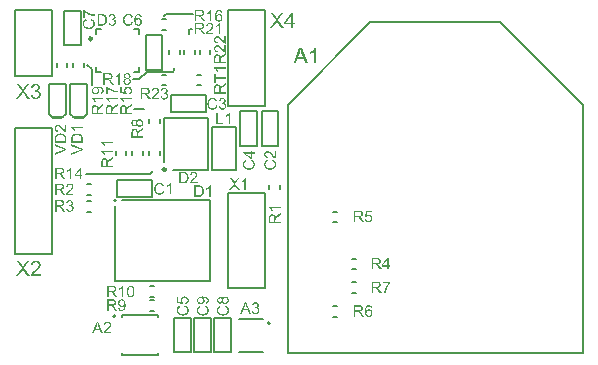
<source format=gto>
G04*
G04 #@! TF.GenerationSoftware,Altium Limited,Altium Designer,19.1.9 (167)*
G04*
G04 Layer_Color=16777215*
%FSLAX44Y44*%
%MOMM*%
G71*
G01*
G75*
%ADD10C,0.2500*%
%ADD11C,0.2000*%
%ADD12C,0.1500*%
G36*
X177068Y295283D02*
X177166D01*
X177279Y295269D01*
X177547Y295213D01*
X177843Y295142D01*
X178153Y295030D01*
X178463Y294860D01*
X178618Y294762D01*
X178759Y294649D01*
X178773Y294635D01*
X178787Y294621D01*
X178830Y294578D01*
X178872Y294536D01*
X178942Y294466D01*
X178999Y294381D01*
X179154Y294184D01*
X179309Y293930D01*
X179450Y293620D01*
X179577Y293267D01*
X179661Y292873D01*
X178463Y292774D01*
Y292788D01*
X178449Y292802D01*
X178435Y292887D01*
X178393Y293014D01*
X178336Y293169D01*
X178280Y293338D01*
X178195Y293507D01*
X178097Y293662D01*
X177998Y293789D01*
X177970Y293817D01*
X177913Y293874D01*
X177815Y293958D01*
X177674Y294057D01*
X177490Y294141D01*
X177293Y294226D01*
X177053Y294282D01*
X176800Y294311D01*
X176701D01*
X176588Y294296D01*
X176461Y294268D01*
X176292Y294226D01*
X176123Y294170D01*
X175954Y294099D01*
X175785Y293986D01*
X175756Y293972D01*
X175686Y293916D01*
X175587Y293817D01*
X175460Y293676D01*
X175319Y293507D01*
X175164Y293310D01*
X175023Y293056D01*
X174883Y292774D01*
Y292760D01*
X174868Y292732D01*
X174854Y292689D01*
X174826Y292633D01*
X174812Y292549D01*
X174784Y292450D01*
X174756Y292337D01*
X174727Y292196D01*
X174685Y292041D01*
X174657Y291872D01*
X174629Y291689D01*
X174615Y291491D01*
X174586Y291266D01*
X174572Y291040D01*
X174558Y290786D01*
Y290533D01*
X174572Y290547D01*
X174629Y290631D01*
X174727Y290744D01*
X174854Y290885D01*
X174995Y291054D01*
X175179Y291209D01*
X175376Y291364D01*
X175601Y291505D01*
X175616D01*
X175630Y291519D01*
X175714Y291562D01*
X175841Y291604D01*
X176010Y291674D01*
X176208Y291731D01*
X176433Y291773D01*
X176673Y291815D01*
X176926Y291829D01*
X177039D01*
X177124Y291815D01*
X177237Y291801D01*
X177349Y291787D01*
X177490Y291759D01*
X177631Y291717D01*
X177956Y291618D01*
X178125Y291548D01*
X178294Y291449D01*
X178463Y291350D01*
X178646Y291238D01*
X178815Y291096D01*
X178971Y290941D01*
X178985Y290927D01*
X179013Y290899D01*
X179055Y290857D01*
X179097Y290786D01*
X179168Y290688D01*
X179238Y290589D01*
X179309Y290462D01*
X179394Y290321D01*
X179478Y290166D01*
X179549Y289997D01*
X179619Y289800D01*
X179690Y289602D01*
X179732Y289391D01*
X179774Y289151D01*
X179802Y288911D01*
X179816Y288658D01*
Y288644D01*
Y288615D01*
Y288573D01*
Y288503D01*
X179802Y288418D01*
Y288333D01*
X179760Y288108D01*
X179718Y287840D01*
X179647Y287558D01*
X179549Y287248D01*
X179408Y286952D01*
Y286938D01*
X179394Y286924D01*
X179365Y286882D01*
X179337Y286825D01*
X179252Y286684D01*
X179126Y286501D01*
X178971Y286304D01*
X178787Y286106D01*
X178562Y285909D01*
X178322Y285740D01*
X178308D01*
X178294Y285725D01*
X178252Y285697D01*
X178195Y285683D01*
X178054Y285613D01*
X177871Y285542D01*
X177631Y285458D01*
X177364Y285401D01*
X177068Y285345D01*
X176743Y285331D01*
X176673D01*
X176602Y285345D01*
X176490D01*
X176363Y285359D01*
X176222Y285387D01*
X176052Y285429D01*
X175883Y285472D01*
X175686Y285528D01*
X175489Y285599D01*
X175291Y285683D01*
X175080Y285796D01*
X174883Y285923D01*
X174685Y286064D01*
X174488Y286233D01*
X174305Y286430D01*
X174290Y286444D01*
X174262Y286487D01*
X174220Y286543D01*
X174163Y286642D01*
X174079Y286769D01*
X174009Y286910D01*
X173924Y287093D01*
X173839Y287290D01*
X173741Y287530D01*
X173656Y287798D01*
X173586Y288094D01*
X173515Y288418D01*
X173445Y288785D01*
X173402Y289179D01*
X173374Y289602D01*
X173360Y290053D01*
Y290067D01*
Y290082D01*
Y290124D01*
Y290180D01*
X173374Y290321D01*
Y290518D01*
X173388Y290744D01*
X173416Y291012D01*
X173445Y291308D01*
X173487Y291632D01*
X173543Y291956D01*
X173614Y292309D01*
X173698Y292647D01*
X173797Y292985D01*
X173924Y293310D01*
X174065Y293620D01*
X174220Y293916D01*
X174403Y294170D01*
X174417Y294184D01*
X174445Y294212D01*
X174502Y294268D01*
X174572Y294353D01*
X174657Y294438D01*
X174770Y294522D01*
X174911Y294635D01*
X175052Y294734D01*
X175221Y294832D01*
X175404Y294945D01*
X175616Y295030D01*
X175827Y295128D01*
X176067Y295199D01*
X176320Y295255D01*
X176588Y295283D01*
X176870Y295297D01*
X176983D01*
X177068Y295283D01*
D02*
G37*
G36*
X170343Y285500D02*
X169145D01*
Y293127D01*
X169131Y293112D01*
X169060Y293056D01*
X168976Y292971D01*
X168835Y292873D01*
X168680Y292746D01*
X168482Y292605D01*
X168257Y292450D01*
X168003Y292295D01*
X167989D01*
X167975Y292281D01*
X167890Y292224D01*
X167749Y292154D01*
X167580Y292069D01*
X167383Y291971D01*
X167171Y291872D01*
X166960Y291773D01*
X166749Y291689D01*
Y292845D01*
X166763D01*
X166791Y292873D01*
X166847Y292887D01*
X166918Y292929D01*
X167002Y292971D01*
X167101Y293028D01*
X167341Y293169D01*
X167623Y293324D01*
X167904Y293521D01*
X168200Y293747D01*
X168496Y293986D01*
X168511Y294000D01*
X168525Y294015D01*
X168567Y294057D01*
X168623Y294099D01*
X168750Y294240D01*
X168919Y294409D01*
X169089Y294607D01*
X169272Y294832D01*
X169427Y295058D01*
X169568Y295297D01*
X170343D01*
Y285500D01*
D02*
G37*
G36*
X161138Y295241D02*
X161265D01*
X161561Y295227D01*
X161871Y295185D01*
X162209Y295142D01*
X162519Y295072D01*
X162675Y295030D01*
X162801Y294987D01*
X162815D01*
X162829Y294973D01*
X162914Y294931D01*
X163041Y294874D01*
X163196Y294776D01*
X163365Y294649D01*
X163549Y294480D01*
X163718Y294282D01*
X163887Y294057D01*
Y294043D01*
X163901Y294029D01*
X163957Y293944D01*
X164014Y293803D01*
X164098Y293620D01*
X164169Y293408D01*
X164239Y293155D01*
X164282Y292887D01*
X164296Y292591D01*
Y292577D01*
Y292549D01*
Y292492D01*
X164282Y292422D01*
Y292323D01*
X164267Y292224D01*
X164211Y291985D01*
X164126Y291703D01*
X164014Y291407D01*
X163845Y291111D01*
X163732Y290970D01*
X163619Y290829D01*
X163605Y290815D01*
X163591Y290800D01*
X163549Y290758D01*
X163492Y290716D01*
X163422Y290660D01*
X163337Y290603D01*
X163224Y290533D01*
X163111Y290448D01*
X162971Y290378D01*
X162815Y290307D01*
X162646Y290222D01*
X162463Y290152D01*
X162252Y290096D01*
X162040Y290025D01*
X161800Y289983D01*
X161547Y289940D01*
X161575Y289926D01*
X161631Y289898D01*
X161716Y289842D01*
X161829Y289785D01*
X162082Y289630D01*
X162209Y289532D01*
X162322Y289447D01*
X162350Y289419D01*
X162421Y289349D01*
X162533Y289236D01*
X162675Y289095D01*
X162829Y288897D01*
X163013Y288686D01*
X163196Y288432D01*
X163393Y288150D01*
X165071Y285500D01*
X163464D01*
X162181Y287530D01*
Y287544D01*
X162153Y287572D01*
X162125Y287614D01*
X162082Y287671D01*
X161984Y287826D01*
X161857Y288023D01*
X161702Y288235D01*
X161547Y288460D01*
X161392Y288672D01*
X161251Y288869D01*
X161237Y288883D01*
X161194Y288940D01*
X161124Y289024D01*
X161025Y289123D01*
X160814Y289334D01*
X160701Y289433D01*
X160588Y289518D01*
X160574Y289532D01*
X160546Y289546D01*
X160489Y289574D01*
X160405Y289616D01*
X160320Y289659D01*
X160222Y289701D01*
X159996Y289771D01*
X159982D01*
X159954Y289785D01*
X159897D01*
X159827Y289800D01*
X159728Y289814D01*
X159615D01*
X159460Y289828D01*
X157797D01*
Y285500D01*
X156500D01*
Y295255D01*
X161025D01*
X161138Y295241D01*
D02*
G37*
G36*
X92843Y232000D02*
X91645D01*
Y239627D01*
X91631Y239612D01*
X91560Y239556D01*
X91476Y239471D01*
X91335Y239373D01*
X91180Y239246D01*
X90982Y239105D01*
X90757Y238950D01*
X90503Y238795D01*
X90489D01*
X90475Y238781D01*
X90390Y238724D01*
X90249Y238654D01*
X90080Y238569D01*
X89883Y238470D01*
X89671Y238372D01*
X89460Y238273D01*
X89249Y238189D01*
Y239345D01*
X89263D01*
X89291Y239373D01*
X89347Y239387D01*
X89418Y239429D01*
X89502Y239471D01*
X89601Y239528D01*
X89841Y239669D01*
X90122Y239824D01*
X90405Y240021D01*
X90701Y240247D01*
X90997Y240486D01*
X91011Y240501D01*
X91025Y240515D01*
X91067Y240557D01*
X91123Y240599D01*
X91250Y240740D01*
X91419Y240909D01*
X91589Y241107D01*
X91772Y241332D01*
X91927Y241558D01*
X92068Y241797D01*
X92843D01*
Y232000D01*
D02*
G37*
G36*
X83638Y241741D02*
X83765D01*
X84061Y241727D01*
X84371Y241685D01*
X84709Y241642D01*
X85019Y241572D01*
X85175Y241530D01*
X85301Y241487D01*
X85316D01*
X85330Y241473D01*
X85414Y241431D01*
X85541Y241374D01*
X85696Y241276D01*
X85865Y241149D01*
X86048Y240980D01*
X86218Y240782D01*
X86387Y240557D01*
Y240543D01*
X86401Y240529D01*
X86457Y240444D01*
X86514Y240303D01*
X86598Y240120D01*
X86669Y239908D01*
X86739Y239655D01*
X86782Y239387D01*
X86796Y239091D01*
Y239077D01*
Y239049D01*
Y238992D01*
X86782Y238922D01*
Y238823D01*
X86767Y238724D01*
X86711Y238485D01*
X86627Y238203D01*
X86514Y237907D01*
X86344Y237611D01*
X86232Y237470D01*
X86119Y237329D01*
X86105Y237315D01*
X86091Y237300D01*
X86048Y237258D01*
X85992Y237216D01*
X85922Y237160D01*
X85837Y237103D01*
X85724Y237033D01*
X85611Y236948D01*
X85471Y236878D01*
X85316Y236807D01*
X85146Y236723D01*
X84963Y236652D01*
X84752Y236596D01*
X84540Y236525D01*
X84300Y236483D01*
X84047Y236441D01*
X84075Y236427D01*
X84131Y236398D01*
X84216Y236342D01*
X84329Y236285D01*
X84582Y236130D01*
X84709Y236032D01*
X84822Y235947D01*
X84850Y235919D01*
X84921Y235849D01*
X85034Y235736D01*
X85175Y235595D01*
X85330Y235397D01*
X85513Y235186D01*
X85696Y234932D01*
X85893Y234650D01*
X87571Y232000D01*
X85964D01*
X84681Y234030D01*
Y234044D01*
X84653Y234072D01*
X84625Y234114D01*
X84582Y234171D01*
X84484Y234326D01*
X84357Y234523D01*
X84202Y234735D01*
X84047Y234960D01*
X83892Y235172D01*
X83751Y235369D01*
X83737Y235383D01*
X83694Y235440D01*
X83624Y235524D01*
X83525Y235623D01*
X83314Y235834D01*
X83201Y235933D01*
X83088Y236018D01*
X83074Y236032D01*
X83046Y236046D01*
X82989Y236074D01*
X82905Y236116D01*
X82820Y236159D01*
X82722Y236201D01*
X82496Y236271D01*
X82482D01*
X82454Y236285D01*
X82397D01*
X82327Y236300D01*
X82228Y236314D01*
X82115D01*
X81960Y236328D01*
X80297D01*
Y232000D01*
X79000D01*
Y241755D01*
X83525D01*
X83638Y241741D01*
D02*
G37*
G36*
X99300Y241783D02*
X99412Y241769D01*
X99539Y241755D01*
X99680Y241741D01*
X99821Y241699D01*
X100160Y241614D01*
X100498Y241487D01*
X100667Y241403D01*
X100836Y241304D01*
X100991Y241177D01*
X101146Y241050D01*
X101160Y241036D01*
X101175Y241022D01*
X101217Y240980D01*
X101273Y240923D01*
X101330Y240839D01*
X101400Y240754D01*
X101541Y240543D01*
X101682Y240275D01*
X101809Y239965D01*
X101908Y239612D01*
X101922Y239429D01*
X101936Y239232D01*
Y239218D01*
Y239204D01*
Y239119D01*
X101922Y238992D01*
X101894Y238837D01*
X101851Y238640D01*
X101781Y238442D01*
X101696Y238245D01*
X101569Y238048D01*
X101555Y238019D01*
X101499Y237963D01*
X101414Y237878D01*
X101301Y237766D01*
X101146Y237639D01*
X100963Y237512D01*
X100752Y237385D01*
X100498Y237272D01*
X100512D01*
X100540Y237258D01*
X100583Y237244D01*
X100639Y237216D01*
X100808Y237145D01*
X101005Y237047D01*
X101217Y236906D01*
X101442Y236751D01*
X101654Y236553D01*
X101851Y236328D01*
Y236314D01*
X101865Y236300D01*
X101922Y236215D01*
X102006Y236074D01*
X102091Y235891D01*
X102176Y235665D01*
X102260Y235397D01*
X102316Y235101D01*
X102331Y234777D01*
Y234763D01*
Y234721D01*
Y234650D01*
X102316Y234566D01*
X102302Y234467D01*
X102288Y234340D01*
X102260Y234199D01*
X102218Y234044D01*
X102119Y233720D01*
X102049Y233537D01*
X101950Y233367D01*
X101851Y233184D01*
X101739Y233015D01*
X101597Y232846D01*
X101442Y232677D01*
X101428Y232663D01*
X101400Y232634D01*
X101358Y232592D01*
X101287Y232550D01*
X101189Y232479D01*
X101090Y232409D01*
X100963Y232338D01*
X100822Y232254D01*
X100667Y232169D01*
X100484Y232099D01*
X100287Y232028D01*
X100089Y231958D01*
X99864Y231915D01*
X99624Y231873D01*
X99384Y231845D01*
X99116Y231831D01*
X98975D01*
X98877Y231845D01*
X98750Y231859D01*
X98609Y231873D01*
X98454Y231901D01*
X98285Y231944D01*
X97904Y232042D01*
X97707Y232113D01*
X97523Y232183D01*
X97326Y232282D01*
X97129Y232395D01*
X96945Y232522D01*
X96776Y232677D01*
X96762Y232691D01*
X96734Y232719D01*
X96692Y232761D01*
X96635Y232832D01*
X96579Y232916D01*
X96494Y233015D01*
X96424Y233128D01*
X96339Y233269D01*
X96255Y233410D01*
X96184Y233579D01*
X96043Y233931D01*
X95987Y234143D01*
X95945Y234354D01*
X95916Y234580D01*
X95902Y234805D01*
Y234819D01*
Y234848D01*
Y234904D01*
X95916Y234960D01*
Y235045D01*
X95931Y235144D01*
X95959Y235369D01*
X96015Y235623D01*
X96100Y235877D01*
X96227Y236145D01*
X96382Y236398D01*
Y236412D01*
X96410Y236427D01*
X96466Y236497D01*
X96579Y236610D01*
X96734Y236751D01*
X96931Y236892D01*
X97171Y237047D01*
X97439Y237174D01*
X97763Y237272D01*
X97749D01*
X97735Y237286D01*
X97693Y237300D01*
X97636Y237329D01*
X97509Y237385D01*
X97340Y237470D01*
X97157Y237582D01*
X96974Y237723D01*
X96805Y237878D01*
X96649Y238048D01*
X96635Y238076D01*
X96593Y238132D01*
X96537Y238245D01*
X96480Y238386D01*
X96410Y238569D01*
X96353Y238781D01*
X96311Y239020D01*
X96297Y239274D01*
Y239288D01*
Y239316D01*
Y239373D01*
X96311Y239457D01*
X96325Y239542D01*
X96339Y239655D01*
X96396Y239894D01*
X96480Y240176D01*
X96621Y240472D01*
X96706Y240627D01*
X96805Y240782D01*
X96931Y240923D01*
X97058Y241064D01*
X97072Y241078D01*
X97100Y241093D01*
X97143Y241135D01*
X97199Y241177D01*
X97270Y241234D01*
X97368Y241290D01*
X97481Y241360D01*
X97594Y241431D01*
X97735Y241501D01*
X97890Y241572D01*
X98059Y241628D01*
X98242Y241685D01*
X98637Y241769D01*
X98863Y241783D01*
X99088Y241797D01*
X99215D01*
X99300Y241783D01*
D02*
G37*
G36*
X177927Y274500D02*
X176729D01*
Y282127D01*
X176715Y282112D01*
X176645Y282056D01*
X176560Y281971D01*
X176419Y281873D01*
X176264Y281746D01*
X176067Y281605D01*
X175841Y281450D01*
X175587Y281295D01*
X175573D01*
X175559Y281281D01*
X175475Y281224D01*
X175334Y281154D01*
X175164Y281069D01*
X174967Y280970D01*
X174756Y280872D01*
X174544Y280773D01*
X174333Y280689D01*
Y281845D01*
X174347D01*
X174375Y281873D01*
X174431Y281887D01*
X174502Y281929D01*
X174586Y281971D01*
X174685Y282028D01*
X174925Y282169D01*
X175207Y282324D01*
X175489Y282521D01*
X175785Y282747D01*
X176081Y282986D01*
X176095Y283001D01*
X176109Y283015D01*
X176151Y283057D01*
X176208Y283099D01*
X176334Y283240D01*
X176504Y283409D01*
X176673Y283607D01*
X176856Y283832D01*
X177011Y284058D01*
X177152Y284297D01*
X177927D01*
Y274500D01*
D02*
G37*
G36*
X169300Y284283D02*
X169413Y284269D01*
X169554Y284255D01*
X169709Y284227D01*
X169864Y284199D01*
X170231Y284100D01*
X170597Y283959D01*
X170780Y283874D01*
X170963Y283776D01*
X171133Y283649D01*
X171288Y283508D01*
X171302Y283494D01*
X171330Y283480D01*
X171358Y283423D01*
X171415Y283367D01*
X171485Y283297D01*
X171556Y283198D01*
X171626Y283099D01*
X171711Y282972D01*
X171852Y282705D01*
X171993Y282366D01*
X172049Y282197D01*
X172077Y282000D01*
X172105Y281802D01*
X172120Y281591D01*
Y281563D01*
Y281492D01*
X172105Y281379D01*
X172091Y281224D01*
X172063Y281055D01*
X172007Y280858D01*
X171950Y280646D01*
X171866Y280435D01*
X171852Y280407D01*
X171823Y280336D01*
X171767Y280223D01*
X171682Y280068D01*
X171570Y279899D01*
X171429Y279688D01*
X171260Y279476D01*
X171062Y279237D01*
X171034Y279208D01*
X170963Y279124D01*
X170893Y279053D01*
X170823Y278983D01*
X170738Y278898D01*
X170625Y278785D01*
X170512Y278673D01*
X170371Y278546D01*
X170231Y278405D01*
X170061Y278250D01*
X169878Y278095D01*
X169681Y277911D01*
X169455Y277728D01*
X169230Y277531D01*
X169216Y277517D01*
X169187Y277489D01*
X169131Y277446D01*
X169060Y277390D01*
X168976Y277305D01*
X168877Y277221D01*
X168652Y277038D01*
X168412Y276826D01*
X168186Y276615D01*
X167989Y276431D01*
X167904Y276361D01*
X167834Y276290D01*
X167820Y276276D01*
X167778Y276234D01*
X167721Y276178D01*
X167651Y276093D01*
X167580Y275994D01*
X167496Y275896D01*
X167327Y275656D01*
X172134D01*
Y274500D01*
X165663D01*
Y274514D01*
Y274571D01*
Y274655D01*
X165677Y274768D01*
X165691Y274895D01*
X165719Y275036D01*
X165748Y275177D01*
X165804Y275332D01*
Y275346D01*
X165818Y275360D01*
X165846Y275445D01*
X165903Y275571D01*
X165987Y275741D01*
X166100Y275938D01*
X166241Y276164D01*
X166396Y276389D01*
X166593Y276629D01*
Y276643D01*
X166622Y276657D01*
X166692Y276741D01*
X166819Y276868D01*
X167002Y277052D01*
X167214Y277263D01*
X167482Y277517D01*
X167806Y277799D01*
X168158Y278095D01*
X168172Y278109D01*
X168229Y278151D01*
X168313Y278222D01*
X168412Y278306D01*
X168539Y278419D01*
X168694Y278546D01*
X168849Y278687D01*
X169032Y278842D01*
X169385Y279180D01*
X169737Y279519D01*
X169906Y279688D01*
X170061Y279857D01*
X170202Y280012D01*
X170315Y280167D01*
Y280181D01*
X170343Y280195D01*
X170371Y280238D01*
X170400Y280294D01*
X170498Y280449D01*
X170611Y280632D01*
X170710Y280858D01*
X170808Y281097D01*
X170865Y281365D01*
X170893Y281619D01*
Y281633D01*
Y281647D01*
X170879Y281732D01*
X170865Y281873D01*
X170823Y282028D01*
X170766Y282225D01*
X170667Y282423D01*
X170541Y282620D01*
X170371Y282817D01*
X170343Y282845D01*
X170273Y282902D01*
X170174Y282972D01*
X170019Y283071D01*
X169822Y283156D01*
X169596Y283240D01*
X169328Y283297D01*
X169032Y283311D01*
X168948D01*
X168891Y283297D01*
X168722Y283282D01*
X168525Y283240D01*
X168313Y283184D01*
X168074Y283085D01*
X167848Y282958D01*
X167637Y282789D01*
X167608Y282761D01*
X167552Y282690D01*
X167467Y282578D01*
X167383Y282408D01*
X167284Y282211D01*
X167200Y281957D01*
X167143Y281675D01*
X167115Y281351D01*
X165889Y281478D01*
Y281492D01*
X165903Y281534D01*
Y281605D01*
X165917Y281704D01*
X165945Y281816D01*
X165973Y281943D01*
X166015Y282098D01*
X166058Y282253D01*
X166171Y282592D01*
X166340Y282930D01*
X166438Y283099D01*
X166565Y283268D01*
X166692Y283423D01*
X166833Y283564D01*
X166847Y283578D01*
X166875Y283593D01*
X166918Y283635D01*
X166988Y283677D01*
X167073Y283734D01*
X167171Y283790D01*
X167284Y283860D01*
X167425Y283931D01*
X167580Y284001D01*
X167749Y284072D01*
X167933Y284128D01*
X168130Y284185D01*
X168342Y284227D01*
X168567Y284269D01*
X168807Y284283D01*
X169060Y284297D01*
X169201D01*
X169300Y284283D01*
D02*
G37*
G36*
X161138Y284241D02*
X161265D01*
X161561Y284227D01*
X161871Y284185D01*
X162209Y284142D01*
X162519Y284072D01*
X162675Y284030D01*
X162801Y283987D01*
X162815D01*
X162829Y283973D01*
X162914Y283931D01*
X163041Y283874D01*
X163196Y283776D01*
X163365Y283649D01*
X163549Y283480D01*
X163718Y283282D01*
X163887Y283057D01*
Y283043D01*
X163901Y283029D01*
X163957Y282944D01*
X164014Y282803D01*
X164098Y282620D01*
X164169Y282408D01*
X164239Y282155D01*
X164282Y281887D01*
X164296Y281591D01*
Y281577D01*
Y281549D01*
Y281492D01*
X164282Y281422D01*
Y281323D01*
X164267Y281224D01*
X164211Y280985D01*
X164126Y280703D01*
X164014Y280407D01*
X163845Y280111D01*
X163732Y279970D01*
X163619Y279829D01*
X163605Y279815D01*
X163591Y279800D01*
X163549Y279758D01*
X163492Y279716D01*
X163422Y279660D01*
X163337Y279603D01*
X163224Y279533D01*
X163111Y279448D01*
X162971Y279378D01*
X162815Y279307D01*
X162646Y279223D01*
X162463Y279152D01*
X162252Y279096D01*
X162040Y279025D01*
X161800Y278983D01*
X161547Y278941D01*
X161575Y278927D01*
X161631Y278898D01*
X161716Y278842D01*
X161829Y278785D01*
X162082Y278630D01*
X162209Y278532D01*
X162322Y278447D01*
X162350Y278419D01*
X162421Y278349D01*
X162533Y278236D01*
X162675Y278095D01*
X162829Y277897D01*
X163013Y277686D01*
X163196Y277432D01*
X163393Y277150D01*
X165071Y274500D01*
X163464D01*
X162181Y276530D01*
Y276544D01*
X162153Y276572D01*
X162125Y276615D01*
X162082Y276671D01*
X161984Y276826D01*
X161857Y277023D01*
X161702Y277235D01*
X161547Y277460D01*
X161392Y277672D01*
X161251Y277869D01*
X161237Y277883D01*
X161194Y277940D01*
X161124Y278024D01*
X161025Y278123D01*
X160814Y278334D01*
X160701Y278433D01*
X160588Y278518D01*
X160574Y278532D01*
X160546Y278546D01*
X160489Y278574D01*
X160405Y278616D01*
X160320Y278659D01*
X160222Y278701D01*
X159996Y278771D01*
X159982D01*
X159954Y278785D01*
X159897D01*
X159827Y278800D01*
X159728Y278814D01*
X159615D01*
X159460Y278828D01*
X157797D01*
Y274500D01*
X156500D01*
Y284255D01*
X161025D01*
X161138Y284241D01*
D02*
G37*
G36*
X182500Y266747D02*
X182486D01*
X182430D01*
X182345D01*
X182232Y266761D01*
X182105Y266775D01*
X181964Y266804D01*
X181823Y266832D01*
X181668Y266888D01*
X181654D01*
X181640Y266902D01*
X181556Y266931D01*
X181429Y266987D01*
X181259Y267071D01*
X181062Y267184D01*
X180837Y267325D01*
X180611Y267480D01*
X180371Y267678D01*
X180357D01*
X180343Y267706D01*
X180259Y267776D01*
X180132Y267903D01*
X179948Y268086D01*
X179737Y268298D01*
X179483Y268566D01*
X179201Y268890D01*
X178905Y269242D01*
X178891Y269256D01*
X178849Y269313D01*
X178778Y269398D01*
X178694Y269496D01*
X178581Y269623D01*
X178454Y269778D01*
X178313Y269933D01*
X178158Y270116D01*
X177820Y270469D01*
X177481Y270821D01*
X177312Y270990D01*
X177143Y271145D01*
X176988Y271287D01*
X176833Y271399D01*
X176819D01*
X176805Y271427D01*
X176763Y271456D01*
X176706Y271484D01*
X176551Y271583D01*
X176368Y271695D01*
X176142Y271794D01*
X175903Y271893D01*
X175635Y271949D01*
X175381Y271977D01*
X175367D01*
X175353D01*
X175268Y271963D01*
X175127Y271949D01*
X174972Y271907D01*
X174775Y271850D01*
X174578Y271752D01*
X174380Y271625D01*
X174183Y271456D01*
X174155Y271427D01*
X174098Y271357D01*
X174028Y271258D01*
X173929Y271103D01*
X173844Y270906D01*
X173760Y270680D01*
X173703Y270413D01*
X173689Y270116D01*
Y270032D01*
X173703Y269975D01*
X173718Y269806D01*
X173760Y269609D01*
X173816Y269398D01*
X173915Y269158D01*
X174042Y268932D01*
X174211Y268721D01*
X174239Y268693D01*
X174310Y268636D01*
X174422Y268552D01*
X174592Y268467D01*
X174789Y268368D01*
X175043Y268284D01*
X175325Y268227D01*
X175649Y268199D01*
X175522Y266973D01*
X175508D01*
X175466Y266987D01*
X175395D01*
X175296Y267001D01*
X175184Y267029D01*
X175057Y267057D01*
X174902Y267100D01*
X174747Y267142D01*
X174408Y267255D01*
X174070Y267424D01*
X173901Y267523D01*
X173732Y267649D01*
X173577Y267776D01*
X173436Y267917D01*
X173421Y267931D01*
X173407Y267960D01*
X173365Y268002D01*
X173323Y268072D01*
X173267Y268157D01*
X173210Y268256D01*
X173140Y268368D01*
X173069Y268509D01*
X172999Y268664D01*
X172928Y268834D01*
X172872Y269017D01*
X172815Y269214D01*
X172773Y269426D01*
X172731Y269651D01*
X172717Y269891D01*
X172703Y270145D01*
Y270286D01*
X172717Y270384D01*
X172731Y270497D01*
X172745Y270638D01*
X172773Y270793D01*
X172801Y270948D01*
X172900Y271315D01*
X173041Y271681D01*
X173125Y271864D01*
X173224Y272048D01*
X173351Y272217D01*
X173492Y272372D01*
X173506Y272386D01*
X173520Y272414D01*
X173577Y272442D01*
X173633Y272499D01*
X173703Y272569D01*
X173802Y272640D01*
X173901Y272710D01*
X174028Y272795D01*
X174296Y272936D01*
X174634Y273077D01*
X174803Y273133D01*
X175000Y273161D01*
X175198Y273190D01*
X175409Y273204D01*
X175437D01*
X175508D01*
X175621Y273190D01*
X175776Y273176D01*
X175945Y273147D01*
X176142Y273091D01*
X176354Y273034D01*
X176565Y272950D01*
X176593Y272936D01*
X176664Y272908D01*
X176777Y272851D01*
X176932Y272767D01*
X177101Y272654D01*
X177312Y272513D01*
X177524Y272344D01*
X177763Y272146D01*
X177792Y272118D01*
X177876Y272048D01*
X177947Y271977D01*
X178017Y271907D01*
X178102Y271822D01*
X178214Y271709D01*
X178327Y271597D01*
X178454Y271456D01*
X178595Y271315D01*
X178750Y271145D01*
X178905Y270962D01*
X179088Y270765D01*
X179272Y270539D01*
X179469Y270314D01*
X179483Y270300D01*
X179511Y270271D01*
X179554Y270215D01*
X179610Y270145D01*
X179695Y270060D01*
X179779Y269961D01*
X179963Y269736D01*
X180174Y269496D01*
X180385Y269271D01*
X180569Y269073D01*
X180639Y268989D01*
X180710Y268918D01*
X180724Y268904D01*
X180766Y268862D01*
X180822Y268805D01*
X180907Y268735D01*
X181006Y268664D01*
X181104Y268580D01*
X181344Y268411D01*
Y273218D01*
X182500D01*
Y266747D01*
D02*
G37*
G36*
Y259163D02*
X182486D01*
X182430D01*
X182345D01*
X182232Y259177D01*
X182105Y259191D01*
X181964Y259219D01*
X181823Y259248D01*
X181668Y259304D01*
X181654D01*
X181640Y259318D01*
X181556Y259346D01*
X181429Y259403D01*
X181259Y259487D01*
X181062Y259600D01*
X180837Y259741D01*
X180611Y259896D01*
X180371Y260093D01*
X180357D01*
X180343Y260122D01*
X180259Y260192D01*
X180132Y260319D01*
X179948Y260502D01*
X179737Y260714D01*
X179483Y260982D01*
X179201Y261306D01*
X178905Y261658D01*
X178891Y261672D01*
X178849Y261729D01*
X178778Y261813D01*
X178694Y261912D01*
X178581Y262039D01*
X178454Y262194D01*
X178313Y262349D01*
X178158Y262532D01*
X177820Y262885D01*
X177481Y263237D01*
X177312Y263406D01*
X177143Y263561D01*
X176988Y263702D01*
X176833Y263815D01*
X176819D01*
X176805Y263843D01*
X176763Y263871D01*
X176706Y263900D01*
X176551Y263998D01*
X176368Y264111D01*
X176142Y264210D01*
X175903Y264308D01*
X175635Y264365D01*
X175381Y264393D01*
X175367D01*
X175353D01*
X175268Y264379D01*
X175127Y264365D01*
X174972Y264323D01*
X174775Y264266D01*
X174578Y264167D01*
X174380Y264041D01*
X174183Y263871D01*
X174155Y263843D01*
X174098Y263773D01*
X174028Y263674D01*
X173929Y263519D01*
X173844Y263322D01*
X173760Y263096D01*
X173703Y262828D01*
X173689Y262532D01*
Y262448D01*
X173703Y262391D01*
X173718Y262222D01*
X173760Y262025D01*
X173816Y261813D01*
X173915Y261574D01*
X174042Y261348D01*
X174211Y261137D01*
X174239Y261108D01*
X174310Y261052D01*
X174422Y260968D01*
X174592Y260883D01*
X174789Y260784D01*
X175043Y260700D01*
X175325Y260643D01*
X175649Y260615D01*
X175522Y259389D01*
X175508D01*
X175466Y259403D01*
X175395D01*
X175296Y259417D01*
X175184Y259445D01*
X175057Y259473D01*
X174902Y259515D01*
X174747Y259558D01*
X174408Y259671D01*
X174070Y259840D01*
X173901Y259938D01*
X173732Y260065D01*
X173577Y260192D01*
X173436Y260333D01*
X173421Y260347D01*
X173407Y260375D01*
X173365Y260418D01*
X173323Y260488D01*
X173267Y260573D01*
X173210Y260671D01*
X173140Y260784D01*
X173069Y260925D01*
X172999Y261080D01*
X172928Y261249D01*
X172872Y261433D01*
X172815Y261630D01*
X172773Y261842D01*
X172731Y262067D01*
X172717Y262307D01*
X172703Y262560D01*
Y262701D01*
X172717Y262800D01*
X172731Y262913D01*
X172745Y263054D01*
X172773Y263209D01*
X172801Y263364D01*
X172900Y263731D01*
X173041Y264097D01*
X173125Y264280D01*
X173224Y264464D01*
X173351Y264633D01*
X173492Y264788D01*
X173506Y264802D01*
X173520Y264830D01*
X173577Y264858D01*
X173633Y264915D01*
X173703Y264985D01*
X173802Y265056D01*
X173901Y265126D01*
X174028Y265211D01*
X174296Y265352D01*
X174634Y265493D01*
X174803Y265549D01*
X175000Y265577D01*
X175198Y265605D01*
X175409Y265620D01*
X175437D01*
X175508D01*
X175621Y265605D01*
X175776Y265591D01*
X175945Y265563D01*
X176142Y265507D01*
X176354Y265450D01*
X176565Y265366D01*
X176593Y265352D01*
X176664Y265323D01*
X176777Y265267D01*
X176932Y265182D01*
X177101Y265070D01*
X177312Y264929D01*
X177524Y264760D01*
X177763Y264562D01*
X177792Y264534D01*
X177876Y264464D01*
X177947Y264393D01*
X178017Y264323D01*
X178102Y264238D01*
X178214Y264125D01*
X178327Y264012D01*
X178454Y263871D01*
X178595Y263731D01*
X178750Y263561D01*
X178905Y263378D01*
X179088Y263181D01*
X179272Y262955D01*
X179469Y262730D01*
X179483Y262715D01*
X179511Y262687D01*
X179554Y262631D01*
X179610Y262560D01*
X179695Y262476D01*
X179779Y262377D01*
X179963Y262152D01*
X180174Y261912D01*
X180385Y261686D01*
X180569Y261489D01*
X180639Y261404D01*
X180710Y261334D01*
X180724Y261320D01*
X180766Y261278D01*
X180822Y261221D01*
X180907Y261151D01*
X181006Y261080D01*
X181104Y260996D01*
X181344Y260826D01*
Y265634D01*
X182500D01*
Y259163D01*
D02*
G37*
G36*
Y256964D02*
X180470Y255681D01*
X180456D01*
X180428Y255653D01*
X180385Y255625D01*
X180329Y255582D01*
X180174Y255484D01*
X179977Y255357D01*
X179765Y255202D01*
X179540Y255047D01*
X179328Y254892D01*
X179131Y254751D01*
X179117Y254737D01*
X179060Y254694D01*
X178976Y254624D01*
X178877Y254525D01*
X178666Y254314D01*
X178567Y254201D01*
X178482Y254088D01*
X178468Y254074D01*
X178454Y254046D01*
X178426Y253990D01*
X178384Y253905D01*
X178341Y253820D01*
X178299Y253722D01*
X178229Y253496D01*
Y253482D01*
X178214Y253454D01*
Y253397D01*
X178200Y253327D01*
X178186Y253228D01*
Y253115D01*
X178172Y252960D01*
Y251297D01*
X182500D01*
Y250000D01*
X172745D01*
Y254525D01*
X172759Y254638D01*
Y254765D01*
X172773Y255061D01*
X172815Y255371D01*
X172858Y255709D01*
X172928Y256019D01*
X172970Y256175D01*
X173013Y256301D01*
Y256315D01*
X173027Y256330D01*
X173069Y256414D01*
X173125Y256541D01*
X173224Y256696D01*
X173351Y256865D01*
X173520Y257048D01*
X173718Y257218D01*
X173943Y257387D01*
X173957D01*
X173971Y257401D01*
X174056Y257457D01*
X174197Y257514D01*
X174380Y257598D01*
X174592Y257669D01*
X174845Y257739D01*
X175113Y257782D01*
X175409Y257796D01*
X175423D01*
X175452D01*
X175508D01*
X175578Y257782D01*
X175677D01*
X175776Y257768D01*
X176015Y257711D01*
X176297Y257626D01*
X176593Y257514D01*
X176889Y257344D01*
X177030Y257232D01*
X177171Y257119D01*
X177185Y257105D01*
X177199Y257091D01*
X177242Y257048D01*
X177284Y256992D01*
X177341Y256922D01*
X177397Y256837D01*
X177467Y256724D01*
X177552Y256611D01*
X177622Y256471D01*
X177693Y256315D01*
X177778Y256146D01*
X177848Y255963D01*
X177904Y255752D01*
X177975Y255540D01*
X178017Y255301D01*
X178059Y255047D01*
X178074Y255075D01*
X178102Y255131D01*
X178158Y255216D01*
X178214Y255329D01*
X178370Y255582D01*
X178468Y255709D01*
X178553Y255822D01*
X178581Y255850D01*
X178652Y255921D01*
X178764Y256033D01*
X178905Y256175D01*
X179103Y256330D01*
X179314Y256513D01*
X179568Y256696D01*
X179850Y256893D01*
X182500Y258571D01*
Y256964D01*
D02*
G37*
G36*
X59949Y155440D02*
X61274D01*
Y154340D01*
X59949D01*
Y152000D01*
X58751D01*
Y154340D01*
X54508D01*
Y155440D01*
X58976Y161755D01*
X59949D01*
Y155440D01*
D02*
G37*
G36*
X51843Y152000D02*
X50645D01*
Y159627D01*
X50631Y159612D01*
X50560Y159556D01*
X50476Y159471D01*
X50335Y159373D01*
X50180Y159246D01*
X49983Y159105D01*
X49757Y158950D01*
X49503Y158795D01*
X49489D01*
X49475Y158781D01*
X49390Y158724D01*
X49249Y158654D01*
X49080Y158569D01*
X48883Y158470D01*
X48671Y158372D01*
X48460Y158273D01*
X48249Y158189D01*
Y159345D01*
X48263D01*
X48291Y159373D01*
X48347Y159387D01*
X48418Y159429D01*
X48502Y159471D01*
X48601Y159528D01*
X48841Y159669D01*
X49123Y159824D01*
X49405Y160021D01*
X49700Y160247D01*
X49997Y160486D01*
X50011Y160501D01*
X50025Y160515D01*
X50067Y160557D01*
X50123Y160599D01*
X50250Y160740D01*
X50420Y160909D01*
X50589Y161107D01*
X50772Y161332D01*
X50927Y161558D01*
X51068Y161797D01*
X51843D01*
Y152000D01*
D02*
G37*
G36*
X42638Y161741D02*
X42765D01*
X43061Y161727D01*
X43371Y161685D01*
X43709Y161642D01*
X44019Y161572D01*
X44174Y161530D01*
X44301Y161487D01*
X44316D01*
X44330Y161473D01*
X44414Y161431D01*
X44541Y161374D01*
X44696Y161276D01*
X44865Y161149D01*
X45048Y160980D01*
X45218Y160782D01*
X45387Y160557D01*
Y160543D01*
X45401Y160529D01*
X45457Y160444D01*
X45514Y160303D01*
X45598Y160120D01*
X45669Y159908D01*
X45739Y159655D01*
X45781Y159387D01*
X45796Y159091D01*
Y159077D01*
Y159049D01*
Y158992D01*
X45781Y158922D01*
Y158823D01*
X45767Y158724D01*
X45711Y158485D01*
X45627Y158203D01*
X45514Y157907D01*
X45345Y157611D01*
X45232Y157470D01*
X45119Y157329D01*
X45105Y157315D01*
X45091Y157301D01*
X45048Y157258D01*
X44992Y157216D01*
X44922Y157160D01*
X44837Y157103D01*
X44724Y157033D01*
X44612Y156948D01*
X44471Y156878D01*
X44316Y156807D01*
X44146Y156722D01*
X43963Y156652D01*
X43752Y156596D01*
X43540Y156525D01*
X43300Y156483D01*
X43047Y156441D01*
X43075Y156426D01*
X43131Y156398D01*
X43216Y156342D01*
X43329Y156285D01*
X43582Y156130D01*
X43709Y156032D01*
X43822Y155947D01*
X43850Y155919D01*
X43921Y155849D01*
X44033Y155736D01*
X44174Y155595D01*
X44330Y155397D01*
X44513Y155186D01*
X44696Y154932D01*
X44893Y154650D01*
X46571Y152000D01*
X44964D01*
X43681Y154030D01*
Y154044D01*
X43653Y154072D01*
X43625Y154115D01*
X43582Y154171D01*
X43484Y154326D01*
X43357Y154523D01*
X43202Y154735D01*
X43047Y154960D01*
X42892Y155172D01*
X42751Y155369D01*
X42737Y155383D01*
X42694Y155440D01*
X42624Y155524D01*
X42525Y155623D01*
X42314Y155834D01*
X42201Y155933D01*
X42088Y156018D01*
X42074Y156032D01*
X42046Y156046D01*
X41989Y156074D01*
X41905Y156116D01*
X41820Y156159D01*
X41722Y156201D01*
X41496Y156271D01*
X41482D01*
X41454Y156285D01*
X41397D01*
X41327Y156300D01*
X41228Y156314D01*
X41115D01*
X40960Y156328D01*
X39297D01*
Y152000D01*
X38000D01*
Y161755D01*
X42525D01*
X42638Y161741D01*
D02*
G37*
G36*
X109934Y202732D02*
X110033Y202718D01*
X110160Y202704D01*
X110301Y202676D01*
X110456Y202634D01*
X110780Y202535D01*
X110963Y202464D01*
X111133Y202366D01*
X111316Y202267D01*
X111485Y202154D01*
X111654Y202013D01*
X111823Y201858D01*
X111837Y201844D01*
X111866Y201816D01*
X111908Y201774D01*
X111950Y201703D01*
X112021Y201604D01*
X112091Y201506D01*
X112162Y201379D01*
X112246Y201238D01*
X112331Y201083D01*
X112401Y200900D01*
X112472Y200702D01*
X112542Y200505D01*
X112585Y200279D01*
X112627Y200040D01*
X112655Y199800D01*
X112669Y199532D01*
Y199391D01*
X112655Y199293D01*
X112641Y199166D01*
X112627Y199025D01*
X112599Y198870D01*
X112556Y198701D01*
X112458Y198320D01*
X112387Y198123D01*
X112317Y197939D01*
X112218Y197742D01*
X112105Y197545D01*
X111978Y197361D01*
X111823Y197192D01*
X111809Y197178D01*
X111781Y197150D01*
X111739Y197108D01*
X111668Y197051D01*
X111584Y196995D01*
X111485Y196910D01*
X111372Y196840D01*
X111231Y196755D01*
X111090Y196670D01*
X110921Y196600D01*
X110569Y196459D01*
X110357Y196403D01*
X110146Y196360D01*
X109920Y196332D01*
X109695Y196318D01*
X109681D01*
X109652D01*
X109596D01*
X109540Y196332D01*
X109455D01*
X109356Y196346D01*
X109131Y196374D01*
X108877Y196431D01*
X108623Y196516D01*
X108356Y196642D01*
X108102Y196797D01*
X108088D01*
X108074Y196826D01*
X108003Y196882D01*
X107890Y196995D01*
X107749Y197150D01*
X107608Y197347D01*
X107453Y197587D01*
X107326Y197855D01*
X107228Y198179D01*
Y198165D01*
X107214Y198151D01*
X107199Y198108D01*
X107171Y198052D01*
X107115Y197925D01*
X107030Y197756D01*
X106918Y197573D01*
X106777Y197390D01*
X106622Y197220D01*
X106452Y197065D01*
X106424Y197051D01*
X106368Y197009D01*
X106255Y196952D01*
X106114Y196896D01*
X105931Y196826D01*
X105719Y196769D01*
X105480Y196727D01*
X105226Y196713D01*
X105212D01*
X105184D01*
X105127D01*
X105043Y196727D01*
X104958Y196741D01*
X104845Y196755D01*
X104606Y196812D01*
X104324Y196896D01*
X104028Y197037D01*
X103873Y197122D01*
X103718Y197220D01*
X103577Y197347D01*
X103436Y197474D01*
X103421Y197488D01*
X103407Y197516D01*
X103365Y197559D01*
X103323Y197615D01*
X103266Y197686D01*
X103210Y197784D01*
X103140Y197897D01*
X103069Y198010D01*
X102999Y198151D01*
X102928Y198306D01*
X102872Y198475D01*
X102815Y198658D01*
X102731Y199053D01*
X102717Y199279D01*
X102703Y199504D01*
Y199631D01*
X102717Y199715D01*
X102731Y199828D01*
X102745Y199955D01*
X102759Y200096D01*
X102801Y200237D01*
X102886Y200575D01*
X103013Y200914D01*
X103097Y201083D01*
X103196Y201252D01*
X103323Y201407D01*
X103450Y201562D01*
X103464Y201576D01*
X103478Y201590D01*
X103520Y201633D01*
X103577Y201689D01*
X103661Y201745D01*
X103746Y201816D01*
X103957Y201957D01*
X104225Y202098D01*
X104535Y202225D01*
X104888Y202323D01*
X105071Y202337D01*
X105268Y202352D01*
X105282D01*
X105296D01*
X105381D01*
X105508Y202337D01*
X105663Y202309D01*
X105860Y202267D01*
X106058Y202197D01*
X106255Y202112D01*
X106452Y201985D01*
X106481Y201971D01*
X106537Y201915D01*
X106622Y201830D01*
X106734Y201717D01*
X106861Y201562D01*
X106988Y201379D01*
X107115Y201168D01*
X107228Y200914D01*
Y200928D01*
X107242Y200956D01*
X107256Y200998D01*
X107284Y201055D01*
X107355Y201224D01*
X107453Y201421D01*
X107594Y201633D01*
X107749Y201858D01*
X107947Y202070D01*
X108172Y202267D01*
X108186D01*
X108200Y202281D01*
X108285Y202337D01*
X108426Y202422D01*
X108609Y202507D01*
X108835Y202591D01*
X109103Y202676D01*
X109399Y202732D01*
X109723Y202746D01*
X109737D01*
X109779D01*
X109850D01*
X109934Y202732D01*
D02*
G37*
G36*
X112500Y193964D02*
X110470Y192681D01*
X110456D01*
X110428Y192653D01*
X110386Y192625D01*
X110329Y192582D01*
X110174Y192484D01*
X109977Y192357D01*
X109765Y192202D01*
X109540Y192047D01*
X109328Y191892D01*
X109131Y191751D01*
X109117Y191737D01*
X109060Y191694D01*
X108976Y191624D01*
X108877Y191525D01*
X108666Y191314D01*
X108567Y191201D01*
X108482Y191088D01*
X108468Y191074D01*
X108454Y191046D01*
X108426Y190989D01*
X108384Y190905D01*
X108341Y190820D01*
X108299Y190722D01*
X108229Y190496D01*
Y190482D01*
X108215Y190454D01*
Y190397D01*
X108200Y190327D01*
X108186Y190228D01*
Y190115D01*
X108172Y189960D01*
Y188297D01*
X112500D01*
Y187000D01*
X102745D01*
Y191525D01*
X102759Y191638D01*
Y191765D01*
X102773Y192061D01*
X102815Y192371D01*
X102858Y192709D01*
X102928Y193019D01*
X102970Y193174D01*
X103013Y193301D01*
Y193316D01*
X103027Y193330D01*
X103069Y193414D01*
X103125Y193541D01*
X103224Y193696D01*
X103351Y193865D01*
X103520Y194049D01*
X103718Y194218D01*
X103943Y194387D01*
X103957D01*
X103971Y194401D01*
X104056Y194457D01*
X104197Y194514D01*
X104380Y194598D01*
X104592Y194669D01*
X104845Y194739D01*
X105113Y194782D01*
X105409Y194796D01*
X105423D01*
X105451D01*
X105508D01*
X105578Y194782D01*
X105677D01*
X105776Y194767D01*
X106015Y194711D01*
X106297Y194627D01*
X106593Y194514D01*
X106889Y194345D01*
X107030Y194232D01*
X107171Y194119D01*
X107185Y194105D01*
X107199Y194091D01*
X107242Y194049D01*
X107284Y193992D01*
X107340Y193922D01*
X107397Y193837D01*
X107467Y193724D01*
X107552Y193612D01*
X107622Y193470D01*
X107693Y193316D01*
X107778Y193146D01*
X107848Y192963D01*
X107904Y192752D01*
X107975Y192540D01*
X108017Y192300D01*
X108059Y192047D01*
X108074Y192075D01*
X108102Y192131D01*
X108158Y192216D01*
X108215Y192329D01*
X108370Y192582D01*
X108468Y192709D01*
X108553Y192822D01*
X108581Y192850D01*
X108652Y192921D01*
X108764Y193034D01*
X108905Y193174D01*
X109103Y193330D01*
X109314Y193513D01*
X109568Y193696D01*
X109850Y193893D01*
X112500Y195571D01*
Y193964D01*
D02*
G37*
G36*
X87000Y182229D02*
X79373D01*
X79388Y182215D01*
X79444Y182145D01*
X79529Y182060D01*
X79627Y181919D01*
X79754Y181764D01*
X79895Y181567D01*
X80050Y181341D01*
X80205Y181087D01*
Y181073D01*
X80219Y181059D01*
X80276Y180975D01*
X80346Y180834D01*
X80431Y180664D01*
X80529Y180467D01*
X80628Y180256D01*
X80727Y180044D01*
X80811Y179833D01*
X79655D01*
Y179847D01*
X79627Y179875D01*
X79613Y179931D01*
X79571Y180002D01*
X79529Y180086D01*
X79472Y180185D01*
X79331Y180425D01*
X79176Y180707D01*
X78979Y180989D01*
X78753Y181285D01*
X78514Y181581D01*
X78499Y181595D01*
X78485Y181609D01*
X78443Y181651D01*
X78401Y181708D01*
X78260Y181835D01*
X78091Y182004D01*
X77893Y182173D01*
X77668Y182356D01*
X77442Y182511D01*
X77203Y182652D01*
Y183427D01*
X87000D01*
Y182229D01*
D02*
G37*
G36*
Y174645D02*
X79373D01*
X79388Y174631D01*
X79444Y174560D01*
X79529Y174476D01*
X79627Y174335D01*
X79754Y174180D01*
X79895Y173983D01*
X80050Y173757D01*
X80205Y173503D01*
Y173489D01*
X80219Y173475D01*
X80276Y173390D01*
X80346Y173249D01*
X80431Y173080D01*
X80529Y172883D01*
X80628Y172671D01*
X80727Y172460D01*
X80811Y172248D01*
X79655D01*
Y172263D01*
X79627Y172291D01*
X79613Y172347D01*
X79571Y172418D01*
X79529Y172502D01*
X79472Y172601D01*
X79331Y172841D01*
X79176Y173123D01*
X78979Y173405D01*
X78753Y173701D01*
X78514Y173997D01*
X78499Y174011D01*
X78485Y174025D01*
X78443Y174067D01*
X78401Y174123D01*
X78260Y174250D01*
X78091Y174419D01*
X77893Y174589D01*
X77668Y174772D01*
X77442Y174927D01*
X77203Y175068D01*
Y175843D01*
X87000D01*
Y174645D01*
D02*
G37*
G36*
Y168964D02*
X84970Y167681D01*
X84956D01*
X84928Y167653D01*
X84886Y167625D01*
X84829Y167582D01*
X84674Y167484D01*
X84477Y167357D01*
X84265Y167202D01*
X84040Y167047D01*
X83828Y166892D01*
X83631Y166751D01*
X83617Y166737D01*
X83560Y166694D01*
X83476Y166624D01*
X83377Y166525D01*
X83166Y166314D01*
X83067Y166201D01*
X82982Y166088D01*
X82968Y166074D01*
X82954Y166046D01*
X82926Y165989D01*
X82884Y165905D01*
X82841Y165820D01*
X82799Y165722D01*
X82729Y165496D01*
Y165482D01*
X82715Y165454D01*
Y165397D01*
X82700Y165327D01*
X82686Y165228D01*
Y165115D01*
X82672Y164960D01*
Y163297D01*
X87000D01*
Y162000D01*
X77245D01*
Y166525D01*
X77259Y166638D01*
Y166765D01*
X77273Y167061D01*
X77315Y167371D01*
X77358Y167709D01*
X77428Y168019D01*
X77470Y168174D01*
X77513Y168301D01*
Y168316D01*
X77527Y168330D01*
X77569Y168414D01*
X77625Y168541D01*
X77724Y168696D01*
X77851Y168865D01*
X78020Y169049D01*
X78218Y169218D01*
X78443Y169387D01*
X78457D01*
X78471Y169401D01*
X78556Y169457D01*
X78697Y169514D01*
X78880Y169598D01*
X79092Y169669D01*
X79345Y169739D01*
X79613Y169782D01*
X79909Y169796D01*
X79923D01*
X79952D01*
X80008D01*
X80078Y169782D01*
X80177D01*
X80276Y169767D01*
X80515Y169711D01*
X80797Y169627D01*
X81093Y169514D01*
X81389Y169345D01*
X81530Y169232D01*
X81671Y169119D01*
X81685Y169105D01*
X81699Y169091D01*
X81742Y169049D01*
X81784Y168992D01*
X81840Y168922D01*
X81897Y168837D01*
X81967Y168724D01*
X82052Y168612D01*
X82122Y168470D01*
X82193Y168316D01*
X82277Y168146D01*
X82348Y167963D01*
X82404Y167752D01*
X82475Y167540D01*
X82517Y167300D01*
X82559Y167047D01*
X82573Y167075D01*
X82602Y167131D01*
X82658Y167216D01*
X82715Y167329D01*
X82870Y167582D01*
X82968Y167709D01*
X83053Y167822D01*
X83081Y167850D01*
X83152Y167921D01*
X83264Y168034D01*
X83405Y168174D01*
X83603Y168330D01*
X83814Y168513D01*
X84068Y168696D01*
X84350Y168893D01*
X87000Y170571D01*
Y168964D01*
D02*
G37*
G36*
X171835Y220910D02*
X171962Y220896D01*
X172117Y220882D01*
X172272Y220868D01*
X172456Y220826D01*
X172836Y220741D01*
X173259Y220614D01*
X173470Y220530D01*
X173668Y220431D01*
X173865Y220304D01*
X174063Y220177D01*
X174077Y220163D01*
X174105Y220149D01*
X174161Y220107D01*
X174232Y220036D01*
X174302Y219966D01*
X174401Y219867D01*
X174500Y219754D01*
X174612Y219641D01*
X174725Y219501D01*
X174838Y219331D01*
X174965Y219162D01*
X175078Y218979D01*
X175176Y218768D01*
X175289Y218556D01*
X175374Y218330D01*
X175458Y218077D01*
X174189Y217781D01*
Y217795D01*
X174175Y217823D01*
X174147Y217879D01*
X174119Y217950D01*
X174091Y218034D01*
X174049Y218147D01*
X173936Y218373D01*
X173795Y218626D01*
X173626Y218880D01*
X173414Y219120D01*
X173189Y219331D01*
X173160Y219359D01*
X173076Y219416D01*
X172935Y219486D01*
X172752Y219585D01*
X172512Y219670D01*
X172244Y219754D01*
X171920Y219811D01*
X171567Y219825D01*
X171455D01*
X171384Y219811D01*
X171285D01*
X171173Y219797D01*
X170905Y219754D01*
X170609Y219698D01*
X170299Y219599D01*
X169974Y219458D01*
X169678Y219275D01*
X169664D01*
X169650Y219247D01*
X169552Y219176D01*
X169425Y219063D01*
X169270Y218894D01*
X169086Y218683D01*
X168917Y218443D01*
X168762Y218147D01*
X168621Y217823D01*
Y217809D01*
X168607Y217781D01*
X168593Y217738D01*
X168579Y217668D01*
X168551Y217583D01*
X168522Y217485D01*
X168480Y217245D01*
X168424Y216963D01*
X168367Y216653D01*
X168339Y216315D01*
X168325Y215948D01*
Y215934D01*
Y215892D01*
Y215821D01*
Y215737D01*
X168339Y215638D01*
Y215511D01*
X168353Y215370D01*
X168367Y215215D01*
X168410Y214877D01*
X168480Y214510D01*
X168565Y214144D01*
X168678Y213777D01*
Y213763D01*
X168692Y213735D01*
X168720Y213692D01*
X168748Y213622D01*
X168833Y213453D01*
X168960Y213256D01*
X169114Y213030D01*
X169312Y212790D01*
X169538Y212579D01*
X169805Y212381D01*
X169819D01*
X169848Y212367D01*
X169890Y212339D01*
X169946Y212311D01*
X170017Y212283D01*
X170101Y212241D01*
X170299Y212156D01*
X170552Y212071D01*
X170834Y212001D01*
X171145Y211945D01*
X171469Y211930D01*
X171567D01*
X171652Y211945D01*
X171751D01*
X171849Y211959D01*
X172103Y212015D01*
X172399Y212085D01*
X172695Y212198D01*
X173005Y212353D01*
X173160Y212438D01*
X173301Y212551D01*
X173316Y212565D01*
X173330Y212579D01*
X173372Y212621D01*
X173428Y212663D01*
X173485Y212734D01*
X173555Y212819D01*
X173640Y212903D01*
X173710Y213016D01*
X173795Y213143D01*
X173893Y213284D01*
X173978Y213425D01*
X174063Y213594D01*
X174133Y213777D01*
X174204Y213974D01*
X174274Y214186D01*
X174330Y214412D01*
X175627Y214087D01*
Y214073D01*
X175613Y214017D01*
X175585Y213932D01*
X175543Y213819D01*
X175501Y213692D01*
X175444Y213538D01*
X175374Y213368D01*
X175289Y213185D01*
X175092Y212790D01*
X174838Y212396D01*
X174683Y212198D01*
X174528Y212001D01*
X174359Y211832D01*
X174161Y211663D01*
X174147Y211649D01*
X174119Y211620D01*
X174049Y211592D01*
X173978Y211536D01*
X173865Y211465D01*
X173752Y211395D01*
X173597Y211324D01*
X173442Y211254D01*
X173259Y211169D01*
X173062Y211099D01*
X172850Y211028D01*
X172625Y210958D01*
X172385Y210901D01*
X172131Y210873D01*
X171863Y210845D01*
X171581Y210831D01*
X171427D01*
X171314Y210845D01*
X171187D01*
X171032Y210859D01*
X170863Y210887D01*
X170665Y210915D01*
X170256Y210986D01*
X169834Y211099D01*
X169411Y211254D01*
X169213Y211352D01*
X169016Y211465D01*
X169002Y211479D01*
X168974Y211493D01*
X168917Y211536D01*
X168861Y211592D01*
X168776Y211649D01*
X168678Y211733D01*
X168565Y211832D01*
X168452Y211945D01*
X168339Y212071D01*
X168212Y212198D01*
X167959Y212523D01*
X167719Y212903D01*
X167507Y213326D01*
Y213340D01*
X167479Y213382D01*
X167465Y213453D01*
X167423Y213538D01*
X167395Y213650D01*
X167352Y213791D01*
X167296Y213946D01*
X167254Y214115D01*
X167211Y214299D01*
X167155Y214510D01*
X167085Y214947D01*
X167028Y215441D01*
X167000Y215948D01*
Y215962D01*
Y216019D01*
Y216103D01*
X167014Y216202D01*
Y216343D01*
X167028Y216484D01*
X167042Y216667D01*
X167071Y216850D01*
X167141Y217259D01*
X167240Y217710D01*
X167381Y218161D01*
X167578Y218598D01*
X167592Y218612D01*
X167606Y218655D01*
X167634Y218711D01*
X167691Y218782D01*
X167747Y218880D01*
X167818Y218993D01*
X168001Y219247D01*
X168241Y219529D01*
X168522Y219811D01*
X168847Y220093D01*
X169227Y220332D01*
X169241Y220346D01*
X169284Y220360D01*
X169340Y220389D01*
X169411Y220431D01*
X169523Y220473D01*
X169636Y220515D01*
X169777Y220572D01*
X169932Y220628D01*
X170101Y220685D01*
X170285Y220741D01*
X170679Y220826D01*
X171130Y220896D01*
X171596Y220924D01*
X171737D01*
X171835Y220910D01*
D02*
G37*
G36*
X180082Y220783D02*
X180265Y220755D01*
X180491Y220713D01*
X180745Y220642D01*
X180998Y220558D01*
X181252Y220445D01*
X181266D01*
X181280Y220431D01*
X181365Y220389D01*
X181492Y220304D01*
X181633Y220205D01*
X181802Y220064D01*
X181971Y219909D01*
X182140Y219726D01*
X182281Y219515D01*
X182295Y219486D01*
X182337Y219416D01*
X182394Y219289D01*
X182464Y219134D01*
X182535Y218951D01*
X182591Y218739D01*
X182634Y218500D01*
X182648Y218260D01*
Y218232D01*
Y218147D01*
X182634Y218034D01*
X182605Y217879D01*
X182563Y217696D01*
X182493Y217499D01*
X182408Y217301D01*
X182295Y217104D01*
X182281Y217076D01*
X182239Y217019D01*
X182154Y216921D01*
X182041Y216808D01*
X181901Y216681D01*
X181731Y216540D01*
X181534Y216413D01*
X181294Y216286D01*
X181308D01*
X181337Y216272D01*
X181379Y216258D01*
X181435Y216244D01*
X181590Y216188D01*
X181788Y216103D01*
X182013Y215990D01*
X182239Y215849D01*
X182450Y215666D01*
X182648Y215455D01*
X182662Y215427D01*
X182718Y215342D01*
X182803Y215201D01*
X182887Y215018D01*
X182972Y214792D01*
X183057Y214524D01*
X183113Y214214D01*
X183127Y213876D01*
Y213862D01*
Y213819D01*
Y213749D01*
X183113Y213664D01*
X183099Y213552D01*
X183071Y213425D01*
X183042Y213284D01*
X183014Y213129D01*
X182901Y212790D01*
X182817Y212607D01*
X182732Y212438D01*
X182619Y212255D01*
X182493Y212071D01*
X182352Y211888D01*
X182183Y211719D01*
X182168Y211705D01*
X182140Y211677D01*
X182084Y211634D01*
X182013Y211578D01*
X181929Y211507D01*
X181816Y211437D01*
X181689Y211352D01*
X181534Y211282D01*
X181379Y211197D01*
X181196Y211113D01*
X181012Y211042D01*
X180801Y210972D01*
X180575Y210915D01*
X180336Y210873D01*
X180096Y210845D01*
X179828Y210831D01*
X179701D01*
X179617Y210845D01*
X179504Y210859D01*
X179377Y210873D01*
X179236Y210901D01*
X179081Y210930D01*
X178743Y211014D01*
X178390Y211155D01*
X178207Y211240D01*
X178038Y211338D01*
X177869Y211465D01*
X177700Y211592D01*
X177686Y211606D01*
X177657Y211634D01*
X177615Y211677D01*
X177573Y211733D01*
X177502Y211803D01*
X177432Y211902D01*
X177347Y212001D01*
X177263Y212128D01*
X177178Y212269D01*
X177093Y212410D01*
X176938Y212748D01*
X176812Y213143D01*
X176769Y213354D01*
X176741Y213580D01*
X177939Y213735D01*
Y213721D01*
X177953Y213692D01*
X177967Y213636D01*
X177982Y213566D01*
X177996Y213481D01*
X178024Y213382D01*
X178094Y213171D01*
X178193Y212917D01*
X178320Y212678D01*
X178461Y212452D01*
X178630Y212255D01*
X178658Y212241D01*
X178715Y212184D01*
X178827Y212114D01*
X178968Y212043D01*
X179137Y211959D01*
X179349Y211888D01*
X179589Y211832D01*
X179842Y211818D01*
X179927D01*
X179983Y211832D01*
X180138Y211846D01*
X180336Y211888D01*
X180561Y211959D01*
X180801Y212057D01*
X181041Y212198D01*
X181266Y212396D01*
X181294Y212424D01*
X181365Y212508D01*
X181449Y212635D01*
X181562Y212804D01*
X181675Y213016D01*
X181760Y213256D01*
X181830Y213538D01*
X181858Y213848D01*
Y213862D01*
Y213890D01*
Y213932D01*
X181844Y213989D01*
X181830Y214144D01*
X181788Y214327D01*
X181731Y214552D01*
X181633Y214778D01*
X181492Y215004D01*
X181308Y215215D01*
X181280Y215243D01*
X181210Y215300D01*
X181097Y215384D01*
X180942Y215483D01*
X180745Y215581D01*
X180505Y215666D01*
X180237Y215723D01*
X179941Y215751D01*
X179814D01*
X179715Y215737D01*
X179589Y215723D01*
X179448Y215694D01*
X179279Y215666D01*
X179095Y215624D01*
X179236Y216681D01*
X179307D01*
X179363Y216667D01*
X179546D01*
X179701Y216695D01*
X179885Y216723D01*
X180096Y216766D01*
X180336Y216836D01*
X180561Y216935D01*
X180801Y217062D01*
X180815D01*
X180829Y217076D01*
X180900Y217132D01*
X180998Y217231D01*
X181111Y217358D01*
X181224Y217541D01*
X181322Y217752D01*
X181393Y217992D01*
X181421Y218133D01*
Y218288D01*
Y218302D01*
Y218316D01*
Y218401D01*
X181393Y218514D01*
X181365Y218669D01*
X181308Y218838D01*
X181238Y219021D01*
X181125Y219205D01*
X180970Y219374D01*
X180956Y219388D01*
X180886Y219444D01*
X180787Y219515D01*
X180660Y219599D01*
X180491Y219670D01*
X180294Y219740D01*
X180068Y219797D01*
X179814Y219811D01*
X179701D01*
X179575Y219782D01*
X179405Y219754D01*
X179222Y219698D01*
X179039Y219627D01*
X178841Y219515D01*
X178658Y219374D01*
X178644Y219359D01*
X178588Y219289D01*
X178503Y219190D01*
X178405Y219049D01*
X178306Y218866D01*
X178207Y218641D01*
X178123Y218373D01*
X178066Y218063D01*
X176868Y218274D01*
Y218288D01*
X176882Y218330D01*
X176896Y218387D01*
X176910Y218471D01*
X176938Y218570D01*
X176981Y218683D01*
X177065Y218951D01*
X177206Y219261D01*
X177375Y219571D01*
X177587Y219867D01*
X177855Y220135D01*
X177869Y220149D01*
X177897Y220163D01*
X177939Y220191D01*
X177996Y220233D01*
X178066Y220290D01*
X178165Y220346D01*
X178263Y220403D01*
X178390Y220473D01*
X178672Y220586D01*
X178997Y220699D01*
X179377Y220769D01*
X179575Y220797D01*
X179927D01*
X180082Y220783D01*
D02*
G37*
G36*
X99927Y230373D02*
X100040Y230359D01*
X100167Y230345D01*
X100322Y230316D01*
X100477Y230288D01*
X100843Y230204D01*
X101224Y230063D01*
X101421Y229978D01*
X101604Y229865D01*
X101802Y229753D01*
X101985Y229612D01*
X101999Y229597D01*
X102041Y229569D01*
X102098Y229513D01*
X102168Y229442D01*
X102253Y229344D01*
X102366Y229231D01*
X102464Y229090D01*
X102577Y228935D01*
X102690Y228766D01*
X102788Y228568D01*
X102887Y228357D01*
X102986Y228131D01*
X103056Y227892D01*
X103113Y227624D01*
X103155Y227342D01*
X103169Y227046D01*
Y226919D01*
X103155Y226820D01*
X103141Y226708D01*
X103127Y226581D01*
X103113Y226426D01*
X103070Y226271D01*
X102986Y225918D01*
X102859Y225566D01*
X102774Y225382D01*
X102676Y225199D01*
X102563Y225030D01*
X102436Y224861D01*
X102422Y224847D01*
X102408Y224819D01*
X102352Y224790D01*
X102295Y224734D01*
X102225Y224664D01*
X102140Y224593D01*
X102027Y224508D01*
X101900Y224438D01*
X101774Y224353D01*
X101618Y224269D01*
X101280Y224114D01*
X100885Y223987D01*
X100674Y223945D01*
X100448Y223916D01*
X100350Y225171D01*
X100364D01*
X100392D01*
X100434Y225185D01*
X100505Y225199D01*
X100660Y225242D01*
X100871Y225298D01*
X101083Y225382D01*
X101322Y225495D01*
X101534Y225636D01*
X101731Y225805D01*
X101745Y225834D01*
X101802Y225890D01*
X101872Y226003D01*
X101957Y226158D01*
X102041Y226327D01*
X102112Y226538D01*
X102168Y226778D01*
X102182Y227046D01*
Y227131D01*
X102168Y227187D01*
X102154Y227356D01*
X102098Y227553D01*
X102027Y227793D01*
X101915Y228033D01*
X101745Y228286D01*
X101647Y228399D01*
X101534Y228512D01*
X101520Y228526D01*
X101506Y228540D01*
X101463Y228568D01*
X101421Y228611D01*
X101266Y228709D01*
X101069Y228822D01*
X100829Y228921D01*
X100533Y229020D01*
X100181Y229090D01*
X99997Y229118D01*
X99800D01*
X99786D01*
X99758D01*
X99701D01*
X99631Y229104D01*
X99546D01*
X99448Y229090D01*
X99222Y229048D01*
X98954Y228977D01*
X98686Y228878D01*
X98433Y228738D01*
X98193Y228540D01*
X98179D01*
X98165Y228512D01*
X98094Y228442D01*
X97996Y228315D01*
X97883Y228146D01*
X97784Y227920D01*
X97685Y227666D01*
X97615Y227370D01*
X97587Y227201D01*
Y226933D01*
X97601Y226820D01*
X97615Y226679D01*
X97657Y226510D01*
X97699Y226341D01*
X97770Y226158D01*
X97855Y225975D01*
X97869Y225961D01*
X97897Y225904D01*
X97967Y225819D01*
X98038Y225707D01*
X98137Y225594D01*
X98263Y225481D01*
X98390Y225354D01*
X98545Y225256D01*
X98390Y224128D01*
X93372Y225072D01*
Y229922D01*
X94514D01*
Y226017D01*
X97150Y225495D01*
X97136Y225509D01*
X97121Y225537D01*
X97093Y225580D01*
X97051Y225650D01*
X97009Y225735D01*
X96952Y225834D01*
X96840Y226059D01*
X96727Y226341D01*
X96628Y226651D01*
X96558Y226989D01*
X96530Y227159D01*
Y227469D01*
X96544Y227553D01*
X96558Y227666D01*
X96572Y227793D01*
X96600Y227934D01*
X96642Y228089D01*
X96741Y228427D01*
X96811Y228611D01*
X96910Y228794D01*
X97009Y228977D01*
X97121Y229160D01*
X97262Y229330D01*
X97418Y229499D01*
X97432Y229513D01*
X97460Y229541D01*
X97502Y229583D01*
X97573Y229640D01*
X97671Y229710D01*
X97770Y229781D01*
X97897Y229865D01*
X98038Y229950D01*
X98193Y230020D01*
X98362Y230105D01*
X98559Y230175D01*
X98757Y230246D01*
X98968Y230302D01*
X99208Y230345D01*
X99448Y230373D01*
X99701Y230387D01*
X99715D01*
X99758D01*
X99828D01*
X99927Y230373D01*
D02*
G37*
G36*
X103000Y219645D02*
X95373D01*
X95388Y219631D01*
X95444Y219560D01*
X95529Y219476D01*
X95627Y219335D01*
X95754Y219180D01*
X95895Y218982D01*
X96050Y218757D01*
X96205Y218503D01*
Y218489D01*
X96219Y218475D01*
X96276Y218390D01*
X96346Y218249D01*
X96431Y218080D01*
X96530Y217883D01*
X96628Y217671D01*
X96727Y217460D01*
X96811Y217248D01*
X95655D01*
Y217263D01*
X95627Y217291D01*
X95613Y217347D01*
X95571Y217418D01*
X95529Y217502D01*
X95472Y217601D01*
X95331Y217841D01*
X95176Y218123D01*
X94979Y218405D01*
X94753Y218701D01*
X94514Y218997D01*
X94500Y219011D01*
X94485Y219025D01*
X94443Y219067D01*
X94401Y219123D01*
X94260Y219250D01*
X94091Y219419D01*
X93893Y219589D01*
X93668Y219772D01*
X93442Y219927D01*
X93203Y220068D01*
Y220843D01*
X103000D01*
Y219645D01*
D02*
G37*
G36*
Y213964D02*
X100970Y212681D01*
X100956D01*
X100928Y212653D01*
X100885Y212625D01*
X100829Y212582D01*
X100674Y212484D01*
X100477Y212357D01*
X100265Y212202D01*
X100040Y212047D01*
X99828Y211892D01*
X99631Y211751D01*
X99617Y211737D01*
X99560Y211694D01*
X99476Y211624D01*
X99377Y211525D01*
X99166Y211314D01*
X99067Y211201D01*
X98982Y211088D01*
X98968Y211074D01*
X98954Y211046D01*
X98926Y210989D01*
X98884Y210905D01*
X98841Y210820D01*
X98799Y210722D01*
X98729Y210496D01*
Y210482D01*
X98715Y210454D01*
Y210397D01*
X98700Y210327D01*
X98686Y210228D01*
Y210115D01*
X98672Y209960D01*
Y208297D01*
X103000D01*
Y207000D01*
X93245D01*
Y211525D01*
X93259Y211638D01*
Y211765D01*
X93273Y212061D01*
X93315Y212371D01*
X93358Y212709D01*
X93428Y213019D01*
X93470Y213174D01*
X93513Y213301D01*
Y213315D01*
X93527Y213330D01*
X93569Y213414D01*
X93625Y213541D01*
X93724Y213696D01*
X93851Y213865D01*
X94020Y214049D01*
X94218Y214218D01*
X94443Y214387D01*
X94457D01*
X94471Y214401D01*
X94556Y214457D01*
X94697Y214514D01*
X94880Y214598D01*
X95092Y214669D01*
X95345Y214739D01*
X95613Y214781D01*
X95909Y214796D01*
X95923D01*
X95951D01*
X96008D01*
X96078Y214781D01*
X96177D01*
X96276Y214767D01*
X96515Y214711D01*
X96797Y214627D01*
X97093Y214514D01*
X97389Y214345D01*
X97530Y214232D01*
X97671Y214119D01*
X97685Y214105D01*
X97699Y214091D01*
X97742Y214049D01*
X97784Y213992D01*
X97840Y213922D01*
X97897Y213837D01*
X97967Y213724D01*
X98052Y213612D01*
X98122Y213470D01*
X98193Y213315D01*
X98278Y213146D01*
X98348Y212963D01*
X98404Y212752D01*
X98475Y212540D01*
X98517Y212300D01*
X98559Y212047D01*
X98574Y212075D01*
X98602Y212131D01*
X98658Y212216D01*
X98715Y212329D01*
X98870Y212582D01*
X98968Y212709D01*
X99053Y212822D01*
X99081Y212850D01*
X99151Y212921D01*
X99264Y213034D01*
X99405Y213174D01*
X99603Y213330D01*
X99814Y213513D01*
X100068Y213696D01*
X100350Y213893D01*
X103000Y215571D01*
Y213964D01*
D02*
G37*
G36*
X155814Y158283D02*
X155927Y158269D01*
X156068Y158255D01*
X156223Y158227D01*
X156378Y158199D01*
X156745Y158100D01*
X157111Y157959D01*
X157294Y157874D01*
X157478Y157776D01*
X157647Y157649D01*
X157802Y157508D01*
X157816Y157494D01*
X157844Y157480D01*
X157872Y157423D01*
X157929Y157367D01*
X157999Y157296D01*
X158070Y157198D01*
X158140Y157099D01*
X158225Y156972D01*
X158366Y156705D01*
X158507Y156366D01*
X158563Y156197D01*
X158591Y156000D01*
X158619Y155802D01*
X158634Y155591D01*
Y155563D01*
Y155492D01*
X158619Y155379D01*
X158605Y155224D01*
X158577Y155055D01*
X158521Y154858D01*
X158464Y154646D01*
X158380Y154435D01*
X158366Y154407D01*
X158337Y154336D01*
X158281Y154223D01*
X158197Y154068D01*
X158084Y153899D01*
X157943Y153688D01*
X157774Y153476D01*
X157576Y153237D01*
X157548Y153208D01*
X157478Y153124D01*
X157407Y153053D01*
X157337Y152983D01*
X157252Y152898D01*
X157139Y152786D01*
X157027Y152673D01*
X156885Y152546D01*
X156745Y152405D01*
X156575Y152250D01*
X156392Y152095D01*
X156195Y151911D01*
X155969Y151728D01*
X155744Y151531D01*
X155730Y151517D01*
X155701Y151489D01*
X155645Y151446D01*
X155575Y151390D01*
X155490Y151305D01*
X155391Y151221D01*
X155166Y151038D01*
X154926Y150826D01*
X154700Y150615D01*
X154503Y150431D01*
X154419Y150361D01*
X154348Y150290D01*
X154334Y150276D01*
X154292Y150234D01*
X154235Y150178D01*
X154165Y150093D01*
X154094Y149994D01*
X154010Y149896D01*
X153841Y149656D01*
X158648D01*
Y148500D01*
X152177D01*
Y148514D01*
Y148570D01*
Y148655D01*
X152191Y148768D01*
X152205Y148895D01*
X152233Y149036D01*
X152262Y149177D01*
X152318Y149332D01*
Y149346D01*
X152332Y149360D01*
X152360Y149445D01*
X152417Y149571D01*
X152501Y149740D01*
X152614Y149938D01*
X152755Y150163D01*
X152910Y150389D01*
X153108Y150629D01*
Y150643D01*
X153136Y150657D01*
X153206Y150741D01*
X153333Y150868D01*
X153516Y151052D01*
X153728Y151263D01*
X153996Y151517D01*
X154320Y151799D01*
X154672Y152095D01*
X154686Y152109D01*
X154743Y152151D01*
X154827Y152222D01*
X154926Y152306D01*
X155053Y152419D01*
X155208Y152546D01*
X155363Y152687D01*
X155546Y152842D01*
X155899Y153180D01*
X156251Y153518D01*
X156420Y153688D01*
X156575Y153857D01*
X156716Y154012D01*
X156829Y154167D01*
Y154181D01*
X156857Y154195D01*
X156885Y154237D01*
X156914Y154294D01*
X157012Y154449D01*
X157125Y154632D01*
X157224Y154858D01*
X157323Y155097D01*
X157379Y155365D01*
X157407Y155619D01*
Y155633D01*
Y155647D01*
X157393Y155732D01*
X157379Y155873D01*
X157337Y156028D01*
X157280Y156225D01*
X157182Y156423D01*
X157055Y156620D01*
X156885Y156817D01*
X156857Y156845D01*
X156787Y156902D01*
X156688Y156972D01*
X156533Y157071D01*
X156336Y157156D01*
X156110Y157240D01*
X155842Y157296D01*
X155546Y157311D01*
X155462D01*
X155405Y157296D01*
X155236Y157282D01*
X155039Y157240D01*
X154827Y157184D01*
X154588Y157085D01*
X154362Y156958D01*
X154151Y156789D01*
X154122Y156761D01*
X154066Y156690D01*
X153982Y156578D01*
X153897Y156408D01*
X153798Y156211D01*
X153714Y155957D01*
X153657Y155675D01*
X153629Y155351D01*
X152403Y155478D01*
Y155492D01*
X152417Y155534D01*
Y155605D01*
X152431Y155704D01*
X152459Y155816D01*
X152487Y155943D01*
X152530Y156098D01*
X152572Y156253D01*
X152685Y156592D01*
X152854Y156930D01*
X152952Y157099D01*
X153079Y157268D01*
X153206Y157423D01*
X153347Y157564D01*
X153361Y157578D01*
X153390Y157593D01*
X153432Y157635D01*
X153502Y157677D01*
X153587Y157733D01*
X153686Y157790D01*
X153798Y157860D01*
X153939Y157931D01*
X154094Y158001D01*
X154263Y158072D01*
X154447Y158128D01*
X154644Y158185D01*
X154856Y158227D01*
X155081Y158269D01*
X155321Y158283D01*
X155575Y158297D01*
X155716D01*
X155814Y158283D01*
D02*
G37*
G36*
X147003Y158241D02*
X147285Y158227D01*
X147567Y158199D01*
X147849Y158156D01*
X148089Y158114D01*
X148103D01*
X148131Y158100D01*
X148174D01*
X148230Y158072D01*
X148385Y158030D01*
X148582Y157959D01*
X148808Y157860D01*
X149048Y157733D01*
X149287Y157593D01*
X149513Y157409D01*
X149527Y157395D01*
X149541Y157381D01*
X149583Y157339D01*
X149640Y157296D01*
X149781Y157156D01*
X149950Y156958D01*
X150133Y156719D01*
X150330Y156437D01*
X150514Y156112D01*
X150669Y155746D01*
Y155732D01*
X150683Y155704D01*
X150711Y155647D01*
X150725Y155563D01*
X150767Y155464D01*
X150796Y155351D01*
X150824Y155224D01*
X150866Y155069D01*
X150908Y154914D01*
X150937Y154731D01*
X151007Y154336D01*
X151049Y153899D01*
X151063Y153420D01*
Y153406D01*
Y153378D01*
Y153307D01*
Y153237D01*
X151049Y153138D01*
Y153025D01*
X151035Y152757D01*
X150993Y152447D01*
X150951Y152123D01*
X150880Y151785D01*
X150796Y151446D01*
Y151432D01*
X150781Y151404D01*
X150767Y151362D01*
X150753Y151305D01*
X150697Y151150D01*
X150612Y150953D01*
X150528Y150727D01*
X150415Y150502D01*
X150274Y150262D01*
X150133Y150037D01*
X150119Y150008D01*
X150063Y149938D01*
X149978Y149839D01*
X149865Y149712D01*
X149738Y149571D01*
X149583Y149430D01*
X149428Y149275D01*
X149245Y149149D01*
X149217Y149134D01*
X149160Y149092D01*
X149062Y149036D01*
X148921Y148965D01*
X148752Y148881D01*
X148554Y148810D01*
X148329Y148726D01*
X148075Y148655D01*
X148047D01*
X148004Y148641D01*
X147962Y148627D01*
X147821Y148613D01*
X147624Y148585D01*
X147398Y148556D01*
X147130Y148528D01*
X146834Y148514D01*
X146510Y148500D01*
X143000D01*
Y158255D01*
X146750D01*
X147003Y158241D01*
D02*
G37*
G36*
X182500Y245476D02*
X174874D01*
X174888Y245462D01*
X174944Y245392D01*
X175029Y245307D01*
X175127Y245166D01*
X175254Y245011D01*
X175395Y244814D01*
X175550Y244588D01*
X175705Y244335D01*
Y244320D01*
X175719Y244306D01*
X175776Y244222D01*
X175846Y244081D01*
X175931Y243912D01*
X176029Y243714D01*
X176128Y243503D01*
X176227Y243291D01*
X176311Y243080D01*
X175156D01*
Y243094D01*
X175127Y243122D01*
X175113Y243179D01*
X175071Y243249D01*
X175029Y243334D01*
X174972Y243432D01*
X174831Y243672D01*
X174676Y243954D01*
X174479Y244236D01*
X174253Y244532D01*
X174014Y244828D01*
X174000Y244842D01*
X173985Y244856D01*
X173943Y244898D01*
X173901Y244955D01*
X173760Y245082D01*
X173591Y245251D01*
X173393Y245420D01*
X173168Y245603D01*
X172942Y245758D01*
X172703Y245899D01*
Y246675D01*
X182500D01*
Y245476D01*
D02*
G37*
G36*
X173901Y238104D02*
X182500D01*
Y236807D01*
X173901D01*
Y233593D01*
X172745D01*
Y241318D01*
X173901D01*
Y238104D01*
D02*
G37*
G36*
X182500Y231464D02*
X180470Y230181D01*
X180456D01*
X180428Y230153D01*
X180385Y230125D01*
X180329Y230082D01*
X180174Y229984D01*
X179977Y229857D01*
X179765Y229702D01*
X179540Y229547D01*
X179328Y229392D01*
X179131Y229251D01*
X179117Y229237D01*
X179060Y229194D01*
X178976Y229124D01*
X178877Y229025D01*
X178666Y228814D01*
X178567Y228701D01*
X178482Y228588D01*
X178468Y228574D01*
X178454Y228546D01*
X178426Y228489D01*
X178384Y228405D01*
X178341Y228320D01*
X178299Y228222D01*
X178229Y227996D01*
Y227982D01*
X178214Y227954D01*
Y227897D01*
X178200Y227827D01*
X178186Y227728D01*
Y227615D01*
X178172Y227460D01*
Y225797D01*
X182500D01*
Y224500D01*
X172745D01*
Y229025D01*
X172759Y229138D01*
Y229265D01*
X172773Y229561D01*
X172815Y229871D01*
X172858Y230209D01*
X172928Y230519D01*
X172970Y230674D01*
X173013Y230801D01*
Y230816D01*
X173027Y230830D01*
X173069Y230914D01*
X173125Y231041D01*
X173224Y231196D01*
X173351Y231365D01*
X173520Y231549D01*
X173718Y231718D01*
X173943Y231887D01*
X173957D01*
X173971Y231901D01*
X174056Y231957D01*
X174197Y232014D01*
X174380Y232098D01*
X174592Y232169D01*
X174845Y232239D01*
X175113Y232282D01*
X175409Y232296D01*
X175423D01*
X175452D01*
X175508D01*
X175578Y232282D01*
X175677D01*
X175776Y232267D01*
X176015Y232211D01*
X176297Y232127D01*
X176593Y232014D01*
X176889Y231845D01*
X177030Y231732D01*
X177171Y231619D01*
X177185Y231605D01*
X177199Y231591D01*
X177242Y231549D01*
X177284Y231492D01*
X177341Y231422D01*
X177397Y231337D01*
X177467Y231224D01*
X177552Y231112D01*
X177622Y230970D01*
X177693Y230816D01*
X177778Y230646D01*
X177848Y230463D01*
X177904Y230252D01*
X177975Y230040D01*
X178017Y229800D01*
X178059Y229547D01*
X178074Y229575D01*
X178102Y229631D01*
X178158Y229716D01*
X178214Y229829D01*
X178370Y230082D01*
X178468Y230209D01*
X178553Y230322D01*
X178581Y230350D01*
X178652Y230421D01*
X178764Y230534D01*
X178905Y230674D01*
X179103Y230830D01*
X179314Y231013D01*
X179568Y231196D01*
X179850Y231393D01*
X182500Y233071D01*
Y231464D01*
D02*
G37*
G36*
X108878Y291783D02*
X108977D01*
X109089Y291769D01*
X109357Y291713D01*
X109653Y291642D01*
X109964Y291530D01*
X110274Y291360D01*
X110429Y291262D01*
X110570Y291149D01*
X110584Y291135D01*
X110598Y291121D01*
X110640Y291078D01*
X110682Y291036D01*
X110753Y290966D01*
X110809Y290881D01*
X110964Y290684D01*
X111119Y290430D01*
X111260Y290120D01*
X111387Y289767D01*
X111472Y289373D01*
X110274Y289274D01*
Y289288D01*
X110260Y289302D01*
X110246Y289387D01*
X110203Y289514D01*
X110147Y289669D01*
X110090Y289838D01*
X110006Y290007D01*
X109907Y290162D01*
X109809Y290289D01*
X109780Y290317D01*
X109724Y290374D01*
X109625Y290458D01*
X109484Y290557D01*
X109301Y290641D01*
X109104Y290726D01*
X108864Y290782D01*
X108610Y290811D01*
X108511D01*
X108399Y290797D01*
X108272Y290768D01*
X108103Y290726D01*
X107934Y290670D01*
X107764Y290599D01*
X107595Y290486D01*
X107567Y290472D01*
X107497Y290416D01*
X107398Y290317D01*
X107271Y290176D01*
X107130Y290007D01*
X106975Y289810D01*
X106834Y289556D01*
X106693Y289274D01*
Y289260D01*
X106679Y289232D01*
X106665Y289189D01*
X106637Y289133D01*
X106622Y289049D01*
X106594Y288950D01*
X106566Y288837D01*
X106538Y288696D01*
X106496Y288541D01*
X106468Y288372D01*
X106439Y288189D01*
X106425Y287991D01*
X106397Y287766D01*
X106383Y287540D01*
X106369Y287286D01*
Y287033D01*
X106383Y287047D01*
X106439Y287131D01*
X106538Y287244D01*
X106665Y287385D01*
X106806Y287554D01*
X106989Y287709D01*
X107186Y287864D01*
X107412Y288005D01*
X107426D01*
X107440Y288019D01*
X107525Y288062D01*
X107652Y288104D01*
X107821Y288174D01*
X108018Y288231D01*
X108244Y288273D01*
X108483Y288316D01*
X108737Y288330D01*
X108850D01*
X108934Y288316D01*
X109047Y288301D01*
X109160Y288287D01*
X109301Y288259D01*
X109442Y288217D01*
X109766Y288118D01*
X109935Y288048D01*
X110105Y287949D01*
X110274Y287850D01*
X110457Y287738D01*
X110626Y287596D01*
X110781Y287441D01*
X110795Y287427D01*
X110823Y287399D01*
X110866Y287357D01*
X110908Y287286D01*
X110978Y287188D01*
X111049Y287089D01*
X111119Y286962D01*
X111204Y286821D01*
X111289Y286666D01*
X111359Y286497D01*
X111430Y286300D01*
X111500Y286102D01*
X111542Y285891D01*
X111585Y285651D01*
X111613Y285411D01*
X111627Y285158D01*
Y285144D01*
Y285115D01*
Y285073D01*
Y285003D01*
X111613Y284918D01*
Y284834D01*
X111571Y284608D01*
X111528Y284340D01*
X111458Y284058D01*
X111359Y283748D01*
X111218Y283452D01*
Y283438D01*
X111204Y283424D01*
X111176Y283382D01*
X111148Y283325D01*
X111063Y283184D01*
X110936Y283001D01*
X110781Y282803D01*
X110598Y282606D01*
X110372Y282409D01*
X110133Y282240D01*
X110119D01*
X110105Y282225D01*
X110062Y282197D01*
X110006Y282183D01*
X109865Y282113D01*
X109682Y282042D01*
X109442Y281958D01*
X109174Y281901D01*
X108878Y281845D01*
X108554Y281831D01*
X108483D01*
X108413Y281845D01*
X108300D01*
X108173Y281859D01*
X108032Y281887D01*
X107863Y281929D01*
X107694Y281972D01*
X107497Y282028D01*
X107299Y282099D01*
X107102Y282183D01*
X106890Y282296D01*
X106693Y282423D01*
X106496Y282564D01*
X106298Y282733D01*
X106115Y282930D01*
X106101Y282945D01*
X106073Y282987D01*
X106031Y283043D01*
X105974Y283142D01*
X105890Y283269D01*
X105819Y283410D01*
X105734Y283593D01*
X105650Y283790D01*
X105551Y284030D01*
X105467Y284298D01*
X105396Y284594D01*
X105326Y284918D01*
X105255Y285285D01*
X105213Y285679D01*
X105185Y286102D01*
X105171Y286553D01*
Y286567D01*
Y286581D01*
Y286624D01*
Y286680D01*
X105185Y286821D01*
Y287019D01*
X105199Y287244D01*
X105227Y287512D01*
X105255Y287808D01*
X105297Y288132D01*
X105354Y288456D01*
X105424Y288809D01*
X105509Y289147D01*
X105608Y289485D01*
X105734Y289810D01*
X105875Y290120D01*
X106031Y290416D01*
X106214Y290670D01*
X106228Y290684D01*
X106256Y290712D01*
X106312Y290768D01*
X106383Y290853D01*
X106468Y290938D01*
X106580Y291022D01*
X106721Y291135D01*
X106862Y291234D01*
X107031Y291332D01*
X107215Y291445D01*
X107426Y291530D01*
X107638Y291628D01*
X107877Y291699D01*
X108131Y291755D01*
X108399Y291783D01*
X108681Y291797D01*
X108793D01*
X108878Y291783D01*
D02*
G37*
G36*
X100335Y291910D02*
X100462Y291896D01*
X100617Y291882D01*
X100772Y291868D01*
X100956Y291826D01*
X101336Y291741D01*
X101759Y291614D01*
X101971Y291530D01*
X102168Y291431D01*
X102365Y291304D01*
X102563Y291177D01*
X102577Y291163D01*
X102605Y291149D01*
X102661Y291107D01*
X102732Y291036D01*
X102802Y290966D01*
X102901Y290867D01*
X103000Y290754D01*
X103112Y290641D01*
X103225Y290501D01*
X103338Y290331D01*
X103465Y290162D01*
X103578Y289979D01*
X103676Y289767D01*
X103789Y289556D01*
X103874Y289330D01*
X103958Y289077D01*
X102690Y288781D01*
Y288795D01*
X102675Y288823D01*
X102647Y288879D01*
X102619Y288950D01*
X102591Y289034D01*
X102549Y289147D01*
X102436Y289373D01*
X102295Y289627D01*
X102126Y289880D01*
X101914Y290120D01*
X101689Y290331D01*
X101660Y290359D01*
X101576Y290416D01*
X101435Y290486D01*
X101252Y290585D01*
X101012Y290670D01*
X100744Y290754D01*
X100420Y290811D01*
X100067Y290825D01*
X99955D01*
X99884Y290811D01*
X99785D01*
X99673Y290797D01*
X99405Y290754D01*
X99109Y290698D01*
X98799Y290599D01*
X98475Y290458D01*
X98178Y290275D01*
X98164D01*
X98150Y290247D01*
X98052Y290176D01*
X97925Y290063D01*
X97770Y289894D01*
X97586Y289683D01*
X97417Y289443D01*
X97262Y289147D01*
X97121Y288823D01*
Y288809D01*
X97107Y288781D01*
X97093Y288738D01*
X97079Y288668D01*
X97051Y288583D01*
X97022Y288485D01*
X96980Y288245D01*
X96924Y287963D01*
X96867Y287653D01*
X96839Y287315D01*
X96825Y286948D01*
Y286934D01*
Y286892D01*
Y286821D01*
Y286737D01*
X96839Y286638D01*
Y286511D01*
X96853Y286370D01*
X96867Y286215D01*
X96910Y285877D01*
X96980Y285510D01*
X97065Y285144D01*
X97178Y284777D01*
Y284763D01*
X97192Y284735D01*
X97220Y284692D01*
X97248Y284622D01*
X97333Y284453D01*
X97459Y284256D01*
X97615Y284030D01*
X97812Y283790D01*
X98038Y283579D01*
X98305Y283382D01*
X98319D01*
X98348Y283367D01*
X98390Y283339D01*
X98446Y283311D01*
X98517Y283283D01*
X98601Y283241D01*
X98799Y283156D01*
X99052Y283071D01*
X99334Y283001D01*
X99644Y282945D01*
X99969Y282930D01*
X100067D01*
X100152Y282945D01*
X100251D01*
X100349Y282959D01*
X100603Y283015D01*
X100899Y283085D01*
X101195Y283198D01*
X101505Y283353D01*
X101660Y283438D01*
X101801Y283551D01*
X101816Y283565D01*
X101830Y283579D01*
X101872Y283621D01*
X101928Y283663D01*
X101985Y283734D01*
X102055Y283818D01*
X102140Y283903D01*
X102210Y284016D01*
X102295Y284143D01*
X102393Y284284D01*
X102478Y284425D01*
X102563Y284594D01*
X102633Y284777D01*
X102704Y284974D01*
X102774Y285186D01*
X102830Y285411D01*
X104127Y285087D01*
Y285073D01*
X104113Y285017D01*
X104085Y284932D01*
X104043Y284819D01*
X104001Y284692D01*
X103944Y284538D01*
X103874Y284368D01*
X103789Y284185D01*
X103592Y283790D01*
X103338Y283396D01*
X103183Y283198D01*
X103028Y283001D01*
X102859Y282832D01*
X102661Y282663D01*
X102647Y282649D01*
X102619Y282620D01*
X102549Y282592D01*
X102478Y282536D01*
X102365Y282465D01*
X102253Y282395D01*
X102097Y282324D01*
X101942Y282254D01*
X101759Y282169D01*
X101562Y282099D01*
X101350Y282028D01*
X101125Y281958D01*
X100885Y281901D01*
X100631Y281873D01*
X100364Y281845D01*
X100082Y281831D01*
X99927D01*
X99814Y281845D01*
X99687D01*
X99532Y281859D01*
X99363Y281887D01*
X99165Y281915D01*
X98756Y281986D01*
X98334Y282099D01*
X97911Y282254D01*
X97713Y282352D01*
X97516Y282465D01*
X97502Y282479D01*
X97474Y282493D01*
X97417Y282536D01*
X97361Y282592D01*
X97276Y282649D01*
X97178Y282733D01*
X97065Y282832D01*
X96952Y282945D01*
X96839Y283071D01*
X96712Y283198D01*
X96459Y283522D01*
X96219Y283903D01*
X96007Y284326D01*
Y284340D01*
X95979Y284382D01*
X95965Y284453D01*
X95923Y284538D01*
X95895Y284650D01*
X95852Y284791D01*
X95796Y284946D01*
X95754Y285115D01*
X95711Y285299D01*
X95655Y285510D01*
X95585Y285947D01*
X95528Y286441D01*
X95500Y286948D01*
Y286962D01*
Y287019D01*
Y287103D01*
X95514Y287202D01*
Y287343D01*
X95528Y287484D01*
X95542Y287667D01*
X95570Y287850D01*
X95641Y288259D01*
X95740Y288710D01*
X95881Y289161D01*
X96078Y289598D01*
X96092Y289612D01*
X96106Y289655D01*
X96134Y289711D01*
X96191Y289781D01*
X96247Y289880D01*
X96318Y289993D01*
X96501Y290247D01*
X96741Y290529D01*
X97022Y290811D01*
X97347Y291093D01*
X97727Y291332D01*
X97741Y291346D01*
X97784Y291360D01*
X97840Y291389D01*
X97911Y291431D01*
X98023Y291473D01*
X98136Y291516D01*
X98277Y291572D01*
X98432Y291628D01*
X98601Y291685D01*
X98785Y291741D01*
X99179Y291826D01*
X99630Y291896D01*
X100096Y291924D01*
X100237D01*
X100335Y291910D01*
D02*
G37*
G36*
X130772Y229283D02*
X130955Y229255D01*
X131180Y229213D01*
X131434Y229142D01*
X131688Y229058D01*
X131941Y228945D01*
X131956D01*
X131970Y228931D01*
X132054Y228889D01*
X132181Y228804D01*
X132322Y228705D01*
X132491Y228564D01*
X132661Y228409D01*
X132830Y228226D01*
X132971Y228015D01*
X132985Y227986D01*
X133027Y227916D01*
X133083Y227789D01*
X133154Y227634D01*
X133224Y227451D01*
X133281Y227239D01*
X133323Y227000D01*
X133337Y226760D01*
Y226732D01*
Y226647D01*
X133323Y226534D01*
X133295Y226379D01*
X133253Y226196D01*
X133182Y225999D01*
X133097Y225801D01*
X132985Y225604D01*
X132971Y225576D01*
X132928Y225519D01*
X132844Y225421D01*
X132731Y225308D01*
X132590Y225181D01*
X132421Y225040D01*
X132224Y224913D01*
X131984Y224786D01*
X131998D01*
X132026Y224772D01*
X132068Y224758D01*
X132125Y224744D01*
X132280Y224688D01*
X132477Y224603D01*
X132703Y224490D01*
X132928Y224349D01*
X133140Y224166D01*
X133337Y223955D01*
X133351Y223927D01*
X133408Y223842D01*
X133492Y223701D01*
X133577Y223518D01*
X133661Y223292D01*
X133746Y223024D01*
X133802Y222714D01*
X133816Y222376D01*
Y222362D01*
Y222319D01*
Y222249D01*
X133802Y222164D01*
X133788Y222052D01*
X133760Y221925D01*
X133732Y221784D01*
X133704Y221629D01*
X133591Y221290D01*
X133506Y221107D01*
X133422Y220938D01*
X133309Y220755D01*
X133182Y220571D01*
X133041Y220388D01*
X132872Y220219D01*
X132858Y220205D01*
X132830Y220177D01*
X132773Y220134D01*
X132703Y220078D01*
X132618Y220007D01*
X132505Y219937D01*
X132379Y219852D01*
X132224Y219782D01*
X132068Y219697D01*
X131885Y219613D01*
X131702Y219542D01*
X131490Y219472D01*
X131265Y219415D01*
X131025Y219373D01*
X130786Y219345D01*
X130518Y219331D01*
X130391D01*
X130306Y219345D01*
X130194Y219359D01*
X130067Y219373D01*
X129926Y219401D01*
X129771Y219429D01*
X129432Y219514D01*
X129080Y219655D01*
X128897Y219740D01*
X128727Y219838D01*
X128558Y219965D01*
X128389Y220092D01*
X128375Y220106D01*
X128347Y220134D01*
X128305Y220177D01*
X128262Y220233D01*
X128192Y220303D01*
X128121Y220402D01*
X128037Y220501D01*
X127952Y220628D01*
X127867Y220769D01*
X127783Y220910D01*
X127628Y221248D01*
X127501Y221643D01*
X127459Y221854D01*
X127430Y222080D01*
X128629Y222235D01*
Y222221D01*
X128643Y222192D01*
X128657Y222136D01*
X128671Y222066D01*
X128685Y221981D01*
X128713Y221882D01*
X128784Y221671D01*
X128883Y221417D01*
X129009Y221178D01*
X129150Y220952D01*
X129319Y220755D01*
X129348Y220741D01*
X129404Y220684D01*
X129517Y220614D01*
X129658Y220543D01*
X129827Y220459D01*
X130038Y220388D01*
X130278Y220332D01*
X130532Y220318D01*
X130616D01*
X130673Y220332D01*
X130828Y220346D01*
X131025Y220388D01*
X131251Y220459D01*
X131490Y220557D01*
X131730Y220698D01*
X131956Y220896D01*
X131984Y220924D01*
X132054Y221008D01*
X132139Y221135D01*
X132252Y221304D01*
X132365Y221516D01*
X132449Y221756D01*
X132520Y222038D01*
X132548Y222348D01*
Y222362D01*
Y222390D01*
Y222432D01*
X132534Y222489D01*
X132520Y222644D01*
X132477Y222827D01*
X132421Y223052D01*
X132322Y223278D01*
X132181Y223503D01*
X131998Y223715D01*
X131970Y223743D01*
X131899Y223800D01*
X131786Y223884D01*
X131631Y223983D01*
X131434Y224081D01*
X131194Y224166D01*
X130927Y224223D01*
X130631Y224251D01*
X130504D01*
X130405Y224237D01*
X130278Y224223D01*
X130137Y224194D01*
X129968Y224166D01*
X129785Y224124D01*
X129926Y225181D01*
X129996D01*
X130052Y225167D01*
X130236D01*
X130391Y225195D01*
X130574Y225223D01*
X130786Y225266D01*
X131025Y225336D01*
X131251Y225435D01*
X131490Y225562D01*
X131504D01*
X131519Y225576D01*
X131589Y225632D01*
X131688Y225731D01*
X131801Y225858D01*
X131913Y226041D01*
X132012Y226252D01*
X132083Y226492D01*
X132111Y226633D01*
Y226788D01*
Y226802D01*
Y226816D01*
Y226901D01*
X132083Y227014D01*
X132054Y227169D01*
X131998Y227338D01*
X131927Y227521D01*
X131815Y227704D01*
X131660Y227874D01*
X131645Y227888D01*
X131575Y227944D01*
X131476Y228015D01*
X131349Y228099D01*
X131180Y228170D01*
X130983Y228240D01*
X130757Y228297D01*
X130504Y228311D01*
X130391D01*
X130264Y228282D01*
X130095Y228254D01*
X129912Y228198D01*
X129728Y228127D01*
X129531Y228015D01*
X129348Y227874D01*
X129334Y227859D01*
X129277Y227789D01*
X129193Y227690D01*
X129094Y227549D01*
X128995Y227366D01*
X128897Y227141D01*
X128812Y226873D01*
X128756Y226563D01*
X127557Y226774D01*
Y226788D01*
X127571Y226830D01*
X127586Y226887D01*
X127600Y226971D01*
X127628Y227070D01*
X127670Y227183D01*
X127755Y227451D01*
X127896Y227761D01*
X128065Y228071D01*
X128276Y228367D01*
X128544Y228635D01*
X128558Y228649D01*
X128587Y228663D01*
X128629Y228691D01*
X128685Y228734D01*
X128756Y228790D01*
X128854Y228846D01*
X128953Y228903D01*
X129080Y228973D01*
X129362Y229086D01*
X129686Y229199D01*
X130067Y229269D01*
X130264Y229297D01*
X130616D01*
X130772Y229283D01*
D02*
G37*
G36*
X123300D02*
X123413Y229269D01*
X123554Y229255D01*
X123709Y229227D01*
X123864Y229199D01*
X124230Y229100D01*
X124597Y228959D01*
X124780Y228874D01*
X124964Y228776D01*
X125133Y228649D01*
X125288Y228508D01*
X125302Y228494D01*
X125330Y228480D01*
X125358Y228423D01*
X125415Y228367D01*
X125485Y228297D01*
X125556Y228198D01*
X125626Y228099D01*
X125711Y227972D01*
X125852Y227704D01*
X125993Y227366D01*
X126049Y227197D01*
X126077Y227000D01*
X126105Y226802D01*
X126119Y226591D01*
Y226563D01*
Y226492D01*
X126105Y226379D01*
X126091Y226224D01*
X126063Y226055D01*
X126007Y225858D01*
X125950Y225646D01*
X125866Y225435D01*
X125852Y225407D01*
X125823Y225336D01*
X125767Y225223D01*
X125682Y225068D01*
X125570Y224899D01*
X125429Y224688D01*
X125260Y224476D01*
X125062Y224237D01*
X125034Y224208D01*
X124964Y224124D01*
X124893Y224053D01*
X124823Y223983D01*
X124738Y223898D01*
X124625Y223785D01*
X124512Y223673D01*
X124372Y223546D01*
X124230Y223405D01*
X124061Y223250D01*
X123878Y223095D01*
X123681Y222911D01*
X123455Y222728D01*
X123230Y222531D01*
X123216Y222517D01*
X123187Y222489D01*
X123131Y222446D01*
X123060Y222390D01*
X122976Y222305D01*
X122877Y222221D01*
X122652Y222038D01*
X122412Y221826D01*
X122186Y221614D01*
X121989Y221431D01*
X121904Y221361D01*
X121834Y221290D01*
X121820Y221276D01*
X121778Y221234D01*
X121721Y221178D01*
X121651Y221093D01*
X121580Y220994D01*
X121496Y220896D01*
X121327Y220656D01*
X126134D01*
Y219500D01*
X119663D01*
Y219514D01*
Y219571D01*
Y219655D01*
X119677Y219768D01*
X119691Y219895D01*
X119719Y220036D01*
X119748Y220177D01*
X119804Y220332D01*
Y220346D01*
X119818Y220360D01*
X119846Y220445D01*
X119903Y220571D01*
X119987Y220741D01*
X120100Y220938D01*
X120241Y221163D01*
X120396Y221389D01*
X120594Y221629D01*
Y221643D01*
X120622Y221657D01*
X120692Y221741D01*
X120819Y221868D01*
X121002Y222052D01*
X121214Y222263D01*
X121482Y222517D01*
X121806Y222799D01*
X122158Y223095D01*
X122172Y223109D01*
X122229Y223151D01*
X122313Y223222D01*
X122412Y223306D01*
X122539Y223419D01*
X122694Y223546D01*
X122849Y223687D01*
X123032Y223842D01*
X123385Y224180D01*
X123737Y224519D01*
X123906Y224688D01*
X124061Y224857D01*
X124202Y225012D01*
X124315Y225167D01*
Y225181D01*
X124343Y225195D01*
X124372Y225238D01*
X124400Y225294D01*
X124498Y225449D01*
X124611Y225632D01*
X124710Y225858D01*
X124809Y226097D01*
X124865Y226365D01*
X124893Y226619D01*
Y226633D01*
Y226647D01*
X124879Y226732D01*
X124865Y226873D01*
X124823Y227028D01*
X124766Y227225D01*
X124668Y227423D01*
X124541Y227620D01*
X124372Y227817D01*
X124343Y227845D01*
X124273Y227902D01*
X124174Y227972D01*
X124019Y228071D01*
X123822Y228156D01*
X123596Y228240D01*
X123328Y228297D01*
X123032Y228311D01*
X122948D01*
X122891Y228297D01*
X122722Y228282D01*
X122525Y228240D01*
X122313Y228184D01*
X122074Y228085D01*
X121848Y227958D01*
X121637Y227789D01*
X121608Y227761D01*
X121552Y227690D01*
X121468Y227578D01*
X121383Y227408D01*
X121284Y227211D01*
X121200Y226957D01*
X121143Y226675D01*
X121115Y226351D01*
X119889Y226478D01*
Y226492D01*
X119903Y226534D01*
Y226605D01*
X119917Y226704D01*
X119945Y226816D01*
X119973Y226943D01*
X120015Y227098D01*
X120058Y227253D01*
X120170Y227592D01*
X120340Y227930D01*
X120438Y228099D01*
X120565Y228268D01*
X120692Y228423D01*
X120833Y228564D01*
X120847Y228578D01*
X120875Y228593D01*
X120918Y228635D01*
X120988Y228677D01*
X121073Y228734D01*
X121171Y228790D01*
X121284Y228860D01*
X121425Y228931D01*
X121580Y229001D01*
X121749Y229072D01*
X121933Y229128D01*
X122130Y229185D01*
X122341Y229227D01*
X122567Y229269D01*
X122807Y229283D01*
X123060Y229297D01*
X123201D01*
X123300Y229283D01*
D02*
G37*
G36*
X115138Y229241D02*
X115265D01*
X115561Y229227D01*
X115871Y229185D01*
X116209Y229142D01*
X116519Y229072D01*
X116674Y229030D01*
X116801Y228987D01*
X116816D01*
X116830Y228973D01*
X116914Y228931D01*
X117041Y228874D01*
X117196Y228776D01*
X117365Y228649D01*
X117549Y228480D01*
X117718Y228282D01*
X117887Y228057D01*
Y228043D01*
X117901Y228029D01*
X117957Y227944D01*
X118014Y227803D01*
X118098Y227620D01*
X118169Y227408D01*
X118239Y227155D01*
X118282Y226887D01*
X118296Y226591D01*
Y226577D01*
Y226549D01*
Y226492D01*
X118282Y226422D01*
Y226323D01*
X118267Y226224D01*
X118211Y225985D01*
X118126Y225703D01*
X118014Y225407D01*
X117844Y225111D01*
X117732Y224970D01*
X117619Y224829D01*
X117605Y224815D01*
X117591Y224800D01*
X117549Y224758D01*
X117492Y224716D01*
X117422Y224660D01*
X117337Y224603D01*
X117224Y224533D01*
X117112Y224448D01*
X116971Y224378D01*
X116816Y224307D01*
X116646Y224223D01*
X116463Y224152D01*
X116252Y224096D01*
X116040Y224025D01*
X115801Y223983D01*
X115547Y223941D01*
X115575Y223927D01*
X115631Y223898D01*
X115716Y223842D01*
X115829Y223785D01*
X116082Y223630D01*
X116209Y223532D01*
X116322Y223447D01*
X116350Y223419D01*
X116421Y223349D01*
X116533Y223236D01*
X116674Y223095D01*
X116830Y222897D01*
X117013Y222686D01*
X117196Y222432D01*
X117393Y222150D01*
X119071Y219500D01*
X117464D01*
X116181Y221530D01*
Y221544D01*
X116153Y221572D01*
X116125Y221614D01*
X116082Y221671D01*
X115984Y221826D01*
X115857Y222023D01*
X115702Y222235D01*
X115547Y222460D01*
X115392Y222672D01*
X115251Y222869D01*
X115237Y222883D01*
X115194Y222940D01*
X115124Y223024D01*
X115025Y223123D01*
X114814Y223334D01*
X114701Y223433D01*
X114588Y223518D01*
X114574Y223532D01*
X114546Y223546D01*
X114489Y223574D01*
X114405Y223616D01*
X114320Y223659D01*
X114222Y223701D01*
X113996Y223771D01*
X113982D01*
X113954Y223785D01*
X113897D01*
X113827Y223800D01*
X113728Y223814D01*
X113615D01*
X113460Y223828D01*
X111797D01*
Y219500D01*
X110500D01*
Y229255D01*
X115025D01*
X115138Y229241D01*
D02*
G37*
G36*
X126835Y148910D02*
X126962Y148896D01*
X127117Y148882D01*
X127272Y148868D01*
X127456Y148826D01*
X127836Y148741D01*
X128259Y148614D01*
X128470Y148530D01*
X128668Y148431D01*
X128865Y148304D01*
X129063Y148177D01*
X129077Y148163D01*
X129105Y148149D01*
X129161Y148107D01*
X129232Y148036D01*
X129302Y147966D01*
X129401Y147867D01*
X129500Y147754D01*
X129612Y147641D01*
X129725Y147500D01*
X129838Y147331D01*
X129965Y147162D01*
X130078Y146979D01*
X130176Y146767D01*
X130289Y146556D01*
X130374Y146330D01*
X130458Y146077D01*
X129190Y145781D01*
Y145795D01*
X129175Y145823D01*
X129147Y145879D01*
X129119Y145950D01*
X129091Y146034D01*
X129049Y146147D01*
X128936Y146373D01*
X128795Y146627D01*
X128626Y146880D01*
X128414Y147120D01*
X128189Y147331D01*
X128160Y147360D01*
X128076Y147416D01*
X127935Y147486D01*
X127752Y147585D01*
X127512Y147670D01*
X127244Y147754D01*
X126920Y147811D01*
X126567Y147825D01*
X126455D01*
X126384Y147811D01*
X126285D01*
X126173Y147796D01*
X125905Y147754D01*
X125609Y147698D01*
X125299Y147599D01*
X124974Y147458D01*
X124678Y147275D01*
X124664D01*
X124650Y147247D01*
X124552Y147176D01*
X124425Y147064D01*
X124270Y146894D01*
X124086Y146683D01*
X123917Y146443D01*
X123762Y146147D01*
X123621Y145823D01*
Y145809D01*
X123607Y145781D01*
X123593Y145738D01*
X123579Y145668D01*
X123551Y145583D01*
X123523Y145485D01*
X123480Y145245D01*
X123424Y144963D01*
X123367Y144653D01*
X123339Y144315D01*
X123325Y143948D01*
Y143934D01*
Y143892D01*
Y143821D01*
Y143737D01*
X123339Y143638D01*
Y143511D01*
X123353Y143370D01*
X123367Y143215D01*
X123410Y142877D01*
X123480Y142510D01*
X123565Y142144D01*
X123678Y141777D01*
Y141763D01*
X123692Y141735D01*
X123720Y141692D01*
X123748Y141622D01*
X123833Y141453D01*
X123960Y141256D01*
X124115Y141030D01*
X124312Y140790D01*
X124537Y140579D01*
X124805Y140381D01*
X124819D01*
X124848Y140367D01*
X124890Y140339D01*
X124946Y140311D01*
X125017Y140283D01*
X125101Y140240D01*
X125299Y140156D01*
X125553Y140071D01*
X125834Y140001D01*
X126145Y139944D01*
X126469Y139930D01*
X126567D01*
X126652Y139944D01*
X126751D01*
X126849Y139959D01*
X127103Y140015D01*
X127399Y140085D01*
X127695Y140198D01*
X128005Y140353D01*
X128160Y140438D01*
X128301Y140551D01*
X128315Y140565D01*
X128330Y140579D01*
X128372Y140621D01*
X128428Y140663D01*
X128485Y140734D01*
X128555Y140819D01*
X128640Y140903D01*
X128710Y141016D01*
X128795Y141143D01*
X128893Y141284D01*
X128978Y141425D01*
X129063Y141594D01*
X129133Y141777D01*
X129204Y141974D01*
X129274Y142186D01*
X129330Y142411D01*
X130627Y142087D01*
Y142073D01*
X130613Y142017D01*
X130585Y141932D01*
X130543Y141819D01*
X130500Y141692D01*
X130444Y141538D01*
X130374Y141368D01*
X130289Y141185D01*
X130092Y140790D01*
X129838Y140396D01*
X129683Y140198D01*
X129528Y140001D01*
X129359Y139832D01*
X129161Y139663D01*
X129147Y139649D01*
X129119Y139620D01*
X129049Y139592D01*
X128978Y139536D01*
X128865Y139465D01*
X128752Y139395D01*
X128597Y139324D01*
X128442Y139254D01*
X128259Y139169D01*
X128062Y139099D01*
X127850Y139028D01*
X127625Y138958D01*
X127385Y138901D01*
X127131Y138873D01*
X126863Y138845D01*
X126581Y138831D01*
X126426D01*
X126314Y138845D01*
X126187D01*
X126032Y138859D01*
X125863Y138887D01*
X125665Y138915D01*
X125256Y138986D01*
X124833Y139099D01*
X124411Y139254D01*
X124213Y139352D01*
X124016Y139465D01*
X124002Y139479D01*
X123974Y139493D01*
X123917Y139536D01*
X123861Y139592D01*
X123776Y139649D01*
X123678Y139733D01*
X123565Y139832D01*
X123452Y139944D01*
X123339Y140071D01*
X123212Y140198D01*
X122959Y140522D01*
X122719Y140903D01*
X122507Y141326D01*
Y141340D01*
X122479Y141382D01*
X122465Y141453D01*
X122423Y141538D01*
X122395Y141650D01*
X122352Y141791D01*
X122296Y141946D01*
X122254Y142115D01*
X122212Y142299D01*
X122155Y142510D01*
X122085Y142947D01*
X122028Y143441D01*
X122000Y143948D01*
Y143962D01*
Y144018D01*
Y144103D01*
X122014Y144202D01*
Y144343D01*
X122028Y144484D01*
X122042Y144667D01*
X122071Y144850D01*
X122141Y145259D01*
X122240Y145710D01*
X122381Y146161D01*
X122578Y146598D01*
X122592Y146612D01*
X122606Y146655D01*
X122634Y146711D01*
X122691Y146782D01*
X122747Y146880D01*
X122818Y146993D01*
X123001Y147247D01*
X123240Y147529D01*
X123523Y147811D01*
X123847Y148093D01*
X124227Y148332D01*
X124241Y148346D01*
X124284Y148360D01*
X124340Y148389D01*
X124411Y148431D01*
X124523Y148473D01*
X124636Y148516D01*
X124777Y148572D01*
X124932Y148628D01*
X125101Y148685D01*
X125285Y148741D01*
X125679Y148826D01*
X126130Y148896D01*
X126596Y148924D01*
X126737D01*
X126835Y148910D01*
D02*
G37*
G36*
X136238Y139000D02*
X135040D01*
Y146627D01*
X135026Y146612D01*
X134955Y146556D01*
X134871Y146471D01*
X134730Y146373D01*
X134574Y146246D01*
X134377Y146105D01*
X134152Y145950D01*
X133898Y145795D01*
X133884D01*
X133870Y145781D01*
X133785Y145724D01*
X133644Y145654D01*
X133475Y145569D01*
X133278Y145471D01*
X133066Y145372D01*
X132855Y145273D01*
X132643Y145189D01*
Y146344D01*
X132657D01*
X132685Y146373D01*
X132742Y146387D01*
X132812Y146429D01*
X132897Y146471D01*
X132996Y146528D01*
X133235Y146669D01*
X133517Y146824D01*
X133799Y147021D01*
X134095Y147247D01*
X134391Y147486D01*
X134405Y147500D01*
X134419Y147515D01*
X134462Y147557D01*
X134518Y147599D01*
X134645Y147740D01*
X134814Y147909D01*
X134983Y148107D01*
X135167Y148332D01*
X135322Y148558D01*
X135463Y148797D01*
X136238D01*
Y139000D01*
D02*
G37*
G36*
X50800Y148283D02*
X50913Y148269D01*
X51054Y148255D01*
X51209Y148227D01*
X51364Y148199D01*
X51730Y148100D01*
X52097Y147959D01*
X52280Y147874D01*
X52463Y147776D01*
X52633Y147649D01*
X52788Y147508D01*
X52802Y147494D01*
X52830Y147480D01*
X52858Y147423D01*
X52915Y147367D01*
X52985Y147296D01*
X53056Y147198D01*
X53126Y147099D01*
X53211Y146972D01*
X53352Y146705D01*
X53493Y146366D01*
X53549Y146197D01*
X53577Y146000D01*
X53605Y145802D01*
X53619Y145591D01*
Y145563D01*
Y145492D01*
X53605Y145379D01*
X53591Y145224D01*
X53563Y145055D01*
X53507Y144858D01*
X53450Y144646D01*
X53366Y144435D01*
X53352Y144407D01*
X53323Y144336D01*
X53267Y144223D01*
X53183Y144068D01*
X53070Y143899D01*
X52929Y143688D01*
X52760Y143476D01*
X52562Y143237D01*
X52534Y143208D01*
X52463Y143124D01*
X52393Y143053D01*
X52323Y142983D01*
X52238Y142898D01*
X52125Y142786D01*
X52012Y142673D01*
X51871Y142546D01*
X51730Y142405D01*
X51561Y142250D01*
X51378Y142095D01*
X51181Y141911D01*
X50955Y141728D01*
X50730Y141531D01*
X50715Y141517D01*
X50687Y141489D01*
X50631Y141446D01*
X50560Y141390D01*
X50476Y141305D01*
X50377Y141221D01*
X50152Y141038D01*
X49912Y140826D01*
X49686Y140615D01*
X49489Y140431D01*
X49405Y140361D01*
X49334Y140290D01*
X49320Y140276D01*
X49278Y140234D01*
X49221Y140177D01*
X49151Y140093D01*
X49080Y139994D01*
X48996Y139896D01*
X48826Y139656D01*
X53634D01*
Y138500D01*
X47163D01*
Y138514D01*
Y138570D01*
Y138655D01*
X47177Y138768D01*
X47191Y138895D01*
X47219Y139036D01*
X47248Y139177D01*
X47304Y139332D01*
Y139346D01*
X47318Y139360D01*
X47346Y139445D01*
X47403Y139571D01*
X47487Y139740D01*
X47600Y139938D01*
X47741Y140163D01*
X47896Y140389D01*
X48094Y140629D01*
Y140643D01*
X48122Y140657D01*
X48192Y140741D01*
X48319Y140868D01*
X48502Y141052D01*
X48714Y141263D01*
X48982Y141517D01*
X49306Y141799D01*
X49658Y142095D01*
X49672Y142109D01*
X49729Y142151D01*
X49813Y142222D01*
X49912Y142306D01*
X50039Y142419D01*
X50194Y142546D01*
X50349Y142687D01*
X50532Y142842D01*
X50885Y143180D01*
X51237Y143518D01*
X51406Y143688D01*
X51561Y143857D01*
X51702Y144012D01*
X51815Y144167D01*
Y144181D01*
X51843Y144195D01*
X51871Y144237D01*
X51900Y144294D01*
X51998Y144449D01*
X52111Y144632D01*
X52210Y144858D01*
X52309Y145097D01*
X52365Y145365D01*
X52393Y145619D01*
Y145633D01*
Y145647D01*
X52379Y145732D01*
X52365Y145873D01*
X52323Y146028D01*
X52266Y146225D01*
X52168Y146423D01*
X52041Y146620D01*
X51871Y146817D01*
X51843Y146845D01*
X51773Y146902D01*
X51674Y146972D01*
X51519Y147071D01*
X51322Y147156D01*
X51096Y147240D01*
X50828Y147296D01*
X50532Y147311D01*
X50448D01*
X50391Y147296D01*
X50222Y147282D01*
X50025Y147240D01*
X49813Y147184D01*
X49574Y147085D01*
X49348Y146958D01*
X49137Y146789D01*
X49108Y146761D01*
X49052Y146690D01*
X48967Y146578D01*
X48883Y146408D01*
X48784Y146211D01*
X48700Y145957D01*
X48643Y145675D01*
X48615Y145351D01*
X47389Y145478D01*
Y145492D01*
X47403Y145534D01*
Y145605D01*
X47417Y145704D01*
X47445Y145816D01*
X47473Y145943D01*
X47516Y146098D01*
X47558Y146253D01*
X47670Y146592D01*
X47840Y146930D01*
X47938Y147099D01*
X48065Y147268D01*
X48192Y147423D01*
X48333Y147564D01*
X48347Y147578D01*
X48375Y147593D01*
X48418Y147635D01*
X48488Y147677D01*
X48573Y147733D01*
X48671Y147790D01*
X48784Y147860D01*
X48925Y147931D01*
X49080Y148001D01*
X49249Y148072D01*
X49433Y148128D01*
X49630Y148185D01*
X49841Y148227D01*
X50067Y148269D01*
X50307Y148283D01*
X50560Y148297D01*
X50701D01*
X50800Y148283D01*
D02*
G37*
G36*
X42638Y148241D02*
X42765D01*
X43061Y148227D01*
X43371Y148185D01*
X43709Y148142D01*
X44019Y148072D01*
X44174Y148030D01*
X44301Y147987D01*
X44316D01*
X44330Y147973D01*
X44414Y147931D01*
X44541Y147874D01*
X44696Y147776D01*
X44865Y147649D01*
X45048Y147480D01*
X45218Y147282D01*
X45387Y147057D01*
Y147043D01*
X45401Y147029D01*
X45457Y146944D01*
X45514Y146803D01*
X45598Y146620D01*
X45669Y146408D01*
X45739Y146155D01*
X45781Y145887D01*
X45796Y145591D01*
Y145577D01*
Y145548D01*
Y145492D01*
X45781Y145422D01*
Y145323D01*
X45767Y145224D01*
X45711Y144985D01*
X45627Y144703D01*
X45514Y144407D01*
X45345Y144111D01*
X45232Y143970D01*
X45119Y143829D01*
X45105Y143815D01*
X45091Y143800D01*
X45048Y143758D01*
X44992Y143716D01*
X44922Y143659D01*
X44837Y143603D01*
X44724Y143533D01*
X44612Y143448D01*
X44471Y143378D01*
X44316Y143307D01*
X44146Y143223D01*
X43963Y143152D01*
X43752Y143096D01*
X43540Y143025D01*
X43300Y142983D01*
X43047Y142941D01*
X43075Y142927D01*
X43131Y142898D01*
X43216Y142842D01*
X43329Y142786D01*
X43582Y142630D01*
X43709Y142532D01*
X43822Y142447D01*
X43850Y142419D01*
X43921Y142348D01*
X44033Y142236D01*
X44174Y142095D01*
X44330Y141897D01*
X44513Y141686D01*
X44696Y141432D01*
X44893Y141150D01*
X46571Y138500D01*
X44964D01*
X43681Y140530D01*
Y140544D01*
X43653Y140572D01*
X43625Y140615D01*
X43582Y140671D01*
X43484Y140826D01*
X43357Y141023D01*
X43202Y141235D01*
X43047Y141460D01*
X42892Y141672D01*
X42751Y141869D01*
X42737Y141883D01*
X42694Y141940D01*
X42624Y142024D01*
X42525Y142123D01*
X42314Y142334D01*
X42201Y142433D01*
X42088Y142518D01*
X42074Y142532D01*
X42046Y142546D01*
X41989Y142574D01*
X41905Y142616D01*
X41820Y142659D01*
X41722Y142701D01*
X41496Y142771D01*
X41482D01*
X41454Y142786D01*
X41397D01*
X41327Y142800D01*
X41228Y142814D01*
X41115D01*
X40960Y142828D01*
X39297D01*
Y138500D01*
X38000D01*
Y148255D01*
X42525D01*
X42638Y148241D01*
D02*
G37*
G36*
X50687Y134283D02*
X50871Y134255D01*
X51096Y134213D01*
X51350Y134142D01*
X51604Y134058D01*
X51857Y133945D01*
X51871D01*
X51885Y133931D01*
X51970Y133889D01*
X52097Y133804D01*
X52238Y133705D01*
X52407Y133564D01*
X52576Y133409D01*
X52745Y133226D01*
X52886Y133015D01*
X52901Y132986D01*
X52943Y132916D01*
X52999Y132789D01*
X53070Y132634D01*
X53140Y132451D01*
X53197Y132239D01*
X53239Y132000D01*
X53253Y131760D01*
Y131732D01*
Y131647D01*
X53239Y131534D01*
X53211Y131379D01*
X53168Y131196D01*
X53098Y130999D01*
X53013Y130801D01*
X52901Y130604D01*
X52886Y130576D01*
X52844Y130519D01*
X52760Y130421D01*
X52647Y130308D01*
X52506Y130181D01*
X52337Y130040D01*
X52139Y129913D01*
X51900Y129786D01*
X51914D01*
X51942Y129772D01*
X51984Y129758D01*
X52041Y129744D01*
X52196Y129688D01*
X52393Y129603D01*
X52619Y129490D01*
X52844Y129349D01*
X53056Y129166D01*
X53253Y128955D01*
X53267Y128926D01*
X53323Y128842D01*
X53408Y128701D01*
X53493Y128518D01*
X53577Y128292D01*
X53662Y128024D01*
X53718Y127714D01*
X53732Y127376D01*
Y127362D01*
Y127319D01*
Y127249D01*
X53718Y127164D01*
X53704Y127052D01*
X53676Y126925D01*
X53648Y126784D01*
X53619Y126629D01*
X53507Y126290D01*
X53422Y126107D01*
X53337Y125938D01*
X53225Y125755D01*
X53098Y125571D01*
X52957Y125388D01*
X52788Y125219D01*
X52774Y125205D01*
X52745Y125177D01*
X52689Y125134D01*
X52619Y125078D01*
X52534Y125007D01*
X52421Y124937D01*
X52294Y124852D01*
X52139Y124782D01*
X51984Y124697D01*
X51801Y124613D01*
X51618Y124542D01*
X51406Y124472D01*
X51181Y124415D01*
X50941Y124373D01*
X50701Y124345D01*
X50434Y124331D01*
X50307D01*
X50222Y124345D01*
X50109Y124359D01*
X49983Y124373D01*
X49841Y124401D01*
X49686Y124430D01*
X49348Y124514D01*
X48996Y124655D01*
X48812Y124740D01*
X48643Y124838D01*
X48474Y124965D01*
X48305Y125092D01*
X48291Y125106D01*
X48263Y125134D01*
X48220Y125177D01*
X48178Y125233D01*
X48108Y125303D01*
X48037Y125402D01*
X47952Y125501D01*
X47868Y125628D01*
X47783Y125769D01*
X47699Y125910D01*
X47544Y126248D01*
X47417Y126643D01*
X47375Y126854D01*
X47346Y127080D01*
X48545Y127235D01*
Y127221D01*
X48559Y127192D01*
X48573Y127136D01*
X48587Y127066D01*
X48601Y126981D01*
X48629Y126882D01*
X48700Y126671D01*
X48798Y126417D01*
X48925Y126178D01*
X49066Y125952D01*
X49235Y125755D01*
X49264Y125740D01*
X49320Y125684D01*
X49433Y125614D01*
X49574Y125543D01*
X49743Y125459D01*
X49954Y125388D01*
X50194Y125332D01*
X50448Y125318D01*
X50532D01*
X50589Y125332D01*
X50744Y125346D01*
X50941Y125388D01*
X51167Y125459D01*
X51406Y125557D01*
X51646Y125698D01*
X51871Y125896D01*
X51900Y125924D01*
X51970Y126008D01*
X52055Y126135D01*
X52168Y126304D01*
X52280Y126516D01*
X52365Y126756D01*
X52435Y127037D01*
X52463Y127348D01*
Y127362D01*
Y127390D01*
Y127432D01*
X52449Y127489D01*
X52435Y127644D01*
X52393Y127827D01*
X52337Y128052D01*
X52238Y128278D01*
X52097Y128504D01*
X51914Y128715D01*
X51885Y128743D01*
X51815Y128800D01*
X51702Y128884D01*
X51547Y128983D01*
X51350Y129081D01*
X51110Y129166D01*
X50842Y129222D01*
X50546Y129251D01*
X50420D01*
X50321Y129237D01*
X50194Y129222D01*
X50053Y129194D01*
X49884Y129166D01*
X49700Y129124D01*
X49841Y130181D01*
X49912D01*
X49968Y130167D01*
X50152D01*
X50307Y130195D01*
X50490Y130223D01*
X50701Y130266D01*
X50941Y130336D01*
X51167Y130435D01*
X51406Y130562D01*
X51420D01*
X51434Y130576D01*
X51505Y130632D01*
X51604Y130731D01*
X51716Y130858D01*
X51829Y131041D01*
X51928Y131252D01*
X51998Y131492D01*
X52027Y131633D01*
Y131788D01*
Y131802D01*
Y131816D01*
Y131901D01*
X51998Y132014D01*
X51970Y132169D01*
X51914Y132338D01*
X51843Y132521D01*
X51730Y132704D01*
X51575Y132874D01*
X51561Y132888D01*
X51491Y132944D01*
X51392Y133015D01*
X51265Y133099D01*
X51096Y133170D01*
X50899Y133240D01*
X50673Y133296D01*
X50420Y133311D01*
X50307D01*
X50180Y133282D01*
X50011Y133254D01*
X49827Y133198D01*
X49644Y133127D01*
X49447Y133015D01*
X49264Y132874D01*
X49249Y132859D01*
X49193Y132789D01*
X49108Y132690D01*
X49010Y132549D01*
X48911Y132366D01*
X48812Y132141D01*
X48728Y131873D01*
X48671Y131563D01*
X47473Y131774D01*
Y131788D01*
X47487Y131830D01*
X47501Y131887D01*
X47516Y131971D01*
X47544Y132070D01*
X47586Y132183D01*
X47670Y132451D01*
X47811Y132761D01*
X47981Y133071D01*
X48192Y133367D01*
X48460Y133635D01*
X48474Y133649D01*
X48502Y133663D01*
X48545Y133691D01*
X48601Y133734D01*
X48671Y133790D01*
X48770Y133846D01*
X48869Y133903D01*
X48996Y133973D01*
X49278Y134086D01*
X49602Y134199D01*
X49983Y134269D01*
X50180Y134297D01*
X50532D01*
X50687Y134283D01*
D02*
G37*
G36*
X42638Y134241D02*
X42765D01*
X43061Y134227D01*
X43371Y134185D01*
X43709Y134142D01*
X44019Y134072D01*
X44174Y134030D01*
X44301Y133987D01*
X44316D01*
X44330Y133973D01*
X44414Y133931D01*
X44541Y133875D01*
X44696Y133776D01*
X44865Y133649D01*
X45048Y133480D01*
X45218Y133282D01*
X45387Y133057D01*
Y133043D01*
X45401Y133029D01*
X45457Y132944D01*
X45514Y132803D01*
X45598Y132620D01*
X45669Y132408D01*
X45739Y132155D01*
X45781Y131887D01*
X45796Y131591D01*
Y131577D01*
Y131549D01*
Y131492D01*
X45781Y131422D01*
Y131323D01*
X45767Y131224D01*
X45711Y130985D01*
X45627Y130703D01*
X45514Y130407D01*
X45345Y130111D01*
X45232Y129970D01*
X45119Y129829D01*
X45105Y129815D01*
X45091Y129801D01*
X45048Y129758D01*
X44992Y129716D01*
X44922Y129660D01*
X44837Y129603D01*
X44724Y129533D01*
X44612Y129448D01*
X44471Y129378D01*
X44316Y129307D01*
X44146Y129222D01*
X43963Y129152D01*
X43752Y129096D01*
X43540Y129025D01*
X43300Y128983D01*
X43047Y128941D01*
X43075Y128926D01*
X43131Y128898D01*
X43216Y128842D01*
X43329Y128785D01*
X43582Y128630D01*
X43709Y128532D01*
X43822Y128447D01*
X43850Y128419D01*
X43921Y128349D01*
X44033Y128236D01*
X44174Y128095D01*
X44330Y127897D01*
X44513Y127686D01*
X44696Y127432D01*
X44893Y127150D01*
X46571Y124500D01*
X44964D01*
X43681Y126530D01*
Y126544D01*
X43653Y126572D01*
X43625Y126615D01*
X43582Y126671D01*
X43484Y126826D01*
X43357Y127023D01*
X43202Y127235D01*
X43047Y127460D01*
X42892Y127672D01*
X42751Y127869D01*
X42737Y127883D01*
X42694Y127940D01*
X42624Y128024D01*
X42525Y128123D01*
X42314Y128334D01*
X42201Y128433D01*
X42088Y128518D01*
X42074Y128532D01*
X42046Y128546D01*
X41989Y128574D01*
X41905Y128616D01*
X41820Y128659D01*
X41722Y128701D01*
X41496Y128771D01*
X41482D01*
X41454Y128785D01*
X41397D01*
X41327Y128800D01*
X41228Y128814D01*
X41115D01*
X40960Y128828D01*
X39297D01*
Y124500D01*
X38000D01*
Y134255D01*
X42525D01*
X42638Y134241D01*
D02*
G37*
G36*
X169857Y137000D02*
X168659D01*
Y144627D01*
X168645Y144612D01*
X168575Y144556D01*
X168490Y144471D01*
X168349Y144373D01*
X168194Y144246D01*
X167997Y144105D01*
X167771Y143950D01*
X167517Y143795D01*
X167503D01*
X167489Y143781D01*
X167404Y143724D01*
X167264Y143654D01*
X167094Y143569D01*
X166897Y143470D01*
X166686Y143372D01*
X166474Y143273D01*
X166263Y143189D01*
Y144345D01*
X166277D01*
X166305Y144373D01*
X166361Y144387D01*
X166432Y144429D01*
X166516Y144471D01*
X166615Y144528D01*
X166855Y144669D01*
X167137Y144824D01*
X167419Y145021D01*
X167715Y145247D01*
X168011Y145486D01*
X168025Y145500D01*
X168039Y145515D01*
X168081Y145557D01*
X168137Y145599D01*
X168264Y145740D01*
X168433Y145909D01*
X168603Y146107D01*
X168786Y146332D01*
X168941Y146558D01*
X169082Y146797D01*
X169857D01*
Y137000D01*
D02*
G37*
G36*
X160004Y146741D02*
X160285Y146727D01*
X160567Y146699D01*
X160849Y146657D01*
X161089Y146614D01*
X161103D01*
X161131Y146600D01*
X161174D01*
X161230Y146572D01*
X161385Y146530D01*
X161582Y146459D01*
X161808Y146360D01*
X162048Y146234D01*
X162287Y146093D01*
X162513Y145909D01*
X162527Y145895D01*
X162541Y145881D01*
X162583Y145839D01*
X162640Y145796D01*
X162781Y145656D01*
X162950Y145458D01*
X163133Y145219D01*
X163330Y144937D01*
X163514Y144612D01*
X163669Y144246D01*
Y144232D01*
X163683Y144204D01*
X163711Y144147D01*
X163725Y144063D01*
X163767Y143964D01*
X163796Y143851D01*
X163824Y143724D01*
X163866Y143569D01*
X163908Y143414D01*
X163937Y143231D01*
X164007Y142836D01*
X164049Y142399D01*
X164063Y141920D01*
Y141906D01*
Y141878D01*
Y141807D01*
Y141737D01*
X164049Y141638D01*
Y141525D01*
X164035Y141257D01*
X163993Y140947D01*
X163951Y140623D01*
X163880Y140285D01*
X163796Y139946D01*
Y139932D01*
X163782Y139904D01*
X163767Y139862D01*
X163753Y139805D01*
X163697Y139650D01*
X163612Y139453D01*
X163528Y139227D01*
X163415Y139002D01*
X163274Y138762D01*
X163133Y138537D01*
X163119Y138508D01*
X163063Y138438D01*
X162978Y138339D01*
X162865Y138212D01*
X162738Y138071D01*
X162583Y137930D01*
X162428Y137775D01*
X162245Y137648D01*
X162217Y137634D01*
X162160Y137592D01*
X162062Y137536D01*
X161921Y137465D01*
X161752Y137381D01*
X161554Y137310D01*
X161329Y137226D01*
X161075Y137155D01*
X161047D01*
X161004Y137141D01*
X160962Y137127D01*
X160821Y137113D01*
X160624Y137085D01*
X160398Y137056D01*
X160130Y137028D01*
X159834Y137014D01*
X159510Y137000D01*
X156000D01*
Y146755D01*
X159750D01*
X160004Y146741D01*
D02*
G37*
G36*
X303983Y45283D02*
X304082D01*
X304195Y45269D01*
X304463Y45213D01*
X304759Y45142D01*
X305069Y45030D01*
X305379Y44860D01*
X305534Y44762D01*
X305675Y44649D01*
X305689Y44635D01*
X305703Y44621D01*
X305746Y44578D01*
X305788Y44536D01*
X305858Y44466D01*
X305915Y44381D01*
X306070Y44184D01*
X306225Y43930D01*
X306366Y43620D01*
X306493Y43267D01*
X306577Y42873D01*
X305379Y42774D01*
Y42788D01*
X305365Y42802D01*
X305351Y42887D01*
X305308Y43014D01*
X305252Y43169D01*
X305196Y43338D01*
X305111Y43507D01*
X305012Y43662D01*
X304914Y43789D01*
X304886Y43817D01*
X304829Y43874D01*
X304730Y43958D01*
X304590Y44057D01*
X304406Y44142D01*
X304209Y44226D01*
X303969Y44282D01*
X303715Y44311D01*
X303617D01*
X303504Y44296D01*
X303377Y44268D01*
X303208Y44226D01*
X303039Y44170D01*
X302870Y44099D01*
X302701Y43986D01*
X302672Y43972D01*
X302602Y43916D01*
X302503Y43817D01*
X302376Y43676D01*
X302235Y43507D01*
X302080Y43310D01*
X301939Y43056D01*
X301798Y42774D01*
Y42760D01*
X301784Y42732D01*
X301770Y42689D01*
X301742Y42633D01*
X301728Y42548D01*
X301700Y42450D01*
X301671Y42337D01*
X301643Y42196D01*
X301601Y42041D01*
X301573Y41872D01*
X301545Y41689D01*
X301530Y41491D01*
X301502Y41266D01*
X301488Y41040D01*
X301474Y40786D01*
Y40533D01*
X301488Y40547D01*
X301545Y40631D01*
X301643Y40744D01*
X301770Y40885D01*
X301911Y41054D01*
X302094Y41209D01*
X302292Y41364D01*
X302517Y41505D01*
X302531D01*
X302545Y41519D01*
X302630Y41562D01*
X302757Y41604D01*
X302926Y41674D01*
X303123Y41731D01*
X303349Y41773D01*
X303589Y41816D01*
X303842Y41830D01*
X303955D01*
X304040Y41816D01*
X304153Y41801D01*
X304265Y41787D01*
X304406Y41759D01*
X304547Y41717D01*
X304872Y41618D01*
X305041Y41548D01*
X305210Y41449D01*
X305379Y41350D01*
X305562Y41238D01*
X305731Y41097D01*
X305886Y40941D01*
X305900Y40927D01*
X305929Y40899D01*
X305971Y40857D01*
X306013Y40786D01*
X306084Y40688D01*
X306154Y40589D01*
X306225Y40462D01*
X306309Y40321D01*
X306394Y40166D01*
X306464Y39997D01*
X306535Y39800D01*
X306605Y39602D01*
X306648Y39391D01*
X306690Y39151D01*
X306718Y38911D01*
X306732Y38658D01*
Y38644D01*
Y38615D01*
Y38573D01*
Y38503D01*
X306718Y38418D01*
Y38333D01*
X306676Y38108D01*
X306634Y37840D01*
X306563Y37558D01*
X306464Y37248D01*
X306323Y36952D01*
Y36938D01*
X306309Y36924D01*
X306281Y36881D01*
X306253Y36825D01*
X306168Y36684D01*
X306042Y36501D01*
X305886Y36304D01*
X305703Y36106D01*
X305478Y35909D01*
X305238Y35740D01*
X305224D01*
X305210Y35726D01*
X305168Y35697D01*
X305111Y35683D01*
X304970Y35613D01*
X304787Y35542D01*
X304547Y35458D01*
X304279Y35401D01*
X303983Y35345D01*
X303659Y35331D01*
X303589D01*
X303518Y35345D01*
X303405D01*
X303279Y35359D01*
X303137Y35387D01*
X302968Y35429D01*
X302799Y35472D01*
X302602Y35528D01*
X302404Y35599D01*
X302207Y35683D01*
X301996Y35796D01*
X301798Y35923D01*
X301601Y36064D01*
X301404Y36233D01*
X301220Y36430D01*
X301206Y36444D01*
X301178Y36487D01*
X301136Y36543D01*
X301079Y36642D01*
X300995Y36769D01*
X300924Y36910D01*
X300840Y37093D01*
X300755Y37290D01*
X300656Y37530D01*
X300572Y37798D01*
X300501Y38094D01*
X300431Y38418D01*
X300360Y38785D01*
X300318Y39179D01*
X300290Y39602D01*
X300276Y40053D01*
Y40067D01*
Y40082D01*
Y40124D01*
Y40180D01*
X300290Y40321D01*
Y40518D01*
X300304Y40744D01*
X300332Y41012D01*
X300360Y41308D01*
X300403Y41632D01*
X300459Y41956D01*
X300530Y42309D01*
X300614Y42647D01*
X300713Y42986D01*
X300840Y43310D01*
X300981Y43620D01*
X301136Y43916D01*
X301319Y44170D01*
X301333Y44184D01*
X301361Y44212D01*
X301418Y44268D01*
X301488Y44353D01*
X301573Y44437D01*
X301686Y44522D01*
X301826Y44635D01*
X301968Y44734D01*
X302137Y44832D01*
X302320Y44945D01*
X302531Y45030D01*
X302743Y45128D01*
X302983Y45199D01*
X303236Y45255D01*
X303504Y45283D01*
X303786Y45297D01*
X303899D01*
X303983Y45283D01*
D02*
G37*
G36*
X295638Y45241D02*
X295765D01*
X296061Y45227D01*
X296371Y45185D01*
X296709Y45142D01*
X297019Y45072D01*
X297174Y45030D01*
X297301Y44987D01*
X297316D01*
X297330Y44973D01*
X297414Y44931D01*
X297541Y44875D01*
X297696Y44776D01*
X297865Y44649D01*
X298048Y44480D01*
X298218Y44282D01*
X298387Y44057D01*
Y44043D01*
X298401Y44029D01*
X298457Y43944D01*
X298514Y43803D01*
X298598Y43620D01*
X298669Y43408D01*
X298739Y43155D01*
X298782Y42887D01*
X298796Y42591D01*
Y42577D01*
Y42548D01*
Y42492D01*
X298782Y42422D01*
Y42323D01*
X298767Y42224D01*
X298711Y41985D01*
X298626Y41703D01*
X298514Y41407D01*
X298344Y41111D01*
X298232Y40970D01*
X298119Y40829D01*
X298105Y40815D01*
X298091Y40800D01*
X298048Y40758D01*
X297992Y40716D01*
X297922Y40659D01*
X297837Y40603D01*
X297724Y40533D01*
X297612Y40448D01*
X297470Y40378D01*
X297316Y40307D01*
X297146Y40223D01*
X296963Y40152D01*
X296752Y40096D01*
X296540Y40025D01*
X296301Y39983D01*
X296047Y39941D01*
X296075Y39927D01*
X296131Y39898D01*
X296216Y39842D01*
X296329Y39785D01*
X296582Y39630D01*
X296709Y39532D01*
X296822Y39447D01*
X296850Y39419D01*
X296921Y39348D01*
X297034Y39236D01*
X297174Y39095D01*
X297330Y38897D01*
X297513Y38686D01*
X297696Y38432D01*
X297893Y38150D01*
X299571Y35500D01*
X297964D01*
X296681Y37530D01*
Y37544D01*
X296653Y37572D01*
X296625Y37615D01*
X296582Y37671D01*
X296484Y37826D01*
X296357Y38023D01*
X296202Y38235D01*
X296047Y38460D01*
X295892Y38672D01*
X295751Y38869D01*
X295737Y38883D01*
X295694Y38940D01*
X295624Y39024D01*
X295525Y39123D01*
X295314Y39334D01*
X295201Y39433D01*
X295088Y39518D01*
X295074Y39532D01*
X295046Y39546D01*
X294989Y39574D01*
X294905Y39616D01*
X294820Y39659D01*
X294722Y39701D01*
X294496Y39771D01*
X294482D01*
X294454Y39785D01*
X294397D01*
X294327Y39800D01*
X294228Y39814D01*
X294115D01*
X293960Y39828D01*
X292297D01*
Y35500D01*
X291000D01*
Y45255D01*
X295525D01*
X295638Y45241D01*
D02*
G37*
G36*
X321732Y64184D02*
X321718Y64170D01*
X321690Y64142D01*
X321634Y64085D01*
X321577Y64001D01*
X321493Y63902D01*
X321380Y63789D01*
X321267Y63648D01*
X321140Y63479D01*
X321013Y63310D01*
X320858Y63112D01*
X320703Y62887D01*
X320548Y62661D01*
X320379Y62407D01*
X320210Y62140D01*
X320041Y61844D01*
X319871Y61548D01*
X319857Y61533D01*
X319829Y61477D01*
X319787Y61392D01*
X319716Y61266D01*
X319646Y61111D01*
X319561Y60941D01*
X319463Y60744D01*
X319364Y60518D01*
X319251Y60265D01*
X319124Y60011D01*
X319011Y59729D01*
X318899Y59433D01*
X318673Y58827D01*
X318462Y58178D01*
Y58164D01*
X318448Y58122D01*
X318434Y58052D01*
X318405Y57967D01*
X318377Y57854D01*
X318349Y57713D01*
X318307Y57558D01*
X318279Y57389D01*
X318236Y57192D01*
X318194Y56980D01*
X318123Y56529D01*
X318053Y56036D01*
X318011Y55500D01*
X316784D01*
Y55514D01*
Y55556D01*
Y55613D01*
X316798Y55697D01*
Y55810D01*
X316812Y55951D01*
X316826Y56106D01*
X316841Y56275D01*
X316869Y56473D01*
X316897Y56670D01*
X316939Y56910D01*
X316982Y57149D01*
X317024Y57403D01*
X317080Y57685D01*
X317221Y58263D01*
Y58277D01*
X317235Y58334D01*
X317264Y58418D01*
X317306Y58545D01*
X317348Y58686D01*
X317404Y58855D01*
X317461Y59052D01*
X317545Y59264D01*
X317630Y59503D01*
X317715Y59743D01*
X317926Y60279D01*
X318180Y60843D01*
X318462Y61407D01*
X318476Y61421D01*
X318504Y61477D01*
X318546Y61548D01*
X318603Y61660D01*
X318673Y61787D01*
X318772Y61942D01*
X318871Y62112D01*
X318983Y62295D01*
X319251Y62704D01*
X319533Y63127D01*
X319857Y63563D01*
X320196Y63972D01*
X315417D01*
Y65128D01*
X321732D01*
Y64184D01*
D02*
G37*
G36*
X310638Y65241D02*
X310765D01*
X311061Y65227D01*
X311371Y65185D01*
X311709Y65142D01*
X312019Y65072D01*
X312174Y65030D01*
X312301Y64987D01*
X312316D01*
X312330Y64973D01*
X312414Y64931D01*
X312541Y64875D01*
X312696Y64776D01*
X312865Y64649D01*
X313048Y64480D01*
X313218Y64282D01*
X313387Y64057D01*
Y64043D01*
X313401Y64029D01*
X313457Y63944D01*
X313514Y63803D01*
X313598Y63620D01*
X313669Y63408D01*
X313739Y63155D01*
X313782Y62887D01*
X313796Y62591D01*
Y62577D01*
Y62548D01*
Y62492D01*
X313782Y62422D01*
Y62323D01*
X313767Y62224D01*
X313711Y61985D01*
X313626Y61703D01*
X313514Y61407D01*
X313344Y61111D01*
X313232Y60970D01*
X313119Y60829D01*
X313105Y60815D01*
X313091Y60800D01*
X313048Y60758D01*
X312992Y60716D01*
X312922Y60659D01*
X312837Y60603D01*
X312724Y60533D01*
X312612Y60448D01*
X312470Y60378D01*
X312316Y60307D01*
X312146Y60223D01*
X311963Y60152D01*
X311752Y60096D01*
X311540Y60025D01*
X311301Y59983D01*
X311047Y59941D01*
X311075Y59926D01*
X311131Y59898D01*
X311216Y59842D01*
X311329Y59785D01*
X311582Y59630D01*
X311709Y59532D01*
X311822Y59447D01*
X311850Y59419D01*
X311921Y59349D01*
X312034Y59236D01*
X312174Y59095D01*
X312330Y58897D01*
X312513Y58686D01*
X312696Y58432D01*
X312893Y58150D01*
X314571Y55500D01*
X312964D01*
X311681Y57530D01*
Y57544D01*
X311653Y57572D01*
X311625Y57614D01*
X311582Y57671D01*
X311484Y57826D01*
X311357Y58023D01*
X311202Y58235D01*
X311047Y58460D01*
X310892Y58672D01*
X310751Y58869D01*
X310737Y58883D01*
X310694Y58940D01*
X310624Y59024D01*
X310525Y59123D01*
X310314Y59334D01*
X310201Y59433D01*
X310088Y59518D01*
X310074Y59532D01*
X310046Y59546D01*
X309989Y59574D01*
X309905Y59616D01*
X309820Y59659D01*
X309722Y59701D01*
X309496Y59771D01*
X309482D01*
X309454Y59785D01*
X309397D01*
X309327Y59800D01*
X309228Y59814D01*
X309115D01*
X308960Y59828D01*
X307297D01*
Y55500D01*
X306000D01*
Y65255D01*
X310525D01*
X310638Y65241D01*
D02*
G37*
G36*
X320365Y78940D02*
X321690D01*
Y77840D01*
X320365D01*
Y75500D01*
X319167D01*
Y77840D01*
X314923D01*
Y78940D01*
X319392Y85255D01*
X320365D01*
Y78940D01*
D02*
G37*
G36*
X310638Y85241D02*
X310765D01*
X311061Y85227D01*
X311371Y85185D01*
X311709Y85142D01*
X312019Y85072D01*
X312174Y85030D01*
X312301Y84987D01*
X312316D01*
X312330Y84973D01*
X312414Y84931D01*
X312541Y84874D01*
X312696Y84776D01*
X312865Y84649D01*
X313048Y84480D01*
X313218Y84282D01*
X313387Y84057D01*
Y84043D01*
X313401Y84029D01*
X313457Y83944D01*
X313514Y83803D01*
X313598Y83620D01*
X313669Y83408D01*
X313739Y83155D01*
X313782Y82887D01*
X313796Y82591D01*
Y82577D01*
Y82549D01*
Y82492D01*
X313782Y82422D01*
Y82323D01*
X313767Y82224D01*
X313711Y81985D01*
X313626Y81703D01*
X313514Y81407D01*
X313344Y81111D01*
X313232Y80970D01*
X313119Y80829D01*
X313105Y80815D01*
X313091Y80801D01*
X313048Y80758D01*
X312992Y80716D01*
X312922Y80660D01*
X312837Y80603D01*
X312724Y80533D01*
X312612Y80448D01*
X312470Y80378D01*
X312316Y80307D01*
X312146Y80223D01*
X311963Y80152D01*
X311752Y80096D01*
X311540Y80025D01*
X311301Y79983D01*
X311047Y79941D01*
X311075Y79927D01*
X311131Y79898D01*
X311216Y79842D01*
X311329Y79785D01*
X311582Y79630D01*
X311709Y79532D01*
X311822Y79447D01*
X311850Y79419D01*
X311921Y79349D01*
X312034Y79236D01*
X312174Y79095D01*
X312330Y78897D01*
X312513Y78686D01*
X312696Y78432D01*
X312893Y78150D01*
X314571Y75500D01*
X312964D01*
X311681Y77530D01*
Y77544D01*
X311653Y77572D01*
X311625Y77615D01*
X311582Y77671D01*
X311484Y77826D01*
X311357Y78023D01*
X311202Y78235D01*
X311047Y78460D01*
X310892Y78672D01*
X310751Y78869D01*
X310737Y78883D01*
X310694Y78940D01*
X310624Y79024D01*
X310525Y79123D01*
X310314Y79334D01*
X310201Y79433D01*
X310088Y79518D01*
X310074Y79532D01*
X310046Y79546D01*
X309989Y79574D01*
X309905Y79616D01*
X309820Y79659D01*
X309722Y79701D01*
X309496Y79771D01*
X309482D01*
X309454Y79785D01*
X309397D01*
X309327Y79800D01*
X309228Y79814D01*
X309115D01*
X308960Y79828D01*
X307297D01*
Y75500D01*
X306000D01*
Y85255D01*
X310525D01*
X310638Y85241D01*
D02*
G37*
G36*
X306338Y123986D02*
X302433D01*
X301911Y121350D01*
X301925Y121364D01*
X301953Y121378D01*
X301996Y121407D01*
X302066Y121449D01*
X302151Y121491D01*
X302249Y121548D01*
X302475Y121660D01*
X302757Y121773D01*
X303067Y121872D01*
X303405Y121942D01*
X303575Y121971D01*
X303885D01*
X303969Y121956D01*
X304082Y121942D01*
X304209Y121928D01*
X304350Y121900D01*
X304505Y121858D01*
X304843Y121759D01*
X305026Y121689D01*
X305210Y121590D01*
X305393Y121491D01*
X305576Y121378D01*
X305746Y121237D01*
X305915Y121082D01*
X305929Y121068D01*
X305957Y121040D01*
X305999Y120998D01*
X306056Y120927D01*
X306126Y120829D01*
X306197Y120730D01*
X306281Y120603D01*
X306366Y120462D01*
X306436Y120307D01*
X306521Y120138D01*
X306591Y119941D01*
X306662Y119743D01*
X306718Y119532D01*
X306760Y119292D01*
X306789Y119052D01*
X306803Y118799D01*
Y118785D01*
Y118742D01*
Y118672D01*
X306789Y118573D01*
X306775Y118460D01*
X306760Y118334D01*
X306732Y118178D01*
X306704Y118023D01*
X306619Y117657D01*
X306479Y117276D01*
X306394Y117079D01*
X306281Y116896D01*
X306168Y116698D01*
X306027Y116515D01*
X306013Y116501D01*
X305985Y116459D01*
X305929Y116402D01*
X305858Y116332D01*
X305760Y116247D01*
X305647Y116134D01*
X305506Y116036D01*
X305351Y115923D01*
X305182Y115810D01*
X304984Y115711D01*
X304773Y115613D01*
X304547Y115514D01*
X304308Y115444D01*
X304040Y115387D01*
X303758Y115345D01*
X303462Y115331D01*
X303335D01*
X303236Y115345D01*
X303123Y115359D01*
X302997Y115373D01*
X302841Y115387D01*
X302686Y115429D01*
X302334Y115514D01*
X301982Y115641D01*
X301798Y115725D01*
X301615Y115824D01*
X301446Y115937D01*
X301277Y116064D01*
X301263Y116078D01*
X301234Y116092D01*
X301206Y116149D01*
X301150Y116205D01*
X301079Y116275D01*
X301009Y116360D01*
X300924Y116473D01*
X300854Y116600D01*
X300769Y116726D01*
X300685Y116882D01*
X300530Y117220D01*
X300403Y117614D01*
X300360Y117826D01*
X300332Y118052D01*
X301587Y118150D01*
Y118136D01*
Y118108D01*
X301601Y118066D01*
X301615Y117995D01*
X301657Y117840D01*
X301714Y117629D01*
X301798Y117417D01*
X301911Y117177D01*
X302052Y116966D01*
X302221Y116769D01*
X302249Y116755D01*
X302306Y116698D01*
X302419Y116628D01*
X302574Y116543D01*
X302743Y116459D01*
X302954Y116388D01*
X303194Y116332D01*
X303462Y116318D01*
X303546D01*
X303603Y116332D01*
X303772Y116346D01*
X303969Y116402D01*
X304209Y116473D01*
X304449Y116586D01*
X304702Y116755D01*
X304815Y116853D01*
X304928Y116966D01*
X304942Y116980D01*
X304956Y116994D01*
X304984Y117037D01*
X305026Y117079D01*
X305125Y117234D01*
X305238Y117431D01*
X305337Y117671D01*
X305435Y117967D01*
X305506Y118319D01*
X305534Y118503D01*
Y118700D01*
Y118714D01*
Y118742D01*
Y118799D01*
X305520Y118869D01*
Y118954D01*
X305506Y119052D01*
X305464Y119278D01*
X305393Y119546D01*
X305294Y119814D01*
X305153Y120067D01*
X304956Y120307D01*
Y120321D01*
X304928Y120335D01*
X304857Y120406D01*
X304730Y120504D01*
X304561Y120617D01*
X304336Y120716D01*
X304082Y120815D01*
X303786Y120885D01*
X303617Y120913D01*
X303349D01*
X303236Y120899D01*
X303095Y120885D01*
X302926Y120843D01*
X302757Y120801D01*
X302574Y120730D01*
X302390Y120645D01*
X302376Y120631D01*
X302320Y120603D01*
X302235Y120533D01*
X302122Y120462D01*
X302010Y120364D01*
X301897Y120237D01*
X301770Y120110D01*
X301671Y119955D01*
X300544Y120110D01*
X301488Y125128D01*
X306338D01*
Y123986D01*
D02*
G37*
G36*
X295638Y125241D02*
X295765D01*
X296061Y125227D01*
X296371Y125185D01*
X296709Y125142D01*
X297019Y125072D01*
X297174Y125030D01*
X297301Y124987D01*
X297316D01*
X297330Y124973D01*
X297414Y124931D01*
X297541Y124874D01*
X297696Y124776D01*
X297865Y124649D01*
X298048Y124480D01*
X298218Y124282D01*
X298387Y124057D01*
Y124043D01*
X298401Y124029D01*
X298457Y123944D01*
X298514Y123803D01*
X298598Y123620D01*
X298669Y123408D01*
X298739Y123155D01*
X298782Y122887D01*
X298796Y122591D01*
Y122577D01*
Y122549D01*
Y122492D01*
X298782Y122422D01*
Y122323D01*
X298767Y122224D01*
X298711Y121985D01*
X298626Y121703D01*
X298514Y121407D01*
X298344Y121111D01*
X298232Y120970D01*
X298119Y120829D01*
X298105Y120815D01*
X298091Y120801D01*
X298048Y120758D01*
X297992Y120716D01*
X297922Y120660D01*
X297837Y120603D01*
X297724Y120533D01*
X297612Y120448D01*
X297470Y120378D01*
X297316Y120307D01*
X297146Y120223D01*
X296963Y120152D01*
X296752Y120096D01*
X296540Y120025D01*
X296301Y119983D01*
X296047Y119941D01*
X296075Y119927D01*
X296131Y119898D01*
X296216Y119842D01*
X296329Y119785D01*
X296582Y119630D01*
X296709Y119532D01*
X296822Y119447D01*
X296850Y119419D01*
X296921Y119348D01*
X297034Y119236D01*
X297174Y119095D01*
X297330Y118897D01*
X297513Y118686D01*
X297696Y118432D01*
X297893Y118150D01*
X299571Y115500D01*
X297964D01*
X296681Y117530D01*
Y117544D01*
X296653Y117572D01*
X296625Y117614D01*
X296582Y117671D01*
X296484Y117826D01*
X296357Y118023D01*
X296202Y118235D01*
X296047Y118460D01*
X295892Y118672D01*
X295751Y118869D01*
X295737Y118883D01*
X295694Y118940D01*
X295624Y119024D01*
X295525Y119123D01*
X295314Y119334D01*
X295201Y119433D01*
X295088Y119518D01*
X295074Y119532D01*
X295046Y119546D01*
X294989Y119574D01*
X294905Y119616D01*
X294820Y119659D01*
X294722Y119701D01*
X294496Y119771D01*
X294482D01*
X294454Y119785D01*
X294397D01*
X294327Y119800D01*
X294228Y119814D01*
X294115D01*
X293960Y119828D01*
X292297D01*
Y115500D01*
X291000D01*
Y125255D01*
X295525D01*
X295638Y125241D01*
D02*
G37*
G36*
X225000Y169558D02*
X224986D01*
X224930D01*
X224845D01*
X224732Y169572D01*
X224605Y169586D01*
X224464Y169614D01*
X224323Y169642D01*
X224168Y169699D01*
X224154D01*
X224140Y169713D01*
X224056Y169741D01*
X223929Y169797D01*
X223759Y169882D01*
X223562Y169995D01*
X223337Y170136D01*
X223111Y170291D01*
X222871Y170488D01*
X222857D01*
X222843Y170516D01*
X222759Y170587D01*
X222632Y170714D01*
X222449Y170897D01*
X222237Y171108D01*
X221983Y171376D01*
X221701Y171700D01*
X221405Y172053D01*
X221391Y172067D01*
X221349Y172124D01*
X221278Y172208D01*
X221194Y172307D01*
X221081Y172434D01*
X220954Y172589D01*
X220813Y172744D01*
X220658Y172927D01*
X220320Y173279D01*
X219981Y173632D01*
X219812Y173801D01*
X219643Y173956D01*
X219488Y174097D01*
X219333Y174210D01*
X219319D01*
X219305Y174238D01*
X219263Y174266D01*
X219206Y174294D01*
X219051Y174393D01*
X218868Y174506D01*
X218642Y174604D01*
X218403Y174703D01*
X218135Y174760D01*
X217881Y174788D01*
X217867D01*
X217853D01*
X217768Y174774D01*
X217627Y174760D01*
X217472Y174717D01*
X217275Y174661D01*
X217078Y174562D01*
X216880Y174435D01*
X216683Y174266D01*
X216655Y174238D01*
X216598Y174167D01*
X216528Y174069D01*
X216429Y173914D01*
X216344Y173716D01*
X216260Y173491D01*
X216203Y173223D01*
X216189Y172927D01*
Y172842D01*
X216203Y172786D01*
X216218Y172617D01*
X216260Y172419D01*
X216316Y172208D01*
X216415Y171968D01*
X216542Y171743D01*
X216711Y171531D01*
X216739Y171503D01*
X216810Y171447D01*
X216922Y171362D01*
X217092Y171278D01*
X217289Y171179D01*
X217543Y171094D01*
X217825Y171038D01*
X218149Y171010D01*
X218022Y169783D01*
X218008D01*
X217966Y169797D01*
X217895D01*
X217796Y169811D01*
X217684Y169840D01*
X217557Y169868D01*
X217402Y169910D01*
X217247Y169953D01*
X216908Y170065D01*
X216570Y170235D01*
X216401Y170333D01*
X216232Y170460D01*
X216077Y170587D01*
X215936Y170728D01*
X215921Y170742D01*
X215907Y170770D01*
X215865Y170812D01*
X215823Y170883D01*
X215767Y170968D01*
X215710Y171066D01*
X215640Y171179D01*
X215569Y171320D01*
X215499Y171475D01*
X215428Y171644D01*
X215372Y171827D01*
X215315Y172025D01*
X215273Y172236D01*
X215231Y172462D01*
X215217Y172701D01*
X215203Y172955D01*
Y173096D01*
X215217Y173195D01*
X215231Y173308D01*
X215245Y173449D01*
X215273Y173604D01*
X215301Y173759D01*
X215400Y174125D01*
X215541Y174492D01*
X215625Y174675D01*
X215724Y174858D01*
X215851Y175027D01*
X215992Y175182D01*
X216006Y175197D01*
X216020Y175225D01*
X216077Y175253D01*
X216133Y175309D01*
X216203Y175380D01*
X216302Y175450D01*
X216401Y175521D01*
X216528Y175605D01*
X216796Y175746D01*
X217134Y175887D01*
X217303Y175944D01*
X217500Y175972D01*
X217698Y176000D01*
X217909Y176014D01*
X217937D01*
X218008D01*
X218121Y176000D01*
X218276Y175986D01*
X218445Y175958D01*
X218642Y175902D01*
X218854Y175845D01*
X219065Y175760D01*
X219093Y175746D01*
X219164Y175718D01*
X219277Y175662D01*
X219432Y175577D01*
X219601Y175464D01*
X219812Y175324D01*
X220024Y175154D01*
X220263Y174957D01*
X220292Y174929D01*
X220376Y174858D01*
X220447Y174788D01*
X220517Y174717D01*
X220602Y174633D01*
X220714Y174520D01*
X220827Y174407D01*
X220954Y174266D01*
X221095Y174125D01*
X221250Y173956D01*
X221405Y173773D01*
X221588Y173575D01*
X221772Y173350D01*
X221969Y173124D01*
X221983Y173110D01*
X222011Y173082D01*
X222054Y173026D01*
X222110Y172955D01*
X222195Y172871D01*
X222279Y172772D01*
X222463Y172546D01*
X222674Y172307D01*
X222885Y172081D01*
X223069Y171884D01*
X223139Y171799D01*
X223210Y171729D01*
X223224Y171715D01*
X223266Y171672D01*
X223323Y171616D01*
X223407Y171546D01*
X223506Y171475D01*
X223604Y171390D01*
X223844Y171221D01*
Y176028D01*
X225000D01*
Y169558D01*
D02*
G37*
G36*
X221983Y168613D02*
X222068Y168585D01*
X222181Y168543D01*
X222307Y168500D01*
X222463Y168444D01*
X222632Y168374D01*
X222815Y168289D01*
X223210Y168092D01*
X223604Y167838D01*
X223802Y167683D01*
X223999Y167528D01*
X224168Y167359D01*
X224337Y167161D01*
X224352Y167147D01*
X224380Y167119D01*
X224408Y167048D01*
X224464Y166978D01*
X224535Y166865D01*
X224605Y166752D01*
X224676Y166597D01*
X224746Y166442D01*
X224831Y166259D01*
X224901Y166062D01*
X224972Y165850D01*
X225042Y165625D01*
X225099Y165385D01*
X225127Y165131D01*
X225155Y164863D01*
X225169Y164582D01*
Y164426D01*
X225155Y164314D01*
Y164187D01*
X225141Y164032D01*
X225113Y163863D01*
X225085Y163665D01*
X225014Y163256D01*
X224901Y162833D01*
X224746Y162411D01*
X224648Y162213D01*
X224535Y162016D01*
X224521Y162002D01*
X224507Y161974D01*
X224464Y161917D01*
X224408Y161861D01*
X224352Y161776D01*
X224267Y161678D01*
X224168Y161565D01*
X224056Y161452D01*
X223929Y161339D01*
X223802Y161212D01*
X223477Y160959D01*
X223097Y160719D01*
X222674Y160508D01*
X222660D01*
X222618Y160479D01*
X222547Y160465D01*
X222463Y160423D01*
X222350Y160395D01*
X222209Y160352D01*
X222054Y160296D01*
X221885Y160254D01*
X221701Y160212D01*
X221490Y160155D01*
X221053Y160085D01*
X220560Y160028D01*
X220052Y160000D01*
X220038D01*
X219981D01*
X219897D01*
X219798Y160014D01*
X219657D01*
X219516Y160028D01*
X219333Y160042D01*
X219150Y160070D01*
X218741Y160141D01*
X218290Y160240D01*
X217839Y160381D01*
X217402Y160578D01*
X217388Y160592D01*
X217345Y160606D01*
X217289Y160634D01*
X217218Y160691D01*
X217120Y160747D01*
X217007Y160818D01*
X216753Y161001D01*
X216471Y161241D01*
X216189Y161523D01*
X215907Y161847D01*
X215668Y162227D01*
X215654Y162241D01*
X215640Y162284D01*
X215611Y162340D01*
X215569Y162411D01*
X215527Y162523D01*
X215485Y162636D01*
X215428Y162777D01*
X215372Y162932D01*
X215315Y163101D01*
X215259Y163285D01*
X215174Y163679D01*
X215104Y164130D01*
X215076Y164596D01*
Y164737D01*
X215090Y164835D01*
X215104Y164962D01*
X215118Y165117D01*
X215132Y165272D01*
X215174Y165456D01*
X215259Y165836D01*
X215386Y166259D01*
X215470Y166471D01*
X215569Y166668D01*
X215696Y166865D01*
X215823Y167063D01*
X215837Y167077D01*
X215851Y167105D01*
X215893Y167161D01*
X215964Y167232D01*
X216034Y167302D01*
X216133Y167401D01*
X216246Y167500D01*
X216359Y167612D01*
X216500Y167725D01*
X216669Y167838D01*
X216838Y167965D01*
X217021Y168078D01*
X217233Y168176D01*
X217444Y168289D01*
X217670Y168374D01*
X217923Y168458D01*
X218219Y167190D01*
X218205D01*
X218177Y167175D01*
X218121Y167147D01*
X218050Y167119D01*
X217966Y167091D01*
X217853Y167048D01*
X217627Y166936D01*
X217374Y166795D01*
X217120Y166626D01*
X216880Y166414D01*
X216669Y166189D01*
X216640Y166160D01*
X216584Y166076D01*
X216514Y165935D01*
X216415Y165752D01*
X216330Y165512D01*
X216246Y165244D01*
X216189Y164920D01*
X216175Y164568D01*
Y164455D01*
X216189Y164384D01*
Y164286D01*
X216203Y164173D01*
X216246Y163905D01*
X216302Y163609D01*
X216401Y163299D01*
X216542Y162974D01*
X216725Y162679D01*
Y162664D01*
X216753Y162650D01*
X216824Y162552D01*
X216936Y162425D01*
X217106Y162270D01*
X217317Y162086D01*
X217557Y161917D01*
X217853Y161762D01*
X218177Y161621D01*
X218191D01*
X218219Y161607D01*
X218262Y161593D01*
X218332Y161579D01*
X218417Y161551D01*
X218515Y161523D01*
X218755Y161480D01*
X219037Y161424D01*
X219347Y161367D01*
X219685Y161339D01*
X220052Y161325D01*
X220066D01*
X220108D01*
X220179D01*
X220263D01*
X220362Y161339D01*
X220489D01*
X220630Y161353D01*
X220785Y161367D01*
X221123Y161410D01*
X221490Y161480D01*
X221856Y161565D01*
X222223Y161678D01*
X222237D01*
X222265Y161692D01*
X222307Y161720D01*
X222378Y161748D01*
X222547Y161833D01*
X222745Y161959D01*
X222970Y162115D01*
X223210Y162312D01*
X223421Y162537D01*
X223619Y162805D01*
Y162819D01*
X223633Y162848D01*
X223661Y162890D01*
X223689Y162946D01*
X223717Y163017D01*
X223759Y163101D01*
X223844Y163299D01*
X223929Y163552D01*
X223999Y163834D01*
X224056Y164145D01*
X224070Y164469D01*
Y164568D01*
X224056Y164652D01*
Y164751D01*
X224041Y164849D01*
X223985Y165103D01*
X223915Y165399D01*
X223802Y165695D01*
X223647Y166005D01*
X223562Y166160D01*
X223449Y166301D01*
X223435Y166315D01*
X223421Y166330D01*
X223379Y166372D01*
X223337Y166428D01*
X223266Y166485D01*
X223181Y166555D01*
X223097Y166640D01*
X222984Y166710D01*
X222857Y166795D01*
X222716Y166894D01*
X222575Y166978D01*
X222406Y167063D01*
X222223Y167133D01*
X222026Y167204D01*
X221814Y167274D01*
X221588Y167330D01*
X221913Y168627D01*
X221927D01*
X221983Y168613D01*
D02*
G37*
G36*
X204660Y174760D02*
X207000D01*
Y173561D01*
X204660D01*
Y169318D01*
X203560D01*
X197245Y173787D01*
Y174760D01*
X203560D01*
Y176085D01*
X204660D01*
Y174760D01*
D02*
G37*
G36*
X203983Y168613D02*
X204068Y168585D01*
X204181Y168543D01*
X204307Y168500D01*
X204463Y168444D01*
X204632Y168374D01*
X204815Y168289D01*
X205210Y168092D01*
X205604Y167838D01*
X205802Y167683D01*
X205999Y167528D01*
X206168Y167359D01*
X206337Y167161D01*
X206352Y167147D01*
X206380Y167119D01*
X206408Y167048D01*
X206464Y166978D01*
X206535Y166865D01*
X206605Y166752D01*
X206676Y166597D01*
X206746Y166442D01*
X206831Y166259D01*
X206901Y166062D01*
X206972Y165850D01*
X207042Y165625D01*
X207099Y165385D01*
X207127Y165131D01*
X207155Y164863D01*
X207169Y164582D01*
Y164426D01*
X207155Y164314D01*
Y164187D01*
X207141Y164032D01*
X207113Y163863D01*
X207085Y163665D01*
X207014Y163256D01*
X206901Y162833D01*
X206746Y162411D01*
X206648Y162213D01*
X206535Y162016D01*
X206521Y162002D01*
X206507Y161974D01*
X206464Y161917D01*
X206408Y161861D01*
X206352Y161776D01*
X206267Y161678D01*
X206168Y161565D01*
X206056Y161452D01*
X205929Y161339D01*
X205802Y161212D01*
X205478Y160959D01*
X205097Y160719D01*
X204674Y160508D01*
X204660D01*
X204618Y160479D01*
X204547Y160465D01*
X204463Y160423D01*
X204350Y160395D01*
X204209Y160352D01*
X204054Y160296D01*
X203885Y160254D01*
X203701Y160212D01*
X203490Y160155D01*
X203053Y160085D01*
X202559Y160028D01*
X202052Y160000D01*
X202038D01*
X201982D01*
X201897D01*
X201798Y160014D01*
X201657D01*
X201516Y160028D01*
X201333Y160042D01*
X201150Y160070D01*
X200741Y160141D01*
X200290Y160240D01*
X199839Y160381D01*
X199402Y160578D01*
X199388Y160592D01*
X199345Y160606D01*
X199289Y160634D01*
X199218Y160691D01*
X199120Y160747D01*
X199007Y160818D01*
X198753Y161001D01*
X198471Y161241D01*
X198189Y161523D01*
X197907Y161847D01*
X197668Y162227D01*
X197654Y162241D01*
X197640Y162284D01*
X197611Y162340D01*
X197569Y162411D01*
X197527Y162523D01*
X197484Y162636D01*
X197428Y162777D01*
X197372Y162932D01*
X197315Y163101D01*
X197259Y163285D01*
X197174Y163679D01*
X197104Y164130D01*
X197076Y164596D01*
Y164737D01*
X197090Y164835D01*
X197104Y164962D01*
X197118Y165117D01*
X197132Y165272D01*
X197174Y165455D01*
X197259Y165836D01*
X197386Y166259D01*
X197470Y166471D01*
X197569Y166668D01*
X197696Y166865D01*
X197823Y167063D01*
X197837Y167077D01*
X197851Y167105D01*
X197893Y167161D01*
X197964Y167232D01*
X198034Y167302D01*
X198133Y167401D01*
X198246Y167500D01*
X198358Y167612D01*
X198500Y167725D01*
X198669Y167838D01*
X198838Y167965D01*
X199021Y168078D01*
X199233Y168176D01*
X199444Y168289D01*
X199670Y168374D01*
X199923Y168458D01*
X200219Y167190D01*
X200205D01*
X200177Y167175D01*
X200121Y167147D01*
X200050Y167119D01*
X199966Y167091D01*
X199853Y167048D01*
X199627Y166936D01*
X199373Y166795D01*
X199120Y166626D01*
X198880Y166414D01*
X198669Y166189D01*
X198640Y166160D01*
X198584Y166076D01*
X198514Y165935D01*
X198415Y165752D01*
X198330Y165512D01*
X198246Y165244D01*
X198189Y164920D01*
X198175Y164567D01*
Y164455D01*
X198189Y164384D01*
Y164286D01*
X198204Y164173D01*
X198246Y163905D01*
X198302Y163609D01*
X198401Y163299D01*
X198542Y162974D01*
X198725Y162678D01*
Y162664D01*
X198753Y162650D01*
X198824Y162552D01*
X198937Y162425D01*
X199106Y162270D01*
X199317Y162086D01*
X199557Y161917D01*
X199853Y161762D01*
X200177Y161621D01*
X200191D01*
X200219Y161607D01*
X200262Y161593D01*
X200332Y161579D01*
X200417Y161551D01*
X200515Y161523D01*
X200755Y161480D01*
X201037Y161424D01*
X201347Y161367D01*
X201685Y161339D01*
X202052Y161325D01*
X202066D01*
X202108D01*
X202179D01*
X202263D01*
X202362Y161339D01*
X202489D01*
X202630Y161353D01*
X202785Y161367D01*
X203123Y161410D01*
X203490Y161480D01*
X203856Y161565D01*
X204223Y161678D01*
X204237D01*
X204265Y161692D01*
X204307Y161720D01*
X204378Y161748D01*
X204547Y161833D01*
X204744Y161959D01*
X204970Y162115D01*
X205210Y162312D01*
X205421Y162537D01*
X205618Y162805D01*
Y162819D01*
X205633Y162848D01*
X205661Y162890D01*
X205689Y162946D01*
X205717Y163017D01*
X205760Y163101D01*
X205844Y163299D01*
X205929Y163552D01*
X205999Y163834D01*
X206056Y164144D01*
X206070Y164469D01*
Y164567D01*
X206056Y164652D01*
Y164751D01*
X206041Y164849D01*
X205985Y165103D01*
X205914Y165399D01*
X205802Y165695D01*
X205647Y166005D01*
X205562Y166160D01*
X205449Y166301D01*
X205435Y166315D01*
X205421Y166330D01*
X205379Y166372D01*
X205336Y166428D01*
X205266Y166485D01*
X205182Y166555D01*
X205097Y166640D01*
X204984Y166710D01*
X204857Y166795D01*
X204716Y166893D01*
X204575Y166978D01*
X204406Y167063D01*
X204223Y167133D01*
X204025Y167204D01*
X203814Y167274D01*
X203589Y167330D01*
X203913Y168627D01*
X203927D01*
X203983Y168613D01*
D02*
G37*
G36*
X186158Y198500D02*
X184960D01*
Y206126D01*
X184946Y206112D01*
X184875Y206056D01*
X184791Y205971D01*
X184650Y205873D01*
X184495Y205746D01*
X184297Y205605D01*
X184072Y205450D01*
X183818Y205295D01*
X183804D01*
X183790Y205281D01*
X183705Y205224D01*
X183564Y205154D01*
X183395Y205069D01*
X183198Y204970D01*
X182986Y204872D01*
X182775Y204773D01*
X182563Y204689D01*
Y205844D01*
X182578D01*
X182606Y205873D01*
X182662Y205887D01*
X182733Y205929D01*
X182817Y205971D01*
X182916Y206028D01*
X183156Y206169D01*
X183438Y206324D01*
X183719Y206521D01*
X184016Y206747D01*
X184312Y206986D01*
X184326Y207001D01*
X184340Y207015D01*
X184382Y207057D01*
X184438Y207099D01*
X184565Y207240D01*
X184734Y207409D01*
X184904Y207607D01*
X185087Y207832D01*
X185242Y208058D01*
X185383Y208297D01*
X186158D01*
Y198500D01*
D02*
G37*
G36*
X175797Y199656D02*
X180604D01*
Y198500D01*
X174500D01*
Y208255D01*
X175797D01*
Y199656D01*
D02*
G37*
G36*
X94560Y50283D02*
X94631D01*
X94730Y50269D01*
X94969Y50227D01*
X95237Y50170D01*
X95533Y50072D01*
X95829Y49945D01*
X96125Y49776D01*
X96139D01*
X96153Y49748D01*
X96196Y49719D01*
X96252Y49677D01*
X96393Y49564D01*
X96576Y49409D01*
X96760Y49198D01*
X96971Y48944D01*
X97154Y48648D01*
X97323Y48310D01*
Y48296D01*
X97338Y48267D01*
X97366Y48211D01*
X97394Y48141D01*
X97422Y48042D01*
X97464Y47915D01*
X97493Y47774D01*
X97535Y47619D01*
X97577Y47436D01*
X97619Y47224D01*
X97648Y46999D01*
X97676Y46759D01*
X97704Y46491D01*
X97732Y46209D01*
X97746Y45899D01*
Y45575D01*
Y45561D01*
Y45490D01*
Y45392D01*
Y45265D01*
X97732Y45110D01*
Y44927D01*
X97718Y44715D01*
X97690Y44503D01*
X97648Y44024D01*
X97577Y43517D01*
X97479Y43038D01*
X97408Y42798D01*
X97338Y42586D01*
Y42572D01*
X97323Y42544D01*
X97295Y42488D01*
X97267Y42403D01*
X97225Y42319D01*
X97168Y42206D01*
X97027Y41966D01*
X96858Y41698D01*
X96661Y41416D01*
X96407Y41149D01*
X96125Y40909D01*
X96111D01*
X96083Y40881D01*
X96041Y40852D01*
X95984Y40824D01*
X95900Y40782D01*
X95815Y40725D01*
X95702Y40669D01*
X95590Y40627D01*
X95322Y40514D01*
X94997Y40415D01*
X94645Y40359D01*
X94250Y40331D01*
X94137D01*
X94067Y40345D01*
X93968D01*
X93856Y40359D01*
X93588Y40415D01*
X93292Y40486D01*
X92982Y40599D01*
X92671Y40754D01*
X92516Y40852D01*
X92375Y40965D01*
X92361Y40979D01*
X92347Y40993D01*
X92305Y41036D01*
X92263Y41078D01*
X92206Y41149D01*
X92136Y41233D01*
X91995Y41430D01*
X91854Y41684D01*
X91713Y41994D01*
X91600Y42347D01*
X91516Y42755D01*
X92671Y42854D01*
Y42840D01*
X92685Y42812D01*
Y42784D01*
X92700Y42727D01*
X92742Y42572D01*
X92798Y42403D01*
X92869Y42206D01*
X92968Y42008D01*
X93080Y41825D01*
X93221Y41670D01*
X93235Y41656D01*
X93292Y41614D01*
X93390Y41557D01*
X93503Y41501D01*
X93658Y41430D01*
X93841Y41374D01*
X94053Y41332D01*
X94278Y41318D01*
X94377D01*
X94476Y41332D01*
X94603Y41346D01*
X94758Y41374D01*
X94913Y41416D01*
X95082Y41473D01*
X95237Y41557D01*
X95251Y41571D01*
X95308Y41600D01*
X95392Y41656D01*
X95477Y41740D01*
X95590Y41839D01*
X95702Y41952D01*
X95815Y42079D01*
X95928Y42234D01*
X95942Y42248D01*
X95970Y42319D01*
X96026Y42417D01*
X96083Y42544D01*
X96153Y42713D01*
X96224Y42911D01*
X96294Y43136D01*
X96365Y43390D01*
Y43404D01*
X96379Y43418D01*
Y43460D01*
X96393Y43517D01*
X96421Y43658D01*
X96463Y43841D01*
X96492Y44067D01*
X96520Y44306D01*
X96534Y44574D01*
X96548Y44856D01*
Y44870D01*
Y44912D01*
Y44983D01*
Y45096D01*
X96534Y45067D01*
X96478Y44997D01*
X96393Y44898D01*
X96294Y44757D01*
X96153Y44616D01*
X95984Y44461D01*
X95787Y44306D01*
X95561Y44165D01*
X95533Y44151D01*
X95449Y44109D01*
X95322Y44052D01*
X95167Y43996D01*
X94955Y43926D01*
X94730Y43869D01*
X94476Y43827D01*
X94208Y43813D01*
X94095D01*
X94011Y43827D01*
X93898Y43841D01*
X93785Y43855D01*
X93644Y43883D01*
X93503Y43926D01*
X93179Y44024D01*
X93010Y44095D01*
X92841Y44179D01*
X92657Y44278D01*
X92488Y44405D01*
X92319Y44532D01*
X92164Y44687D01*
X92150Y44701D01*
X92122Y44729D01*
X92093Y44771D01*
X92037Y44842D01*
X91967Y44941D01*
X91896Y45039D01*
X91826Y45166D01*
X91755Y45307D01*
X91671Y45462D01*
X91600Y45631D01*
X91530Y45829D01*
X91459Y46026D01*
X91403Y46252D01*
X91375Y46491D01*
X91346Y46731D01*
X91332Y46999D01*
Y47013D01*
Y47069D01*
Y47140D01*
X91346Y47238D01*
X91360Y47365D01*
X91375Y47520D01*
X91403Y47675D01*
X91445Y47859D01*
X91544Y48225D01*
X91614Y48422D01*
X91699Y48634D01*
X91797Y48831D01*
X91924Y49015D01*
X92051Y49212D01*
X92206Y49381D01*
X92220Y49395D01*
X92248Y49423D01*
X92291Y49466D01*
X92361Y49522D01*
X92446Y49593D01*
X92559Y49677D01*
X92671Y49748D01*
X92812Y49846D01*
X92953Y49931D01*
X93123Y50001D01*
X93503Y50156D01*
X93701Y50213D01*
X93926Y50255D01*
X94152Y50283D01*
X94391Y50297D01*
X94490D01*
X94560Y50283D01*
D02*
G37*
G36*
X86638Y50241D02*
X86765D01*
X87061Y50227D01*
X87371Y50185D01*
X87709Y50142D01*
X88019Y50072D01*
X88174Y50030D01*
X88301Y49987D01*
X88315D01*
X88329Y49973D01*
X88414Y49931D01*
X88541Y49875D01*
X88696Y49776D01*
X88865Y49649D01*
X89049Y49480D01*
X89218Y49282D01*
X89387Y49057D01*
Y49043D01*
X89401Y49029D01*
X89457Y48944D01*
X89514Y48803D01*
X89598Y48620D01*
X89669Y48408D01*
X89739Y48155D01*
X89782Y47887D01*
X89796Y47591D01*
Y47577D01*
Y47548D01*
Y47492D01*
X89782Y47422D01*
Y47323D01*
X89767Y47224D01*
X89711Y46985D01*
X89627Y46703D01*
X89514Y46407D01*
X89345Y46111D01*
X89232Y45970D01*
X89119Y45829D01*
X89105Y45815D01*
X89091Y45800D01*
X89049Y45758D01*
X88992Y45716D01*
X88922Y45659D01*
X88837Y45603D01*
X88724Y45533D01*
X88611Y45448D01*
X88470Y45378D01*
X88315Y45307D01*
X88146Y45223D01*
X87963Y45152D01*
X87752Y45096D01*
X87540Y45025D01*
X87301Y44983D01*
X87047Y44941D01*
X87075Y44927D01*
X87131Y44898D01*
X87216Y44842D01*
X87329Y44785D01*
X87582Y44630D01*
X87709Y44532D01*
X87822Y44447D01*
X87850Y44419D01*
X87921Y44349D01*
X88034Y44236D01*
X88174Y44095D01*
X88329Y43897D01*
X88513Y43686D01*
X88696Y43432D01*
X88893Y43150D01*
X90571Y40500D01*
X88964D01*
X87681Y42530D01*
Y42544D01*
X87653Y42572D01*
X87625Y42614D01*
X87582Y42671D01*
X87484Y42826D01*
X87357Y43023D01*
X87202Y43235D01*
X87047Y43460D01*
X86892Y43672D01*
X86751Y43869D01*
X86737Y43883D01*
X86694Y43940D01*
X86624Y44024D01*
X86525Y44123D01*
X86314Y44334D01*
X86201Y44433D01*
X86088Y44518D01*
X86074Y44532D01*
X86046Y44546D01*
X85989Y44574D01*
X85905Y44616D01*
X85820Y44659D01*
X85722Y44701D01*
X85496Y44771D01*
X85482D01*
X85454Y44785D01*
X85397D01*
X85327Y44800D01*
X85228Y44814D01*
X85115D01*
X84960Y44828D01*
X83297D01*
Y40500D01*
X82000D01*
Y50255D01*
X86525D01*
X86638Y50241D01*
D02*
G37*
G36*
X95843Y52000D02*
X94645D01*
Y59626D01*
X94631Y59612D01*
X94560Y59556D01*
X94476Y59471D01*
X94335Y59373D01*
X94180Y59246D01*
X93982Y59105D01*
X93757Y58950D01*
X93503Y58795D01*
X93489D01*
X93475Y58781D01*
X93390Y58724D01*
X93249Y58654D01*
X93080Y58569D01*
X92883Y58471D01*
X92671Y58372D01*
X92460Y58273D01*
X92248Y58189D01*
Y59345D01*
X92263D01*
X92291Y59373D01*
X92347Y59387D01*
X92418Y59429D01*
X92502Y59471D01*
X92601Y59528D01*
X92841Y59669D01*
X93123Y59824D01*
X93405Y60021D01*
X93701Y60247D01*
X93996Y60486D01*
X94011Y60500D01*
X94025Y60515D01*
X94067Y60557D01*
X94123Y60599D01*
X94250Y60740D01*
X94419Y60909D01*
X94589Y61107D01*
X94772Y61332D01*
X94927Y61558D01*
X95068Y61797D01*
X95843D01*
Y52000D01*
D02*
G37*
G36*
X86638Y61741D02*
X86765D01*
X87061Y61727D01*
X87371Y61685D01*
X87709Y61642D01*
X88019Y61572D01*
X88174Y61530D01*
X88301Y61487D01*
X88315D01*
X88329Y61473D01*
X88414Y61431D01*
X88541Y61375D01*
X88696Y61276D01*
X88865Y61149D01*
X89049Y60980D01*
X89218Y60782D01*
X89387Y60557D01*
Y60543D01*
X89401Y60529D01*
X89457Y60444D01*
X89514Y60303D01*
X89598Y60120D01*
X89669Y59908D01*
X89739Y59655D01*
X89782Y59387D01*
X89796Y59091D01*
Y59077D01*
Y59049D01*
Y58992D01*
X89782Y58922D01*
Y58823D01*
X89767Y58724D01*
X89711Y58485D01*
X89627Y58203D01*
X89514Y57907D01*
X89345Y57611D01*
X89232Y57470D01*
X89119Y57329D01*
X89105Y57315D01*
X89091Y57301D01*
X89049Y57258D01*
X88992Y57216D01*
X88922Y57160D01*
X88837Y57103D01*
X88724Y57033D01*
X88611Y56948D01*
X88470Y56878D01*
X88315Y56807D01*
X88146Y56722D01*
X87963Y56652D01*
X87752Y56596D01*
X87540Y56525D01*
X87301Y56483D01*
X87047Y56441D01*
X87075Y56427D01*
X87131Y56398D01*
X87216Y56342D01*
X87329Y56286D01*
X87582Y56130D01*
X87709Y56032D01*
X87822Y55947D01*
X87850Y55919D01*
X87921Y55848D01*
X88034Y55736D01*
X88174Y55595D01*
X88329Y55397D01*
X88513Y55186D01*
X88696Y54932D01*
X88893Y54650D01*
X90571Y52000D01*
X88964D01*
X87681Y54030D01*
Y54044D01*
X87653Y54072D01*
X87625Y54114D01*
X87582Y54171D01*
X87484Y54326D01*
X87357Y54523D01*
X87202Y54735D01*
X87047Y54960D01*
X86892Y55172D01*
X86751Y55369D01*
X86737Y55383D01*
X86694Y55440D01*
X86624Y55524D01*
X86525Y55623D01*
X86314Y55834D01*
X86201Y55933D01*
X86088Y56018D01*
X86074Y56032D01*
X86046Y56046D01*
X85989Y56074D01*
X85905Y56116D01*
X85820Y56159D01*
X85722Y56201D01*
X85496Y56271D01*
X85482D01*
X85454Y56286D01*
X85397D01*
X85327Y56300D01*
X85228Y56314D01*
X85115D01*
X84960Y56328D01*
X83297D01*
Y52000D01*
X82000D01*
Y61755D01*
X86525D01*
X86638Y61741D01*
D02*
G37*
G36*
X102384Y61783D02*
X102568Y61755D01*
X102779Y61713D01*
X103005Y61656D01*
X103244Y61586D01*
X103470Y61473D01*
X103484D01*
X103498Y61459D01*
X103568Y61417D01*
X103681Y61346D01*
X103822Y61248D01*
X103977Y61107D01*
X104146Y60952D01*
X104301Y60768D01*
X104457Y60557D01*
X104471Y60529D01*
X104527Y60458D01*
X104583Y60331D01*
X104682Y60148D01*
X104767Y59937D01*
X104879Y59697D01*
X104978Y59415D01*
X105063Y59105D01*
Y59091D01*
X105077Y59063D01*
X105091Y59020D01*
X105105Y58950D01*
X105119Y58865D01*
X105133Y58767D01*
X105161Y58640D01*
X105176Y58499D01*
X105204Y58344D01*
X105218Y58175D01*
X105232Y57977D01*
X105260Y57780D01*
X105274Y57554D01*
Y57329D01*
X105288Y57075D01*
Y56807D01*
Y56793D01*
Y56737D01*
Y56638D01*
Y56525D01*
X105274Y56370D01*
Y56201D01*
X105260Y56018D01*
X105246Y55820D01*
X105204Y55369D01*
X105133Y54904D01*
X105049Y54453D01*
X104992Y54241D01*
X104922Y54030D01*
Y54016D01*
X104908Y53988D01*
X104879Y53931D01*
X104851Y53861D01*
X104823Y53762D01*
X104767Y53663D01*
X104654Y53424D01*
X104513Y53170D01*
X104330Y52888D01*
X104118Y52634D01*
X103864Y52395D01*
X103850D01*
X103836Y52366D01*
X103794Y52338D01*
X103738Y52310D01*
X103667Y52268D01*
X103597Y52211D01*
X103385Y52113D01*
X103131Y52014D01*
X102835Y51915D01*
X102483Y51859D01*
X102102Y51831D01*
X101961D01*
X101863Y51845D01*
X101750Y51859D01*
X101609Y51887D01*
X101454Y51915D01*
X101285Y51958D01*
X101116Y52014D01*
X100932Y52070D01*
X100749Y52155D01*
X100566Y52254D01*
X100382Y52366D01*
X100199Y52508D01*
X100030Y52663D01*
X99875Y52832D01*
X99861Y52846D01*
X99833Y52888D01*
X99790Y52959D01*
X99720Y53071D01*
X99649Y53198D01*
X99579Y53367D01*
X99480Y53565D01*
X99396Y53790D01*
X99311Y54044D01*
X99227Y54340D01*
X99142Y54664D01*
X99072Y55031D01*
X99001Y55426D01*
X98959Y55848D01*
X98931Y56314D01*
X98916Y56807D01*
Y56821D01*
Y56878D01*
Y56976D01*
Y57089D01*
X98931Y57244D01*
Y57413D01*
X98945Y57597D01*
X98959Y57808D01*
X99001Y58245D01*
X99072Y58710D01*
X99156Y59175D01*
X99212Y59387D01*
X99269Y59598D01*
Y59612D01*
X99283Y59641D01*
X99311Y59697D01*
X99339Y59767D01*
X99368Y59866D01*
X99424Y59965D01*
X99537Y60205D01*
X99678Y60458D01*
X99861Y60726D01*
X100072Y60994D01*
X100326Y61219D01*
X100340D01*
X100354Y61248D01*
X100397Y61276D01*
X100453Y61304D01*
X100523Y61360D01*
X100608Y61403D01*
X100820Y61515D01*
X101073Y61614D01*
X101369Y61713D01*
X101722Y61769D01*
X102102Y61797D01*
X102229D01*
X102384Y61783D01*
D02*
G37*
G36*
X82638Y31283D02*
X82751Y31269D01*
X82892Y31255D01*
X83047Y31227D01*
X83202Y31199D01*
X83569Y31100D01*
X83935Y30959D01*
X84119Y30875D01*
X84302Y30776D01*
X84471Y30649D01*
X84626Y30508D01*
X84640Y30494D01*
X84668Y30480D01*
X84697Y30423D01*
X84753Y30367D01*
X84823Y30296D01*
X84894Y30198D01*
X84964Y30099D01*
X85049Y29972D01*
X85190Y29704D01*
X85331Y29366D01*
X85387Y29197D01*
X85415Y29000D01*
X85444Y28802D01*
X85458Y28591D01*
Y28563D01*
Y28492D01*
X85444Y28379D01*
X85430Y28224D01*
X85401Y28055D01*
X85345Y27858D01*
X85289Y27646D01*
X85204Y27435D01*
X85190Y27407D01*
X85162Y27336D01*
X85105Y27223D01*
X85021Y27068D01*
X84908Y26899D01*
X84767Y26688D01*
X84598Y26476D01*
X84401Y26237D01*
X84372Y26208D01*
X84302Y26124D01*
X84231Y26053D01*
X84161Y25983D01*
X84076Y25898D01*
X83963Y25786D01*
X83851Y25673D01*
X83710Y25546D01*
X83569Y25405D01*
X83400Y25250D01*
X83216Y25095D01*
X83019Y24911D01*
X82794Y24728D01*
X82568Y24531D01*
X82554Y24517D01*
X82526Y24489D01*
X82469Y24446D01*
X82399Y24390D01*
X82314Y24305D01*
X82215Y24221D01*
X81990Y24037D01*
X81750Y23826D01*
X81525Y23615D01*
X81327Y23431D01*
X81243Y23361D01*
X81172Y23290D01*
X81158Y23276D01*
X81116Y23234D01*
X81060Y23178D01*
X80989Y23093D01*
X80919Y22994D01*
X80834Y22896D01*
X80665Y22656D01*
X85472D01*
Y21500D01*
X79001D01*
Y21514D01*
Y21570D01*
Y21655D01*
X79015Y21768D01*
X79030Y21895D01*
X79058Y22036D01*
X79086Y22177D01*
X79142Y22332D01*
Y22346D01*
X79156Y22360D01*
X79185Y22445D01*
X79241Y22571D01*
X79326Y22740D01*
X79438Y22938D01*
X79579Y23163D01*
X79734Y23389D01*
X79932Y23629D01*
Y23643D01*
X79960Y23657D01*
X80030Y23741D01*
X80157Y23868D01*
X80341Y24052D01*
X80552Y24263D01*
X80820Y24517D01*
X81144Y24799D01*
X81496Y25095D01*
X81511Y25109D01*
X81567Y25151D01*
X81652Y25222D01*
X81750Y25306D01*
X81877Y25419D01*
X82032Y25546D01*
X82187Y25687D01*
X82371Y25842D01*
X82723Y26180D01*
X83075Y26518D01*
X83245Y26688D01*
X83400Y26857D01*
X83541Y27012D01*
X83653Y27167D01*
Y27181D01*
X83682Y27195D01*
X83710Y27238D01*
X83738Y27294D01*
X83837Y27449D01*
X83949Y27632D01*
X84048Y27858D01*
X84147Y28097D01*
X84203Y28365D01*
X84231Y28619D01*
Y28633D01*
Y28647D01*
X84217Y28732D01*
X84203Y28873D01*
X84161Y29028D01*
X84104Y29225D01*
X84006Y29423D01*
X83879Y29620D01*
X83710Y29817D01*
X83682Y29845D01*
X83611Y29902D01*
X83512Y29972D01*
X83357Y30071D01*
X83160Y30156D01*
X82934Y30240D01*
X82667Y30296D01*
X82371Y30311D01*
X82286D01*
X82230Y30296D01*
X82060Y30282D01*
X81863Y30240D01*
X81652Y30184D01*
X81412Y30085D01*
X81186Y29958D01*
X80975Y29789D01*
X80947Y29761D01*
X80890Y29690D01*
X80806Y29578D01*
X80721Y29408D01*
X80623Y29211D01*
X80538Y28957D01*
X80482Y28675D01*
X80453Y28351D01*
X79227Y28478D01*
Y28492D01*
X79241Y28534D01*
Y28605D01*
X79255Y28704D01*
X79283Y28816D01*
X79311Y28943D01*
X79354Y29098D01*
X79396Y29253D01*
X79509Y29592D01*
X79678Y29930D01*
X79777Y30099D01*
X79904Y30268D01*
X80030Y30423D01*
X80171Y30564D01*
X80185Y30578D01*
X80214Y30593D01*
X80256Y30635D01*
X80326Y30677D01*
X80411Y30733D01*
X80510Y30790D01*
X80623Y30860D01*
X80764Y30931D01*
X80919Y31001D01*
X81088Y31072D01*
X81271Y31128D01*
X81468Y31185D01*
X81680Y31227D01*
X81905Y31269D01*
X82145Y31283D01*
X82399Y31297D01*
X82540D01*
X82638Y31283D01*
D02*
G37*
G36*
X78621Y21500D02*
X77155D01*
X76013Y24460D01*
X71925D01*
X70867Y21500D01*
X69500D01*
X73222Y31255D01*
X74631D01*
X78621Y21500D01*
D02*
G37*
G36*
X208026Y47783D02*
X208209Y47755D01*
X208434Y47713D01*
X208688Y47642D01*
X208942Y47558D01*
X209196Y47445D01*
X209210D01*
X209224Y47431D01*
X209308Y47389D01*
X209435Y47304D01*
X209576Y47205D01*
X209746Y47064D01*
X209915Y46909D01*
X210084Y46726D01*
X210225Y46515D01*
X210239Y46486D01*
X210281Y46416D01*
X210338Y46289D01*
X210408Y46134D01*
X210478Y45951D01*
X210535Y45739D01*
X210577Y45500D01*
X210591Y45260D01*
Y45232D01*
Y45147D01*
X210577Y45034D01*
X210549Y44879D01*
X210507Y44696D01*
X210436Y44499D01*
X210352Y44301D01*
X210239Y44104D01*
X210225Y44076D01*
X210182Y44019D01*
X210098Y43921D01*
X209985Y43808D01*
X209844Y43681D01*
X209675Y43540D01*
X209478Y43413D01*
X209238Y43286D01*
X209252D01*
X209280Y43272D01*
X209322Y43258D01*
X209379Y43244D01*
X209534Y43188D01*
X209731Y43103D01*
X209957Y42990D01*
X210182Y42849D01*
X210394Y42666D01*
X210591Y42455D01*
X210605Y42427D01*
X210662Y42342D01*
X210746Y42201D01*
X210831Y42018D01*
X210916Y41792D01*
X211000Y41524D01*
X211056Y41214D01*
X211071Y40876D01*
Y40862D01*
Y40819D01*
Y40749D01*
X211056Y40664D01*
X211042Y40552D01*
X211014Y40425D01*
X210986Y40284D01*
X210958Y40129D01*
X210845Y39790D01*
X210760Y39607D01*
X210676Y39438D01*
X210563Y39255D01*
X210436Y39071D01*
X210295Y38888D01*
X210126Y38719D01*
X210112Y38705D01*
X210084Y38677D01*
X210027Y38634D01*
X209957Y38578D01*
X209872Y38507D01*
X209760Y38437D01*
X209633Y38352D01*
X209478Y38282D01*
X209322Y38197D01*
X209139Y38113D01*
X208956Y38042D01*
X208745Y37972D01*
X208519Y37915D01*
X208279Y37873D01*
X208040Y37845D01*
X207772Y37831D01*
X207645D01*
X207560Y37845D01*
X207448Y37859D01*
X207321Y37873D01*
X207180Y37901D01*
X207025Y37929D01*
X206686Y38014D01*
X206334Y38155D01*
X206151Y38240D01*
X205982Y38338D01*
X205812Y38465D01*
X205643Y38592D01*
X205629Y38606D01*
X205601Y38634D01*
X205559Y38677D01*
X205516Y38733D01*
X205446Y38804D01*
X205375Y38902D01*
X205291Y39001D01*
X205206Y39128D01*
X205122Y39269D01*
X205037Y39410D01*
X204882Y39748D01*
X204755Y40143D01*
X204713Y40354D01*
X204685Y40580D01*
X205883Y40735D01*
Y40721D01*
X205897Y40693D01*
X205911Y40636D01*
X205925Y40566D01*
X205939Y40481D01*
X205968Y40382D01*
X206038Y40171D01*
X206137Y39917D01*
X206264Y39678D01*
X206404Y39452D01*
X206574Y39255D01*
X206602Y39241D01*
X206658Y39184D01*
X206771Y39114D01*
X206912Y39043D01*
X207081Y38959D01*
X207293Y38888D01*
X207532Y38832D01*
X207786Y38818D01*
X207871D01*
X207927Y38832D01*
X208082Y38846D01*
X208279Y38888D01*
X208505Y38959D01*
X208745Y39057D01*
X208984Y39198D01*
X209210Y39396D01*
X209238Y39424D01*
X209308Y39508D01*
X209393Y39635D01*
X209506Y39804D01*
X209619Y40016D01*
X209703Y40255D01*
X209774Y40538D01*
X209802Y40848D01*
Y40862D01*
Y40890D01*
Y40932D01*
X209788Y40989D01*
X209774Y41144D01*
X209731Y41327D01*
X209675Y41552D01*
X209576Y41778D01*
X209435Y42003D01*
X209252Y42215D01*
X209224Y42243D01*
X209153Y42300D01*
X209041Y42384D01*
X208885Y42483D01*
X208688Y42582D01*
X208449Y42666D01*
X208181Y42723D01*
X207885Y42751D01*
X207758D01*
X207659Y42737D01*
X207532Y42723D01*
X207391Y42694D01*
X207222Y42666D01*
X207039Y42624D01*
X207180Y43681D01*
X207250D01*
X207307Y43667D01*
X207490D01*
X207645Y43695D01*
X207828Y43723D01*
X208040Y43766D01*
X208279Y43836D01*
X208505Y43935D01*
X208745Y44062D01*
X208759D01*
X208773Y44076D01*
X208843Y44132D01*
X208942Y44231D01*
X209055Y44358D01*
X209167Y44541D01*
X209266Y44752D01*
X209337Y44992D01*
X209365Y45133D01*
Y45288D01*
Y45302D01*
Y45316D01*
Y45401D01*
X209337Y45514D01*
X209308Y45669D01*
X209252Y45838D01*
X209182Y46021D01*
X209069Y46205D01*
X208914Y46374D01*
X208900Y46388D01*
X208829Y46444D01*
X208731Y46515D01*
X208604Y46599D01*
X208434Y46670D01*
X208237Y46740D01*
X208011Y46796D01*
X207758Y46811D01*
X207645D01*
X207518Y46782D01*
X207349Y46754D01*
X207166Y46698D01*
X206982Y46627D01*
X206785Y46515D01*
X206602Y46374D01*
X206588Y46360D01*
X206531Y46289D01*
X206447Y46190D01*
X206348Y46049D01*
X206249Y45866D01*
X206151Y45641D01*
X206066Y45373D01*
X206010Y45063D01*
X204811Y45274D01*
Y45288D01*
X204826Y45330D01*
X204840Y45387D01*
X204854Y45471D01*
X204882Y45570D01*
X204924Y45683D01*
X205009Y45951D01*
X205150Y46261D01*
X205319Y46571D01*
X205530Y46867D01*
X205798Y47135D01*
X205812Y47149D01*
X205841Y47163D01*
X205883Y47191D01*
X205939Y47234D01*
X206010Y47290D01*
X206108Y47346D01*
X206207Y47403D01*
X206334Y47473D01*
X206616Y47586D01*
X206940Y47699D01*
X207321Y47769D01*
X207518Y47797D01*
X207871D01*
X208026Y47783D01*
D02*
G37*
G36*
X204121Y38000D02*
X202655D01*
X201513Y40960D01*
X197425D01*
X196367Y38000D01*
X195000D01*
X198722Y47755D01*
X200131D01*
X204121Y38000D01*
D02*
G37*
G36*
X182434Y52627D02*
X182533Y52613D01*
X182660Y52599D01*
X182801Y52571D01*
X182956Y52528D01*
X183280Y52430D01*
X183463Y52359D01*
X183633Y52260D01*
X183816Y52162D01*
X183985Y52049D01*
X184154Y51908D01*
X184323Y51753D01*
X184338Y51739D01*
X184366Y51711D01*
X184408Y51668D01*
X184450Y51598D01*
X184521Y51499D01*
X184591Y51400D01*
X184662Y51274D01*
X184746Y51133D01*
X184831Y50978D01*
X184901Y50794D01*
X184972Y50597D01*
X185042Y50400D01*
X185085Y50174D01*
X185127Y49934D01*
X185155Y49695D01*
X185169Y49427D01*
Y49286D01*
X185155Y49187D01*
X185141Y49060D01*
X185127Y48920D01*
X185099Y48764D01*
X185056Y48595D01*
X184958Y48215D01*
X184887Y48017D01*
X184817Y47834D01*
X184718Y47637D01*
X184605Y47439D01*
X184478Y47256D01*
X184323Y47087D01*
X184309Y47073D01*
X184281Y47045D01*
X184239Y47002D01*
X184168Y46946D01*
X184084Y46890D01*
X183985Y46805D01*
X183872Y46734D01*
X183731Y46650D01*
X183590Y46565D01*
X183421Y46495D01*
X183069Y46354D01*
X182857Y46297D01*
X182646Y46255D01*
X182420Y46227D01*
X182195Y46213D01*
X182181D01*
X182152D01*
X182096D01*
X182040Y46227D01*
X181955D01*
X181856Y46241D01*
X181631Y46269D01*
X181377Y46326D01*
X181123Y46410D01*
X180856Y46537D01*
X180602Y46692D01*
X180588D01*
X180574Y46720D01*
X180503Y46777D01*
X180390Y46890D01*
X180249Y47045D01*
X180108Y47242D01*
X179953Y47482D01*
X179826Y47749D01*
X179728Y48074D01*
Y48060D01*
X179714Y48045D01*
X179699Y48003D01*
X179671Y47947D01*
X179615Y47820D01*
X179530Y47651D01*
X179418Y47467D01*
X179277Y47284D01*
X179122Y47115D01*
X178952Y46960D01*
X178924Y46946D01*
X178868Y46904D01*
X178755Y46847D01*
X178614Y46791D01*
X178431Y46720D01*
X178219Y46664D01*
X177980Y46622D01*
X177726Y46608D01*
X177712D01*
X177684D01*
X177627D01*
X177543Y46622D01*
X177458Y46636D01*
X177345Y46650D01*
X177106Y46706D01*
X176824Y46791D01*
X176528Y46932D01*
X176373Y47016D01*
X176218Y47115D01*
X176077Y47242D01*
X175936Y47369D01*
X175921Y47383D01*
X175907Y47411D01*
X175865Y47453D01*
X175823Y47510D01*
X175767Y47580D01*
X175710Y47679D01*
X175640Y47792D01*
X175569Y47905D01*
X175499Y48045D01*
X175428Y48200D01*
X175372Y48370D01*
X175315Y48553D01*
X175231Y48948D01*
X175217Y49173D01*
X175203Y49399D01*
Y49526D01*
X175217Y49610D01*
X175231Y49723D01*
X175245Y49850D01*
X175259Y49991D01*
X175301Y50132D01*
X175386Y50470D01*
X175513Y50809D01*
X175597Y50978D01*
X175696Y51147D01*
X175823Y51302D01*
X175950Y51457D01*
X175964Y51471D01*
X175978Y51485D01*
X176020Y51527D01*
X176077Y51584D01*
X176161Y51640D01*
X176246Y51711D01*
X176457Y51852D01*
X176725Y51993D01*
X177035Y52119D01*
X177388Y52218D01*
X177571Y52232D01*
X177768Y52246D01*
X177782D01*
X177796D01*
X177881D01*
X178008Y52232D01*
X178163Y52204D01*
X178360Y52162D01*
X178558Y52091D01*
X178755Y52007D01*
X178952Y51880D01*
X178981Y51866D01*
X179037Y51809D01*
X179122Y51725D01*
X179234Y51612D01*
X179361Y51457D01*
X179488Y51274D01*
X179615Y51062D01*
X179728Y50809D01*
Y50823D01*
X179742Y50851D01*
X179756Y50893D01*
X179784Y50949D01*
X179855Y51119D01*
X179953Y51316D01*
X180094Y51527D01*
X180249Y51753D01*
X180447Y51964D01*
X180672Y52162D01*
X180686D01*
X180700Y52176D01*
X180785Y52232D01*
X180926Y52317D01*
X181109Y52401D01*
X181335Y52486D01*
X181603Y52571D01*
X181899Y52627D01*
X182223Y52641D01*
X182237D01*
X182279D01*
X182350D01*
X182434Y52627D01*
D02*
G37*
G36*
X181983Y45113D02*
X182068Y45085D01*
X182181Y45043D01*
X182307Y45001D01*
X182463Y44944D01*
X182632Y44874D01*
X182815Y44789D01*
X183210Y44592D01*
X183604Y44338D01*
X183802Y44183D01*
X183999Y44028D01*
X184168Y43859D01*
X184338Y43661D01*
X184352Y43647D01*
X184380Y43619D01*
X184408Y43548D01*
X184464Y43478D01*
X184535Y43365D01*
X184605Y43253D01*
X184676Y43097D01*
X184746Y42942D01*
X184831Y42759D01*
X184901Y42562D01*
X184972Y42350D01*
X185042Y42125D01*
X185099Y41885D01*
X185127Y41631D01*
X185155Y41364D01*
X185169Y41082D01*
Y40926D01*
X185155Y40814D01*
Y40687D01*
X185141Y40532D01*
X185113Y40363D01*
X185085Y40165D01*
X185014Y39756D01*
X184901Y39334D01*
X184746Y38911D01*
X184648Y38713D01*
X184535Y38516D01*
X184521Y38502D01*
X184507Y38474D01*
X184464Y38417D01*
X184408Y38361D01*
X184352Y38276D01*
X184267Y38177D01*
X184168Y38065D01*
X184056Y37952D01*
X183929Y37839D01*
X183802Y37712D01*
X183477Y37459D01*
X183097Y37219D01*
X182674Y37008D01*
X182660D01*
X182618Y36979D01*
X182547Y36965D01*
X182463Y36923D01*
X182350Y36895D01*
X182209Y36852D01*
X182054Y36796D01*
X181885Y36754D01*
X181701Y36711D01*
X181490Y36655D01*
X181053Y36585D01*
X180560Y36528D01*
X180052Y36500D01*
X180038D01*
X179981D01*
X179897D01*
X179798Y36514D01*
X179657D01*
X179516Y36528D01*
X179333Y36542D01*
X179150Y36570D01*
X178741Y36641D01*
X178290Y36740D01*
X177839Y36881D01*
X177402Y37078D01*
X177388Y37092D01*
X177345Y37106D01*
X177289Y37134D01*
X177218Y37191D01*
X177120Y37247D01*
X177007Y37318D01*
X176753Y37501D01*
X176471Y37740D01*
X176189Y38022D01*
X175907Y38347D01*
X175668Y38727D01*
X175654Y38741D01*
X175640Y38784D01*
X175611Y38840D01*
X175569Y38911D01*
X175527Y39023D01*
X175485Y39136D01*
X175428Y39277D01*
X175372Y39432D01*
X175315Y39601D01*
X175259Y39785D01*
X175174Y40179D01*
X175104Y40630D01*
X175076Y41096D01*
Y41237D01*
X175090Y41335D01*
X175104Y41462D01*
X175118Y41617D01*
X175132Y41772D01*
X175174Y41955D01*
X175259Y42336D01*
X175386Y42759D01*
X175470Y42970D01*
X175569Y43168D01*
X175696Y43365D01*
X175823Y43563D01*
X175837Y43577D01*
X175851Y43605D01*
X175893Y43661D01*
X175964Y43732D01*
X176034Y43802D01*
X176133Y43901D01*
X176246Y44000D01*
X176359Y44112D01*
X176500Y44225D01*
X176669Y44338D01*
X176838Y44465D01*
X177021Y44578D01*
X177233Y44676D01*
X177444Y44789D01*
X177670Y44874D01*
X177923Y44958D01*
X178219Y43689D01*
X178205D01*
X178177Y43675D01*
X178121Y43647D01*
X178050Y43619D01*
X177966Y43591D01*
X177853Y43548D01*
X177627Y43436D01*
X177374Y43295D01*
X177120Y43126D01*
X176880Y42914D01*
X176669Y42689D01*
X176640Y42660D01*
X176584Y42576D01*
X176514Y42435D01*
X176415Y42252D01*
X176330Y42012D01*
X176246Y41744D01*
X176189Y41420D01*
X176175Y41067D01*
Y40955D01*
X176189Y40884D01*
Y40785D01*
X176203Y40673D01*
X176246Y40405D01*
X176302Y40109D01*
X176401Y39799D01*
X176542Y39474D01*
X176725Y39178D01*
Y39164D01*
X176753Y39150D01*
X176824Y39052D01*
X176936Y38925D01*
X177106Y38770D01*
X177317Y38586D01*
X177557Y38417D01*
X177853Y38262D01*
X178177Y38121D01*
X178191D01*
X178219Y38107D01*
X178262Y38093D01*
X178332Y38079D01*
X178417Y38051D01*
X178515Y38022D01*
X178755Y37980D01*
X179037Y37924D01*
X179347Y37867D01*
X179685Y37839D01*
X180052Y37825D01*
X180066D01*
X180108D01*
X180179D01*
X180263D01*
X180362Y37839D01*
X180489D01*
X180630Y37853D01*
X180785Y37867D01*
X181123Y37910D01*
X181490Y37980D01*
X181856Y38065D01*
X182223Y38177D01*
X182237D01*
X182265Y38192D01*
X182307Y38220D01*
X182378Y38248D01*
X182547Y38333D01*
X182745Y38459D01*
X182970Y38615D01*
X183210Y38812D01*
X183421Y39037D01*
X183619Y39305D01*
Y39319D01*
X183633Y39348D01*
X183661Y39390D01*
X183689Y39446D01*
X183717Y39517D01*
X183759Y39601D01*
X183844Y39799D01*
X183929Y40052D01*
X183999Y40334D01*
X184056Y40644D01*
X184070Y40969D01*
Y41067D01*
X184056Y41152D01*
Y41251D01*
X184041Y41349D01*
X183985Y41603D01*
X183915Y41899D01*
X183802Y42195D01*
X183647Y42505D01*
X183562Y42660D01*
X183449Y42801D01*
X183435Y42815D01*
X183421Y42830D01*
X183379Y42872D01*
X183337Y42928D01*
X183266Y42985D01*
X183181Y43055D01*
X183097Y43140D01*
X182984Y43210D01*
X182857Y43295D01*
X182716Y43393D01*
X182575Y43478D01*
X182406Y43563D01*
X182223Y43633D01*
X182026Y43704D01*
X181814Y43774D01*
X181588Y43830D01*
X181913Y45127D01*
X181927D01*
X181983Y45113D01*
D02*
G37*
G36*
X163390Y52627D02*
X163573D01*
X163785Y52613D01*
X163996Y52585D01*
X164476Y52542D01*
X164983Y52472D01*
X165462Y52373D01*
X165702Y52303D01*
X165914Y52232D01*
X165928D01*
X165956Y52218D01*
X166012Y52190D01*
X166097Y52162D01*
X166182Y52119D01*
X166294Y52063D01*
X166534Y51922D01*
X166802Y51753D01*
X167084Y51556D01*
X167351Y51302D01*
X167591Y51020D01*
Y51006D01*
X167619Y50978D01*
X167648Y50935D01*
X167676Y50879D01*
X167718Y50794D01*
X167774Y50710D01*
X167831Y50597D01*
X167873Y50484D01*
X167986Y50216D01*
X168085Y49892D01*
X168141Y49540D01*
X168169Y49145D01*
Y49032D01*
X168155Y48962D01*
Y48863D01*
X168141Y48750D01*
X168085Y48482D01*
X168014Y48186D01*
X167901Y47876D01*
X167746Y47566D01*
X167648Y47411D01*
X167535Y47270D01*
X167521Y47256D01*
X167507Y47242D01*
X167464Y47200D01*
X167422Y47157D01*
X167351Y47101D01*
X167267Y47031D01*
X167070Y46890D01*
X166816Y46748D01*
X166506Y46608D01*
X166153Y46495D01*
X165744Y46410D01*
X165646Y47566D01*
X165660D01*
X165688Y47580D01*
X165716D01*
X165773Y47594D01*
X165928Y47637D01*
X166097Y47693D01*
X166294Y47764D01*
X166492Y47862D01*
X166675Y47975D01*
X166830Y48116D01*
X166844Y48130D01*
X166886Y48186D01*
X166943Y48285D01*
X166999Y48398D01*
X167070Y48553D01*
X167126Y48736D01*
X167168Y48948D01*
X167182Y49173D01*
Y49272D01*
X167168Y49371D01*
X167154Y49497D01*
X167126Y49653D01*
X167084Y49808D01*
X167027Y49977D01*
X166943Y50132D01*
X166929Y50146D01*
X166900Y50202D01*
X166844Y50287D01*
X166759Y50371D01*
X166661Y50484D01*
X166548Y50597D01*
X166421Y50710D01*
X166266Y50823D01*
X166252Y50837D01*
X166182Y50865D01*
X166083Y50921D01*
X165956Y50978D01*
X165787Y51048D01*
X165589Y51119D01*
X165364Y51189D01*
X165110Y51260D01*
X165096D01*
X165082Y51274D01*
X165040D01*
X164983Y51288D01*
X164842Y51316D01*
X164659Y51358D01*
X164433Y51386D01*
X164194Y51415D01*
X163926Y51429D01*
X163644Y51443D01*
X163630D01*
X163588D01*
X163517D01*
X163404D01*
X163433Y51429D01*
X163503Y51372D01*
X163602Y51288D01*
X163743Y51189D01*
X163884Y51048D01*
X164039Y50879D01*
X164194Y50682D01*
X164335Y50456D01*
X164349Y50428D01*
X164391Y50343D01*
X164448Y50216D01*
X164504Y50061D01*
X164574Y49850D01*
X164631Y49624D01*
X164673Y49371D01*
X164687Y49103D01*
Y48990D01*
X164673Y48905D01*
X164659Y48793D01*
X164645Y48680D01*
X164617Y48539D01*
X164574Y48398D01*
X164476Y48074D01*
X164405Y47905D01*
X164321Y47735D01*
X164222Y47552D01*
X164095Y47383D01*
X163968Y47214D01*
X163813Y47059D01*
X163799Y47045D01*
X163771Y47016D01*
X163729Y46988D01*
X163658Y46932D01*
X163559Y46861D01*
X163461Y46791D01*
X163334Y46720D01*
X163193Y46650D01*
X163038Y46565D01*
X162869Y46495D01*
X162671Y46424D01*
X162474Y46354D01*
X162248Y46297D01*
X162009Y46269D01*
X161769Y46241D01*
X161501Y46227D01*
X161487D01*
X161431D01*
X161360D01*
X161262Y46241D01*
X161135Y46255D01*
X160980Y46269D01*
X160825Y46297D01*
X160641Y46340D01*
X160275Y46438D01*
X160077Y46509D01*
X159866Y46593D01*
X159669Y46692D01*
X159485Y46819D01*
X159288Y46946D01*
X159119Y47101D01*
X159105Y47115D01*
X159077Y47143D01*
X159034Y47186D01*
X158978Y47256D01*
X158907Y47341D01*
X158823Y47453D01*
X158752Y47566D01*
X158654Y47707D01*
X158569Y47848D01*
X158499Y48017D01*
X158343Y48398D01*
X158287Y48595D01*
X158245Y48821D01*
X158217Y49046D01*
X158203Y49286D01*
Y49385D01*
X158217Y49455D01*
Y49526D01*
X158231Y49624D01*
X158273Y49864D01*
X158329Y50132D01*
X158428Y50428D01*
X158555Y50724D01*
X158724Y51020D01*
Y51034D01*
X158752Y51048D01*
X158781Y51090D01*
X158823Y51147D01*
X158936Y51288D01*
X159091Y51471D01*
X159302Y51654D01*
X159556Y51866D01*
X159852Y52049D01*
X160190Y52218D01*
X160204D01*
X160233Y52232D01*
X160289Y52260D01*
X160359Y52289D01*
X160458Y52317D01*
X160585Y52359D01*
X160726Y52387D01*
X160881Y52430D01*
X161064Y52472D01*
X161276Y52514D01*
X161501Y52542D01*
X161741Y52571D01*
X162009Y52599D01*
X162291Y52627D01*
X162601Y52641D01*
X162925D01*
X162939D01*
X163010D01*
X163108D01*
X163235D01*
X163390Y52627D01*
D02*
G37*
G36*
X164983Y45113D02*
X165068Y45085D01*
X165181Y45043D01*
X165308Y45001D01*
X165462Y44944D01*
X165632Y44874D01*
X165815Y44789D01*
X166210Y44592D01*
X166604Y44338D01*
X166802Y44183D01*
X166999Y44028D01*
X167168Y43859D01*
X167337Y43661D01*
X167351Y43647D01*
X167380Y43619D01*
X167408Y43548D01*
X167464Y43478D01*
X167535Y43365D01*
X167605Y43253D01*
X167676Y43097D01*
X167746Y42942D01*
X167831Y42759D01*
X167901Y42562D01*
X167972Y42350D01*
X168042Y42125D01*
X168099Y41885D01*
X168127Y41631D01*
X168155Y41364D01*
X168169Y41082D01*
Y40926D01*
X168155Y40814D01*
Y40687D01*
X168141Y40532D01*
X168113Y40363D01*
X168085Y40165D01*
X168014Y39756D01*
X167901Y39334D01*
X167746Y38911D01*
X167648Y38713D01*
X167535Y38516D01*
X167521Y38502D01*
X167507Y38474D01*
X167464Y38417D01*
X167408Y38361D01*
X167351Y38276D01*
X167267Y38177D01*
X167168Y38065D01*
X167055Y37952D01*
X166929Y37839D01*
X166802Y37712D01*
X166478Y37459D01*
X166097Y37219D01*
X165674Y37008D01*
X165660D01*
X165618Y36979D01*
X165547Y36965D01*
X165462Y36923D01*
X165350Y36895D01*
X165209Y36852D01*
X165054Y36796D01*
X164885Y36754D01*
X164701Y36711D01*
X164490Y36655D01*
X164053Y36585D01*
X163559Y36528D01*
X163052Y36500D01*
X163038D01*
X162981D01*
X162897D01*
X162798Y36514D01*
X162657D01*
X162516Y36528D01*
X162333Y36542D01*
X162150Y36570D01*
X161741Y36641D01*
X161290Y36740D01*
X160839Y36881D01*
X160402Y37078D01*
X160388Y37092D01*
X160345Y37106D01*
X160289Y37134D01*
X160219Y37191D01*
X160120Y37247D01*
X160007Y37318D01*
X159753Y37501D01*
X159471Y37740D01*
X159189Y38022D01*
X158907Y38347D01*
X158668Y38727D01*
X158654Y38741D01*
X158640Y38784D01*
X158611Y38840D01*
X158569Y38911D01*
X158527Y39023D01*
X158484Y39136D01*
X158428Y39277D01*
X158372Y39432D01*
X158315Y39601D01*
X158259Y39785D01*
X158174Y40179D01*
X158104Y40630D01*
X158076Y41096D01*
Y41237D01*
X158090Y41335D01*
X158104Y41462D01*
X158118Y41617D01*
X158132Y41772D01*
X158174Y41955D01*
X158259Y42336D01*
X158386Y42759D01*
X158470Y42970D01*
X158569Y43168D01*
X158696Y43365D01*
X158823Y43563D01*
X158837Y43577D01*
X158851Y43605D01*
X158893Y43661D01*
X158964Y43732D01*
X159034Y43802D01*
X159133Y43901D01*
X159246Y44000D01*
X159359Y44112D01*
X159500Y44225D01*
X159669Y44338D01*
X159838Y44465D01*
X160021Y44578D01*
X160233Y44676D01*
X160444Y44789D01*
X160670Y44874D01*
X160923Y44958D01*
X161219Y43689D01*
X161205D01*
X161177Y43675D01*
X161121Y43647D01*
X161050Y43619D01*
X160966Y43591D01*
X160853Y43548D01*
X160627Y43436D01*
X160373Y43295D01*
X160120Y43126D01*
X159880Y42914D01*
X159669Y42689D01*
X159641Y42660D01*
X159584Y42576D01*
X159514Y42435D01*
X159415Y42252D01*
X159330Y42012D01*
X159246Y41744D01*
X159189Y41420D01*
X159175Y41067D01*
Y40955D01*
X159189Y40884D01*
Y40785D01*
X159204Y40673D01*
X159246Y40405D01*
X159302Y40109D01*
X159401Y39799D01*
X159542Y39474D01*
X159725Y39178D01*
Y39164D01*
X159753Y39150D01*
X159824Y39052D01*
X159937Y38925D01*
X160106Y38770D01*
X160317Y38586D01*
X160557Y38417D01*
X160853Y38262D01*
X161177Y38121D01*
X161191D01*
X161219Y38107D01*
X161262Y38093D01*
X161332Y38079D01*
X161417Y38051D01*
X161515Y38022D01*
X161755Y37980D01*
X162037Y37924D01*
X162347Y37867D01*
X162685Y37839D01*
X163052Y37825D01*
X163066D01*
X163108D01*
X163179D01*
X163263D01*
X163362Y37839D01*
X163489D01*
X163630Y37853D01*
X163785Y37867D01*
X164123Y37910D01*
X164490Y37980D01*
X164856Y38065D01*
X165223Y38177D01*
X165237D01*
X165265Y38192D01*
X165308Y38220D01*
X165378Y38248D01*
X165547Y38333D01*
X165744Y38459D01*
X165970Y38615D01*
X166210Y38812D01*
X166421Y39037D01*
X166618Y39305D01*
Y39319D01*
X166633Y39348D01*
X166661Y39390D01*
X166689Y39446D01*
X166717Y39517D01*
X166759Y39601D01*
X166844Y39799D01*
X166929Y40052D01*
X166999Y40334D01*
X167055Y40644D01*
X167070Y40969D01*
Y41067D01*
X167055Y41152D01*
Y41251D01*
X167041Y41349D01*
X166985Y41603D01*
X166915Y41899D01*
X166802Y42195D01*
X166647Y42505D01*
X166562Y42660D01*
X166449Y42801D01*
X166435Y42815D01*
X166421Y42830D01*
X166379Y42872D01*
X166336Y42928D01*
X166266Y42985D01*
X166182Y43055D01*
X166097Y43140D01*
X165984Y43210D01*
X165857Y43295D01*
X165716Y43393D01*
X165575Y43478D01*
X165406Y43563D01*
X165223Y43633D01*
X165026Y43704D01*
X164814Y43774D01*
X164589Y43830D01*
X164913Y45127D01*
X164927D01*
X164983Y45113D01*
D02*
G37*
G36*
X147927Y52683D02*
X148040Y52669D01*
X148167Y52655D01*
X148322Y52627D01*
X148477Y52599D01*
X148843Y52514D01*
X149224Y52373D01*
X149421Y52289D01*
X149604Y52176D01*
X149802Y52063D01*
X149985Y51922D01*
X149999Y51908D01*
X150041Y51880D01*
X150098Y51823D01*
X150168Y51753D01*
X150253Y51654D01*
X150366Y51542D01*
X150464Y51400D01*
X150577Y51245D01*
X150690Y51076D01*
X150788Y50879D01*
X150887Y50668D01*
X150986Y50442D01*
X151056Y50202D01*
X151113Y49934D01*
X151155Y49653D01*
X151169Y49356D01*
Y49230D01*
X151155Y49131D01*
X151141Y49018D01*
X151127Y48891D01*
X151113Y48736D01*
X151070Y48581D01*
X150986Y48229D01*
X150859Y47876D01*
X150774Y47693D01*
X150676Y47510D01*
X150563Y47341D01*
X150436Y47171D01*
X150422Y47157D01*
X150408Y47129D01*
X150351Y47101D01*
X150295Y47045D01*
X150225Y46974D01*
X150140Y46904D01*
X150027Y46819D01*
X149900Y46748D01*
X149774Y46664D01*
X149619Y46579D01*
X149280Y46424D01*
X148885Y46297D01*
X148674Y46255D01*
X148448Y46227D01*
X148350Y47482D01*
X148364D01*
X148392D01*
X148434Y47496D01*
X148505Y47510D01*
X148660Y47552D01*
X148871Y47608D01*
X149083Y47693D01*
X149323Y47806D01*
X149534Y47947D01*
X149731Y48116D01*
X149745Y48144D01*
X149802Y48200D01*
X149872Y48313D01*
X149957Y48468D01*
X150041Y48637D01*
X150112Y48849D01*
X150168Y49089D01*
X150182Y49356D01*
Y49441D01*
X150168Y49497D01*
X150154Y49667D01*
X150098Y49864D01*
X150027Y50104D01*
X149915Y50343D01*
X149745Y50597D01*
X149647Y50710D01*
X149534Y50823D01*
X149520Y50837D01*
X149506Y50851D01*
X149463Y50879D01*
X149421Y50921D01*
X149266Y51020D01*
X149069Y51133D01*
X148829Y51231D01*
X148533Y51330D01*
X148181Y51400D01*
X147997Y51429D01*
X147800D01*
X147786D01*
X147758D01*
X147701D01*
X147631Y51415D01*
X147546D01*
X147448Y51400D01*
X147222Y51358D01*
X146954Y51288D01*
X146686Y51189D01*
X146433Y51048D01*
X146193Y50851D01*
X146179D01*
X146165Y50823D01*
X146094Y50752D01*
X145996Y50625D01*
X145883Y50456D01*
X145784Y50230D01*
X145685Y49977D01*
X145615Y49681D01*
X145587Y49511D01*
Y49244D01*
X145601Y49131D01*
X145615Y48990D01*
X145657Y48821D01*
X145700Y48652D01*
X145770Y48468D01*
X145855Y48285D01*
X145869Y48271D01*
X145897Y48215D01*
X145967Y48130D01*
X146038Y48017D01*
X146137Y47905D01*
X146263Y47792D01*
X146390Y47665D01*
X146545Y47566D01*
X146390Y46438D01*
X141372Y47383D01*
Y52232D01*
X142514D01*
Y48327D01*
X145150Y47806D01*
X145136Y47820D01*
X145122Y47848D01*
X145093Y47890D01*
X145051Y47961D01*
X145009Y48045D01*
X144952Y48144D01*
X144840Y48370D01*
X144727Y48652D01*
X144628Y48962D01*
X144558Y49300D01*
X144529Y49469D01*
Y49779D01*
X144544Y49864D01*
X144558Y49977D01*
X144572Y50104D01*
X144600Y50245D01*
X144642Y50400D01*
X144741Y50738D01*
X144811Y50921D01*
X144910Y51104D01*
X145009Y51288D01*
X145122Y51471D01*
X145262Y51640D01*
X145418Y51809D01*
X145432Y51823D01*
X145460Y51852D01*
X145502Y51894D01*
X145573Y51950D01*
X145671Y52021D01*
X145770Y52091D01*
X145897Y52176D01*
X146038Y52260D01*
X146193Y52331D01*
X146362Y52415D01*
X146559Y52486D01*
X146757Y52557D01*
X146968Y52613D01*
X147208Y52655D01*
X147448Y52683D01*
X147701Y52698D01*
X147715D01*
X147758D01*
X147828D01*
X147927Y52683D01*
D02*
G37*
G36*
X147983Y45113D02*
X148068Y45085D01*
X148181Y45043D01*
X148308Y45001D01*
X148462Y44944D01*
X148632Y44874D01*
X148815Y44789D01*
X149210Y44592D01*
X149604Y44338D01*
X149802Y44183D01*
X149999Y44028D01*
X150168Y43859D01*
X150337Y43661D01*
X150351Y43647D01*
X150380Y43619D01*
X150408Y43548D01*
X150464Y43478D01*
X150535Y43365D01*
X150605Y43253D01*
X150676Y43097D01*
X150746Y42942D01*
X150831Y42759D01*
X150901Y42562D01*
X150972Y42350D01*
X151042Y42125D01*
X151099Y41885D01*
X151127Y41631D01*
X151155Y41364D01*
X151169Y41082D01*
Y40926D01*
X151155Y40814D01*
Y40687D01*
X151141Y40532D01*
X151113Y40363D01*
X151085Y40165D01*
X151014Y39756D01*
X150901Y39334D01*
X150746Y38911D01*
X150648Y38713D01*
X150535Y38516D01*
X150521Y38502D01*
X150507Y38474D01*
X150464Y38417D01*
X150408Y38361D01*
X150351Y38276D01*
X150267Y38177D01*
X150168Y38065D01*
X150056Y37952D01*
X149929Y37839D01*
X149802Y37712D01*
X149478Y37459D01*
X149097Y37219D01*
X148674Y37008D01*
X148660D01*
X148618Y36979D01*
X148547Y36965D01*
X148462Y36923D01*
X148350Y36895D01*
X148209Y36852D01*
X148054Y36796D01*
X147885Y36754D01*
X147701Y36711D01*
X147490Y36655D01*
X147053Y36585D01*
X146559Y36528D01*
X146052Y36500D01*
X146038D01*
X145982D01*
X145897D01*
X145798Y36514D01*
X145657D01*
X145516Y36528D01*
X145333Y36542D01*
X145150Y36570D01*
X144741Y36641D01*
X144290Y36740D01*
X143839Y36881D01*
X143402Y37078D01*
X143388Y37092D01*
X143345Y37106D01*
X143289Y37134D01*
X143218Y37191D01*
X143120Y37247D01*
X143007Y37318D01*
X142753Y37501D01*
X142471Y37740D01*
X142189Y38022D01*
X141907Y38347D01*
X141668Y38727D01*
X141654Y38741D01*
X141640Y38784D01*
X141611Y38840D01*
X141569Y38911D01*
X141527Y39023D01*
X141484Y39136D01*
X141428Y39277D01*
X141372Y39432D01*
X141315Y39601D01*
X141259Y39785D01*
X141174Y40179D01*
X141104Y40630D01*
X141076Y41096D01*
Y41237D01*
X141090Y41335D01*
X141104Y41462D01*
X141118Y41617D01*
X141132Y41772D01*
X141174Y41955D01*
X141259Y42336D01*
X141386Y42759D01*
X141470Y42970D01*
X141569Y43168D01*
X141696Y43365D01*
X141823Y43563D01*
X141837Y43577D01*
X141851Y43605D01*
X141893Y43661D01*
X141964Y43732D01*
X142034Y43802D01*
X142133Y43901D01*
X142246Y44000D01*
X142359Y44112D01*
X142500Y44225D01*
X142669Y44338D01*
X142838Y44465D01*
X143021Y44578D01*
X143233Y44676D01*
X143444Y44789D01*
X143670Y44874D01*
X143923Y44958D01*
X144219Y43689D01*
X144205D01*
X144177Y43675D01*
X144121Y43647D01*
X144050Y43619D01*
X143966Y43591D01*
X143853Y43548D01*
X143627Y43436D01*
X143373Y43295D01*
X143120Y43126D01*
X142880Y42914D01*
X142669Y42689D01*
X142640Y42660D01*
X142584Y42576D01*
X142514Y42435D01*
X142415Y42252D01*
X142330Y42012D01*
X142246Y41744D01*
X142189Y41420D01*
X142175Y41067D01*
Y40955D01*
X142189Y40884D01*
Y40785D01*
X142204Y40673D01*
X142246Y40405D01*
X142302Y40109D01*
X142401Y39799D01*
X142542Y39474D01*
X142725Y39178D01*
Y39164D01*
X142753Y39150D01*
X142824Y39052D01*
X142936Y38925D01*
X143106Y38770D01*
X143317Y38586D01*
X143557Y38417D01*
X143853Y38262D01*
X144177Y38121D01*
X144191D01*
X144219Y38107D01*
X144262Y38093D01*
X144332Y38079D01*
X144417Y38051D01*
X144515Y38022D01*
X144755Y37980D01*
X145037Y37924D01*
X145347Y37867D01*
X145685Y37839D01*
X146052Y37825D01*
X146066D01*
X146108D01*
X146179D01*
X146263D01*
X146362Y37839D01*
X146489D01*
X146630Y37853D01*
X146785Y37867D01*
X147123Y37910D01*
X147490Y37980D01*
X147856Y38065D01*
X148223Y38177D01*
X148237D01*
X148265Y38192D01*
X148308Y38220D01*
X148378Y38248D01*
X148547Y38333D01*
X148744Y38459D01*
X148970Y38615D01*
X149210Y38812D01*
X149421Y39037D01*
X149619Y39305D01*
Y39319D01*
X149633Y39348D01*
X149661Y39390D01*
X149689Y39446D01*
X149717Y39517D01*
X149760Y39601D01*
X149844Y39799D01*
X149929Y40052D01*
X149999Y40334D01*
X150056Y40644D01*
X150070Y40969D01*
Y41067D01*
X150056Y41152D01*
Y41251D01*
X150041Y41349D01*
X149985Y41603D01*
X149915Y41899D01*
X149802Y42195D01*
X149647Y42505D01*
X149562Y42660D01*
X149449Y42801D01*
X149435Y42815D01*
X149421Y42830D01*
X149379Y42872D01*
X149337Y42928D01*
X149266Y42985D01*
X149181Y43055D01*
X149097Y43140D01*
X148984Y43210D01*
X148857Y43295D01*
X148716Y43393D01*
X148575Y43478D01*
X148406Y43563D01*
X148223Y43633D01*
X148026Y43704D01*
X147814Y43774D01*
X147589Y43830D01*
X147913Y45127D01*
X147927D01*
X147983Y45113D01*
D02*
G37*
G36*
X190786Y148117D02*
X194438Y143000D01*
X192845D01*
X190378Y146468D01*
X190364Y146482D01*
X190335Y146524D01*
X190307Y146581D01*
X190251Y146651D01*
X190124Y146848D01*
X189983Y147060D01*
X189969Y147046D01*
X189926Y146989D01*
X189870Y146905D01*
X189800Y146792D01*
X189645Y146566D01*
X189574Y146468D01*
X189518Y146383D01*
X187051Y143000D01*
X185500D01*
X189264Y148047D01*
X185937Y152755D01*
X187474D01*
X189250Y150246D01*
Y150232D01*
X189278Y150218D01*
X189306Y150175D01*
X189349Y150119D01*
X189433Y149978D01*
X189560Y149809D01*
X189687Y149612D01*
X189814Y149414D01*
X189926Y149231D01*
X190025Y149062D01*
X190039Y149090D01*
X190082Y149146D01*
X190152Y149259D01*
X190251Y149400D01*
X190364Y149555D01*
X190504Y149753D01*
X190645Y149950D01*
X190815Y150161D01*
X192760Y152755D01*
X194170D01*
X190786Y148117D01*
D02*
G37*
G36*
X199611Y143000D02*
X198413D01*
Y150626D01*
X198399Y150612D01*
X198328Y150556D01*
X198244Y150471D01*
X198103Y150373D01*
X197948Y150246D01*
X197750Y150105D01*
X197525Y149950D01*
X197271Y149795D01*
X197257D01*
X197243Y149781D01*
X197158Y149724D01*
X197017Y149654D01*
X196848Y149569D01*
X196651Y149471D01*
X196439Y149372D01*
X196228Y149273D01*
X196016Y149189D01*
Y150344D01*
X196031D01*
X196059Y150373D01*
X196115Y150387D01*
X196185Y150429D01*
X196270Y150471D01*
X196369Y150528D01*
X196608Y150669D01*
X196890Y150824D01*
X197172Y151021D01*
X197468Y151247D01*
X197764Y151486D01*
X197778Y151501D01*
X197793Y151515D01*
X197835Y151557D01*
X197891Y151599D01*
X198018Y151740D01*
X198187Y151909D01*
X198356Y152107D01*
X198540Y152332D01*
X198695Y152558D01*
X198836Y152797D01*
X199611D01*
Y143000D01*
D02*
G37*
G36*
X229000Y127145D02*
X221374D01*
X221388Y127131D01*
X221444Y127060D01*
X221529Y126976D01*
X221627Y126835D01*
X221754Y126680D01*
X221895Y126482D01*
X222050Y126257D01*
X222205Y126003D01*
Y125989D01*
X222219Y125975D01*
X222276Y125890D01*
X222346Y125749D01*
X222431Y125580D01*
X222530Y125383D01*
X222628Y125171D01*
X222727Y124960D01*
X222811Y124748D01*
X221656D01*
Y124763D01*
X221627Y124791D01*
X221613Y124847D01*
X221571Y124918D01*
X221529Y125002D01*
X221472Y125101D01*
X221331Y125341D01*
X221176Y125623D01*
X220979Y125905D01*
X220753Y126201D01*
X220514Y126496D01*
X220499Y126511D01*
X220485Y126525D01*
X220443Y126567D01*
X220401Y126623D01*
X220260Y126750D01*
X220091Y126919D01*
X219893Y127089D01*
X219668Y127272D01*
X219442Y127427D01*
X219203Y127568D01*
Y128343D01*
X229000D01*
Y127145D01*
D02*
G37*
G36*
Y121464D02*
X226970Y120181D01*
X226956D01*
X226928Y120153D01*
X226885Y120125D01*
X226829Y120082D01*
X226674Y119984D01*
X226477Y119857D01*
X226265Y119702D01*
X226040Y119547D01*
X225828Y119392D01*
X225631Y119251D01*
X225617Y119237D01*
X225560Y119194D01*
X225476Y119124D01*
X225377Y119025D01*
X225166Y118814D01*
X225067Y118701D01*
X224982Y118588D01*
X224968Y118574D01*
X224954Y118546D01*
X224926Y118490D01*
X224884Y118405D01*
X224841Y118320D01*
X224799Y118222D01*
X224729Y117996D01*
Y117982D01*
X224715Y117954D01*
Y117897D01*
X224700Y117827D01*
X224686Y117728D01*
Y117615D01*
X224672Y117460D01*
Y115797D01*
X229000D01*
Y114500D01*
X219245D01*
Y119025D01*
X219259Y119138D01*
Y119265D01*
X219273Y119561D01*
X219315Y119871D01*
X219358Y120209D01*
X219428Y120519D01*
X219470Y120674D01*
X219513Y120801D01*
Y120815D01*
X219527Y120830D01*
X219569Y120914D01*
X219625Y121041D01*
X219724Y121196D01*
X219851Y121365D01*
X220020Y121549D01*
X220218Y121718D01*
X220443Y121887D01*
X220457D01*
X220471Y121901D01*
X220556Y121957D01*
X220697Y122014D01*
X220880Y122098D01*
X221092Y122169D01*
X221345Y122239D01*
X221613Y122282D01*
X221909Y122296D01*
X221923D01*
X221952D01*
X222008D01*
X222078Y122282D01*
X222177D01*
X222276Y122267D01*
X222515Y122211D01*
X222797Y122127D01*
X223093Y122014D01*
X223389Y121845D01*
X223530Y121732D01*
X223671Y121619D01*
X223685Y121605D01*
X223699Y121591D01*
X223742Y121549D01*
X223784Y121492D01*
X223841Y121422D01*
X223897Y121337D01*
X223967Y121224D01*
X224052Y121111D01*
X224122Y120970D01*
X224193Y120815D01*
X224277Y120646D01*
X224348Y120463D01*
X224404Y120252D01*
X224475Y120040D01*
X224517Y119801D01*
X224559Y119547D01*
X224573Y119575D01*
X224602Y119631D01*
X224658Y119716D01*
X224715Y119829D01*
X224870Y120082D01*
X224968Y120209D01*
X225053Y120322D01*
X225081Y120350D01*
X225152Y120421D01*
X225264Y120534D01*
X225405Y120674D01*
X225603Y120830D01*
X225814Y121013D01*
X226068Y121196D01*
X226350Y121393D01*
X229000Y123071D01*
Y121464D01*
D02*
G37*
G36*
X226944Y286721D02*
X231740Y280000D01*
X229647D01*
X226407Y284555D01*
X226388Y284574D01*
X226351Y284629D01*
X226314Y284703D01*
X226240Y284796D01*
X226073Y285055D01*
X225888Y285333D01*
X225870Y285314D01*
X225814Y285240D01*
X225740Y285129D01*
X225648Y284981D01*
X225444Y284685D01*
X225351Y284555D01*
X225277Y284444D01*
X222037Y280000D01*
X220000D01*
X224944Y286629D01*
X220574Y292813D01*
X222592D01*
X224925Y289517D01*
Y289499D01*
X224962Y289480D01*
X225000Y289425D01*
X225055Y289351D01*
X225166Y289166D01*
X225333Y288944D01*
X225499Y288684D01*
X225666Y288425D01*
X225814Y288184D01*
X225944Y287962D01*
X225962Y287999D01*
X226018Y288073D01*
X226110Y288221D01*
X226240Y288407D01*
X226388Y288610D01*
X226573Y288869D01*
X226759Y289129D01*
X226981Y289406D01*
X229536Y292813D01*
X231388D01*
X226944Y286721D01*
D02*
G37*
G36*
X239220Y284518D02*
X240961D01*
Y283074D01*
X239220D01*
Y280000D01*
X237646D01*
Y283074D01*
X232073D01*
Y284518D01*
X237943Y292813D01*
X239220D01*
Y284518D01*
D02*
G37*
G36*
X62830Y295113D02*
X62859Y295085D01*
X62915Y295028D01*
X63000Y294972D01*
X63098Y294887D01*
X63211Y294774D01*
X63352Y294662D01*
X63521Y294535D01*
X63690Y294408D01*
X63888Y294253D01*
X64113Y294098D01*
X64339Y293943D01*
X64592Y293774D01*
X64860Y293605D01*
X65156Y293435D01*
X65452Y293266D01*
X65466Y293252D01*
X65523Y293224D01*
X65608Y293182D01*
X65734Y293111D01*
X65889Y293041D01*
X66059Y292956D01*
X66256Y292857D01*
X66481Y292759D01*
X66735Y292646D01*
X66989Y292519D01*
X67271Y292406D01*
X67567Y292293D01*
X68173Y292068D01*
X68822Y291856D01*
X68836D01*
X68878Y291842D01*
X68948Y291828D01*
X69033Y291800D01*
X69146Y291772D01*
X69287Y291744D01*
X69442Y291701D01*
X69611Y291673D01*
X69808Y291631D01*
X70020Y291589D01*
X70471Y291518D01*
X70964Y291448D01*
X71500Y291405D01*
Y290179D01*
X71486D01*
X71444D01*
X71387D01*
X71303Y290193D01*
X71190D01*
X71049Y290207D01*
X70894Y290221D01*
X70725Y290235D01*
X70527Y290264D01*
X70330Y290292D01*
X70090Y290334D01*
X69851Y290376D01*
X69597Y290419D01*
X69315Y290475D01*
X68737Y290616D01*
X68723D01*
X68667Y290630D01*
X68582Y290658D01*
X68455Y290700D01*
X68314Y290743D01*
X68145Y290799D01*
X67948Y290856D01*
X67736Y290940D01*
X67497Y291025D01*
X67257Y291109D01*
X66721Y291321D01*
X66157Y291574D01*
X65593Y291856D01*
X65579Y291871D01*
X65523Y291899D01*
X65452Y291941D01*
X65340Y291997D01*
X65213Y292068D01*
X65058Y292167D01*
X64889Y292265D01*
X64705Y292378D01*
X64296Y292646D01*
X63874Y292928D01*
X63436Y293252D01*
X63028Y293590D01*
Y288811D01*
X61872D01*
Y295127D01*
X62816D01*
X62830Y295113D01*
D02*
G37*
G36*
X68483Y287613D02*
X68568Y287585D01*
X68681Y287543D01*
X68808Y287500D01*
X68962Y287444D01*
X69132Y287374D01*
X69315Y287289D01*
X69710Y287092D01*
X70104Y286838D01*
X70302Y286683D01*
X70499Y286528D01*
X70668Y286359D01*
X70837Y286161D01*
X70851Y286147D01*
X70880Y286119D01*
X70908Y286049D01*
X70964Y285978D01*
X71035Y285865D01*
X71105Y285753D01*
X71176Y285597D01*
X71246Y285442D01*
X71331Y285259D01*
X71401Y285062D01*
X71472Y284850D01*
X71542Y284625D01*
X71599Y284385D01*
X71627Y284131D01*
X71655Y283864D01*
X71669Y283582D01*
Y283426D01*
X71655Y283314D01*
Y283187D01*
X71641Y283032D01*
X71613Y282863D01*
X71585Y282665D01*
X71514Y282256D01*
X71401Y281833D01*
X71246Y281411D01*
X71148Y281213D01*
X71035Y281016D01*
X71021Y281002D01*
X71007Y280974D01*
X70964Y280917D01*
X70908Y280861D01*
X70851Y280776D01*
X70767Y280678D01*
X70668Y280565D01*
X70556Y280452D01*
X70429Y280339D01*
X70302Y280212D01*
X69977Y279959D01*
X69597Y279719D01*
X69174Y279508D01*
X69160D01*
X69118Y279479D01*
X69047Y279465D01*
X68962Y279423D01*
X68850Y279395D01*
X68709Y279352D01*
X68554Y279296D01*
X68385Y279254D01*
X68201Y279212D01*
X67990Y279155D01*
X67553Y279085D01*
X67059Y279028D01*
X66552Y279000D01*
X66538D01*
X66481D01*
X66397D01*
X66298Y279014D01*
X66157D01*
X66016Y279028D01*
X65833Y279042D01*
X65650Y279070D01*
X65241Y279141D01*
X64790Y279240D01*
X64339Y279381D01*
X63902Y279578D01*
X63888Y279592D01*
X63845Y279606D01*
X63789Y279634D01*
X63719Y279691D01*
X63620Y279747D01*
X63507Y279818D01*
X63253Y280001D01*
X62971Y280240D01*
X62689Y280522D01*
X62407Y280847D01*
X62168Y281227D01*
X62154Y281241D01*
X62140Y281284D01*
X62111Y281340D01*
X62069Y281411D01*
X62027Y281523D01*
X61985Y281636D01*
X61928Y281777D01*
X61872Y281932D01*
X61815Y282101D01*
X61759Y282285D01*
X61674Y282679D01*
X61604Y283130D01*
X61576Y283596D01*
Y283737D01*
X61590Y283835D01*
X61604Y283962D01*
X61618Y284117D01*
X61632Y284272D01*
X61674Y284456D01*
X61759Y284836D01*
X61886Y285259D01*
X61970Y285471D01*
X62069Y285668D01*
X62196Y285865D01*
X62323Y286063D01*
X62337Y286077D01*
X62351Y286105D01*
X62393Y286161D01*
X62464Y286232D01*
X62534Y286302D01*
X62633Y286401D01*
X62746Y286500D01*
X62859Y286612D01*
X63000Y286725D01*
X63169Y286838D01*
X63338Y286965D01*
X63521Y287078D01*
X63733Y287176D01*
X63944Y287289D01*
X64170Y287374D01*
X64423Y287458D01*
X64719Y286189D01*
X64705D01*
X64677Y286175D01*
X64621Y286147D01*
X64550Y286119D01*
X64466Y286091D01*
X64353Y286049D01*
X64127Y285936D01*
X63874Y285795D01*
X63620Y285626D01*
X63380Y285414D01*
X63169Y285189D01*
X63141Y285160D01*
X63084Y285076D01*
X63014Y284935D01*
X62915Y284752D01*
X62830Y284512D01*
X62746Y284244D01*
X62689Y283920D01*
X62675Y283567D01*
Y283455D01*
X62689Y283384D01*
Y283286D01*
X62703Y283173D01*
X62746Y282905D01*
X62802Y282609D01*
X62901Y282299D01*
X63042Y281975D01*
X63225Y281678D01*
Y281664D01*
X63253Y281650D01*
X63324Y281552D01*
X63436Y281425D01*
X63606Y281270D01*
X63817Y281086D01*
X64057Y280917D01*
X64353Y280762D01*
X64677Y280621D01*
X64691D01*
X64719Y280607D01*
X64762Y280593D01*
X64832Y280579D01*
X64917Y280551D01*
X65015Y280522D01*
X65255Y280480D01*
X65537Y280424D01*
X65847Y280367D01*
X66185Y280339D01*
X66552Y280325D01*
X66566D01*
X66608D01*
X66679D01*
X66763D01*
X66862Y280339D01*
X66989D01*
X67130Y280353D01*
X67285Y280367D01*
X67623Y280410D01*
X67990Y280480D01*
X68356Y280565D01*
X68723Y280678D01*
X68737D01*
X68765Y280692D01*
X68808Y280720D01*
X68878Y280748D01*
X69047Y280833D01*
X69244Y280959D01*
X69470Y281115D01*
X69710Y281312D01*
X69921Y281537D01*
X70118Y281805D01*
Y281819D01*
X70133Y281848D01*
X70161Y281890D01*
X70189Y281946D01*
X70217Y282017D01*
X70259Y282101D01*
X70344Y282299D01*
X70429Y282552D01*
X70499Y282834D01*
X70556Y283144D01*
X70570Y283469D01*
Y283567D01*
X70556Y283652D01*
Y283751D01*
X70541Y283849D01*
X70485Y284103D01*
X70415Y284399D01*
X70302Y284695D01*
X70147Y285005D01*
X70062Y285160D01*
X69949Y285301D01*
X69935Y285315D01*
X69921Y285330D01*
X69879Y285372D01*
X69837Y285428D01*
X69766Y285485D01*
X69682Y285555D01*
X69597Y285640D01*
X69484Y285710D01*
X69357Y285795D01*
X69216Y285893D01*
X69075Y285978D01*
X68906Y286063D01*
X68723Y286133D01*
X68526Y286204D01*
X68314Y286274D01*
X68088Y286330D01*
X68413Y287627D01*
X68427D01*
X68483Y287613D01*
D02*
G37*
G36*
X82330Y230302D02*
X82359Y230274D01*
X82415Y230218D01*
X82500Y230161D01*
X82598Y230077D01*
X82711Y229964D01*
X82852Y229851D01*
X83021Y229724D01*
X83190Y229597D01*
X83388Y229442D01*
X83613Y229287D01*
X83839Y229132D01*
X84093Y228963D01*
X84360Y228794D01*
X84656Y228625D01*
X84952Y228456D01*
X84966Y228442D01*
X85023Y228413D01*
X85107Y228371D01*
X85234Y228301D01*
X85389Y228230D01*
X85559Y228146D01*
X85756Y228047D01*
X85982Y227948D01*
X86235Y227835D01*
X86489Y227708D01*
X86771Y227596D01*
X87067Y227483D01*
X87673Y227257D01*
X88322Y227046D01*
X88336D01*
X88378Y227032D01*
X88448Y227018D01*
X88533Y226989D01*
X88646Y226961D01*
X88787Y226933D01*
X88942Y226891D01*
X89111Y226863D01*
X89308Y226820D01*
X89520Y226778D01*
X89971Y226708D01*
X90464Y226637D01*
X91000Y226595D01*
Y225368D01*
X90986D01*
X90944D01*
X90887D01*
X90803Y225382D01*
X90690D01*
X90549Y225397D01*
X90394Y225411D01*
X90225Y225425D01*
X90027Y225453D01*
X89830Y225481D01*
X89590Y225523D01*
X89351Y225566D01*
X89097Y225608D01*
X88815Y225664D01*
X88237Y225805D01*
X88223D01*
X88167Y225819D01*
X88082Y225848D01*
X87955Y225890D01*
X87814Y225932D01*
X87645Y225989D01*
X87448Y226045D01*
X87236Y226130D01*
X86996Y226214D01*
X86757Y226299D01*
X86221Y226510D01*
X85657Y226764D01*
X85093Y227046D01*
X85079Y227060D01*
X85023Y227088D01*
X84952Y227131D01*
X84840Y227187D01*
X84713Y227257D01*
X84558Y227356D01*
X84389Y227455D01*
X84205Y227568D01*
X83796Y227835D01*
X83373Y228117D01*
X82936Y228442D01*
X82528Y228780D01*
Y224001D01*
X81372D01*
Y230316D01*
X82316D01*
X82330Y230302D01*
D02*
G37*
G36*
X91000Y219645D02*
X83373D01*
X83388Y219631D01*
X83444Y219560D01*
X83529Y219476D01*
X83627Y219335D01*
X83754Y219180D01*
X83895Y218982D01*
X84050Y218757D01*
X84205Y218503D01*
Y218489D01*
X84219Y218475D01*
X84276Y218390D01*
X84346Y218249D01*
X84431Y218080D01*
X84529Y217883D01*
X84628Y217671D01*
X84727Y217460D01*
X84811Y217248D01*
X83656D01*
Y217263D01*
X83627Y217291D01*
X83613Y217347D01*
X83571Y217418D01*
X83529Y217502D01*
X83472Y217601D01*
X83331Y217841D01*
X83176Y218123D01*
X82979Y218405D01*
X82753Y218701D01*
X82514Y218997D01*
X82500Y219011D01*
X82485Y219025D01*
X82443Y219067D01*
X82401Y219123D01*
X82260Y219250D01*
X82091Y219419D01*
X81893Y219589D01*
X81668Y219772D01*
X81442Y219927D01*
X81203Y220068D01*
Y220843D01*
X91000D01*
Y219645D01*
D02*
G37*
G36*
Y213964D02*
X88970Y212681D01*
X88956D01*
X88928Y212653D01*
X88885Y212625D01*
X88829Y212582D01*
X88674Y212484D01*
X88477Y212357D01*
X88265Y212202D01*
X88040Y212047D01*
X87828Y211892D01*
X87631Y211751D01*
X87617Y211737D01*
X87560Y211694D01*
X87476Y211624D01*
X87377Y211525D01*
X87166Y211314D01*
X87067Y211201D01*
X86982Y211088D01*
X86968Y211074D01*
X86954Y211046D01*
X86926Y210989D01*
X86884Y210905D01*
X86841Y210820D01*
X86799Y210722D01*
X86729Y210496D01*
Y210482D01*
X86714Y210454D01*
Y210397D01*
X86700Y210327D01*
X86686Y210228D01*
Y210115D01*
X86672Y209960D01*
Y208297D01*
X91000D01*
Y207000D01*
X81245D01*
Y211525D01*
X81259Y211638D01*
Y211765D01*
X81273Y212061D01*
X81315Y212371D01*
X81358Y212709D01*
X81428Y213019D01*
X81470Y213174D01*
X81513Y213301D01*
Y213315D01*
X81527Y213330D01*
X81569Y213414D01*
X81625Y213541D01*
X81724Y213696D01*
X81851Y213865D01*
X82020Y214049D01*
X82218Y214218D01*
X82443Y214387D01*
X82457D01*
X82471Y214401D01*
X82556Y214457D01*
X82697Y214514D01*
X82880Y214598D01*
X83092Y214669D01*
X83345Y214739D01*
X83613Y214781D01*
X83909Y214796D01*
X83923D01*
X83952D01*
X84008D01*
X84078Y214781D01*
X84177D01*
X84276Y214767D01*
X84515Y214711D01*
X84797Y214627D01*
X85093Y214514D01*
X85389Y214345D01*
X85530Y214232D01*
X85671Y214119D01*
X85685Y214105D01*
X85700Y214091D01*
X85742Y214049D01*
X85784Y213992D01*
X85841Y213922D01*
X85897Y213837D01*
X85967Y213724D01*
X86052Y213612D01*
X86122Y213470D01*
X86193Y213315D01*
X86278Y213146D01*
X86348Y212963D01*
X86404Y212752D01*
X86475Y212540D01*
X86517Y212300D01*
X86559Y212047D01*
X86573Y212075D01*
X86602Y212131D01*
X86658Y212216D01*
X86714Y212329D01*
X86870Y212582D01*
X86968Y212709D01*
X87053Y212822D01*
X87081Y212850D01*
X87151Y212921D01*
X87264Y213034D01*
X87405Y213174D01*
X87603Y213330D01*
X87814Y213513D01*
X88068Y213696D01*
X88350Y213893D01*
X91000Y215571D01*
Y213964D01*
D02*
G37*
G36*
X74390Y230316D02*
X74573D01*
X74785Y230302D01*
X74996Y230274D01*
X75476Y230232D01*
X75983Y230161D01*
X76462Y230063D01*
X76702Y229992D01*
X76914Y229922D01*
X76928D01*
X76956Y229908D01*
X77012Y229879D01*
X77097Y229851D01*
X77182Y229809D01*
X77294Y229753D01*
X77534Y229612D01*
X77802Y229442D01*
X78084Y229245D01*
X78351Y228991D01*
X78591Y228709D01*
Y228695D01*
X78619Y228667D01*
X78648Y228625D01*
X78676Y228568D01*
X78718Y228484D01*
X78774Y228399D01*
X78831Y228286D01*
X78873Y228174D01*
X78986Y227906D01*
X79085Y227582D01*
X79141Y227229D01*
X79169Y226835D01*
Y226722D01*
X79155Y226651D01*
Y226553D01*
X79141Y226440D01*
X79085Y226172D01*
X79014Y225876D01*
X78901Y225566D01*
X78746Y225256D01*
X78648Y225100D01*
X78535Y224960D01*
X78521Y224946D01*
X78507Y224931D01*
X78464Y224889D01*
X78422Y224847D01*
X78351Y224790D01*
X78267Y224720D01*
X78070Y224579D01*
X77816Y224438D01*
X77506Y224297D01*
X77153Y224184D01*
X76744Y224100D01*
X76646Y225256D01*
X76660D01*
X76688Y225270D01*
X76716D01*
X76773Y225284D01*
X76928Y225326D01*
X77097Y225382D01*
X77294Y225453D01*
X77492Y225552D01*
X77675Y225664D01*
X77830Y225805D01*
X77844Y225819D01*
X77886Y225876D01*
X77943Y225975D01*
X77999Y226087D01*
X78070Y226242D01*
X78126Y226426D01*
X78168Y226637D01*
X78182Y226863D01*
Y226961D01*
X78168Y227060D01*
X78154Y227187D01*
X78126Y227342D01*
X78084Y227497D01*
X78027Y227666D01*
X77943Y227821D01*
X77929Y227835D01*
X77900Y227892D01*
X77844Y227976D01*
X77759Y228061D01*
X77661Y228174D01*
X77548Y228286D01*
X77421Y228399D01*
X77266Y228512D01*
X77252Y228526D01*
X77182Y228554D01*
X77083Y228611D01*
X76956Y228667D01*
X76787Y228738D01*
X76589Y228808D01*
X76364Y228878D01*
X76110Y228949D01*
X76096D01*
X76082Y228963D01*
X76040D01*
X75983Y228977D01*
X75842Y229005D01*
X75659Y229048D01*
X75434Y229076D01*
X75194Y229104D01*
X74926Y229118D01*
X74644Y229132D01*
X74630D01*
X74588D01*
X74517D01*
X74404D01*
X74433Y229118D01*
X74503Y229062D01*
X74602Y228977D01*
X74743Y228878D01*
X74884Y228738D01*
X75039Y228568D01*
X75194Y228371D01*
X75335Y228146D01*
X75349Y228117D01*
X75391Y228033D01*
X75448Y227906D01*
X75504Y227751D01*
X75574Y227539D01*
X75631Y227314D01*
X75673Y227060D01*
X75687Y226792D01*
Y226679D01*
X75673Y226595D01*
X75659Y226482D01*
X75645Y226369D01*
X75617Y226228D01*
X75574Y226087D01*
X75476Y225763D01*
X75405Y225594D01*
X75321Y225425D01*
X75222Y225242D01*
X75095Y225072D01*
X74968Y224903D01*
X74813Y224748D01*
X74799Y224734D01*
X74771Y224706D01*
X74729Y224678D01*
X74658Y224621D01*
X74559Y224551D01*
X74461Y224480D01*
X74334Y224410D01*
X74193Y224339D01*
X74038Y224255D01*
X73869Y224184D01*
X73671Y224114D01*
X73474Y224043D01*
X73248Y223987D01*
X73009Y223959D01*
X72769Y223930D01*
X72501Y223916D01*
X72487D01*
X72431D01*
X72360D01*
X72262Y223930D01*
X72135Y223945D01*
X71980Y223959D01*
X71825Y223987D01*
X71641Y224029D01*
X71275Y224128D01*
X71077Y224198D01*
X70866Y224283D01*
X70669Y224382D01*
X70485Y224508D01*
X70288Y224635D01*
X70119Y224790D01*
X70105Y224804D01*
X70077Y224833D01*
X70034Y224875D01*
X69978Y224946D01*
X69907Y225030D01*
X69823Y225143D01*
X69752Y225256D01*
X69654Y225397D01*
X69569Y225537D01*
X69499Y225707D01*
X69344Y226087D01*
X69287Y226285D01*
X69245Y226510D01*
X69217Y226736D01*
X69203Y226975D01*
Y227074D01*
X69217Y227145D01*
Y227215D01*
X69231Y227314D01*
X69273Y227553D01*
X69330Y227821D01*
X69428Y228117D01*
X69555Y228413D01*
X69724Y228709D01*
Y228724D01*
X69752Y228738D01*
X69781Y228780D01*
X69823Y228836D01*
X69936Y228977D01*
X70091Y229160D01*
X70302Y229344D01*
X70556Y229555D01*
X70852Y229739D01*
X71190Y229908D01*
X71204D01*
X71233Y229922D01*
X71289Y229950D01*
X71359Y229978D01*
X71458Y230006D01*
X71585Y230049D01*
X71726Y230077D01*
X71881Y230119D01*
X72064Y230161D01*
X72276Y230204D01*
X72501Y230232D01*
X72741Y230260D01*
X73009Y230288D01*
X73291Y230316D01*
X73601Y230331D01*
X73925D01*
X73939D01*
X74010D01*
X74108D01*
X74235D01*
X74390Y230316D01*
D02*
G37*
G36*
X79000Y219645D02*
X71374D01*
X71388Y219631D01*
X71444Y219560D01*
X71529Y219476D01*
X71627Y219335D01*
X71754Y219180D01*
X71895Y218982D01*
X72050Y218757D01*
X72205Y218503D01*
Y218489D01*
X72219Y218475D01*
X72276Y218390D01*
X72346Y218249D01*
X72431Y218080D01*
X72530Y217883D01*
X72628Y217671D01*
X72727Y217460D01*
X72811Y217248D01*
X71656D01*
Y217263D01*
X71627Y217291D01*
X71613Y217347D01*
X71571Y217418D01*
X71529Y217502D01*
X71472Y217601D01*
X71331Y217841D01*
X71176Y218123D01*
X70979Y218405D01*
X70753Y218701D01*
X70514Y218997D01*
X70500Y219011D01*
X70485Y219025D01*
X70443Y219067D01*
X70401Y219123D01*
X70260Y219250D01*
X70091Y219419D01*
X69893Y219589D01*
X69668Y219772D01*
X69442Y219927D01*
X69203Y220068D01*
Y220843D01*
X79000D01*
Y219645D01*
D02*
G37*
G36*
Y213964D02*
X76970Y212681D01*
X76956D01*
X76928Y212653D01*
X76885Y212625D01*
X76829Y212582D01*
X76674Y212484D01*
X76477Y212357D01*
X76265Y212202D01*
X76040Y212047D01*
X75828Y211892D01*
X75631Y211751D01*
X75617Y211737D01*
X75560Y211694D01*
X75476Y211624D01*
X75377Y211525D01*
X75166Y211314D01*
X75067Y211201D01*
X74982Y211088D01*
X74968Y211074D01*
X74954Y211046D01*
X74926Y210989D01*
X74884Y210905D01*
X74841Y210820D01*
X74799Y210722D01*
X74729Y210496D01*
Y210482D01*
X74714Y210454D01*
Y210397D01*
X74700Y210327D01*
X74686Y210228D01*
Y210115D01*
X74672Y209960D01*
Y208297D01*
X79000D01*
Y207000D01*
X69245D01*
Y211525D01*
X69259Y211638D01*
Y211765D01*
X69273Y212061D01*
X69315Y212371D01*
X69358Y212709D01*
X69428Y213019D01*
X69470Y213174D01*
X69513Y213301D01*
Y213315D01*
X69527Y213330D01*
X69569Y213414D01*
X69626Y213541D01*
X69724Y213696D01*
X69851Y213865D01*
X70020Y214049D01*
X70218Y214218D01*
X70443Y214387D01*
X70457D01*
X70471Y214401D01*
X70556Y214457D01*
X70697Y214514D01*
X70880Y214598D01*
X71092Y214669D01*
X71345Y214739D01*
X71613Y214781D01*
X71909Y214796D01*
X71923D01*
X71951D01*
X72008D01*
X72078Y214781D01*
X72177D01*
X72276Y214767D01*
X72515Y214711D01*
X72797Y214627D01*
X73093Y214514D01*
X73389Y214345D01*
X73530Y214232D01*
X73671Y214119D01*
X73685Y214105D01*
X73699Y214091D01*
X73742Y214049D01*
X73784Y213992D01*
X73840Y213922D01*
X73897Y213837D01*
X73967Y213724D01*
X74052Y213612D01*
X74122Y213470D01*
X74193Y213315D01*
X74278Y213146D01*
X74348Y212963D01*
X74404Y212752D01*
X74475Y212540D01*
X74517Y212300D01*
X74559Y212047D01*
X74573Y212075D01*
X74602Y212131D01*
X74658Y212216D01*
X74714Y212329D01*
X74870Y212582D01*
X74968Y212709D01*
X75053Y212822D01*
X75081Y212850D01*
X75152Y212921D01*
X75264Y213034D01*
X75405Y213174D01*
X75603Y213330D01*
X75814Y213513D01*
X76068Y213696D01*
X76350Y213893D01*
X79000Y215571D01*
Y213964D01*
D02*
G37*
G36*
X86701Y291783D02*
X86885Y291755D01*
X87110Y291713D01*
X87364Y291642D01*
X87618Y291558D01*
X87872Y291445D01*
X87886D01*
X87900Y291431D01*
X87984Y291389D01*
X88111Y291304D01*
X88252Y291205D01*
X88421Y291064D01*
X88590Y290909D01*
X88760Y290726D01*
X88900Y290515D01*
X88915Y290486D01*
X88957Y290416D01*
X89013Y290289D01*
X89084Y290134D01*
X89154Y289951D01*
X89211Y289739D01*
X89253Y289500D01*
X89267Y289260D01*
Y289232D01*
Y289147D01*
X89253Y289034D01*
X89225Y288879D01*
X89183Y288696D01*
X89112Y288499D01*
X89027Y288301D01*
X88915Y288104D01*
X88900Y288076D01*
X88858Y288019D01*
X88774Y287921D01*
X88661Y287808D01*
X88520Y287681D01*
X88351Y287540D01*
X88153Y287413D01*
X87914Y287286D01*
X87928D01*
X87956Y287272D01*
X87998Y287258D01*
X88055Y287244D01*
X88210Y287188D01*
X88407Y287103D01*
X88633Y286990D01*
X88858Y286849D01*
X89070Y286666D01*
X89267Y286455D01*
X89281Y286427D01*
X89338Y286342D01*
X89422Y286201D01*
X89507Y286018D01*
X89591Y285792D01*
X89676Y285524D01*
X89732Y285214D01*
X89746Y284876D01*
Y284862D01*
Y284819D01*
Y284749D01*
X89732Y284664D01*
X89718Y284552D01*
X89690Y284425D01*
X89662Y284284D01*
X89634Y284129D01*
X89521Y283790D01*
X89436Y283607D01*
X89352Y283438D01*
X89239Y283255D01*
X89112Y283071D01*
X88971Y282888D01*
X88802Y282719D01*
X88788Y282705D01*
X88760Y282677D01*
X88703Y282634D01*
X88633Y282578D01*
X88548Y282507D01*
X88435Y282437D01*
X88308Y282352D01*
X88153Y282282D01*
X87998Y282197D01*
X87815Y282113D01*
X87632Y282042D01*
X87420Y281972D01*
X87195Y281915D01*
X86955Y281873D01*
X86715Y281845D01*
X86448Y281831D01*
X86321D01*
X86236Y281845D01*
X86123Y281859D01*
X85997Y281873D01*
X85856Y281901D01*
X85701Y281929D01*
X85362Y282014D01*
X85010Y282155D01*
X84826Y282240D01*
X84657Y282338D01*
X84488Y282465D01*
X84319Y282592D01*
X84305Y282606D01*
X84277Y282634D01*
X84234Y282677D01*
X84192Y282733D01*
X84122Y282803D01*
X84051Y282902D01*
X83967Y283001D01*
X83882Y283128D01*
X83797Y283269D01*
X83713Y283410D01*
X83558Y283748D01*
X83431Y284143D01*
X83389Y284354D01*
X83360Y284580D01*
X84559Y284735D01*
Y284721D01*
X84573Y284692D01*
X84587Y284636D01*
X84601Y284566D01*
X84615Y284481D01*
X84643Y284382D01*
X84714Y284171D01*
X84812Y283917D01*
X84939Y283678D01*
X85080Y283452D01*
X85249Y283255D01*
X85278Y283241D01*
X85334Y283184D01*
X85447Y283114D01*
X85588Y283043D01*
X85757Y282959D01*
X85968Y282888D01*
X86208Y282832D01*
X86462Y282818D01*
X86546D01*
X86603Y282832D01*
X86758Y282846D01*
X86955Y282888D01*
X87181Y282959D01*
X87420Y283057D01*
X87660Y283198D01*
X87886Y283396D01*
X87914Y283424D01*
X87984Y283508D01*
X88069Y283635D01*
X88182Y283804D01*
X88294Y284016D01*
X88379Y284256D01*
X88449Y284538D01*
X88478Y284848D01*
Y284862D01*
Y284890D01*
Y284932D01*
X88463Y284989D01*
X88449Y285144D01*
X88407Y285327D01*
X88351Y285552D01*
X88252Y285778D01*
X88111Y286003D01*
X87928Y286215D01*
X87900Y286243D01*
X87829Y286300D01*
X87716Y286384D01*
X87561Y286483D01*
X87364Y286581D01*
X87124Y286666D01*
X86856Y286723D01*
X86560Y286751D01*
X86434D01*
X86335Y286737D01*
X86208Y286723D01*
X86067Y286694D01*
X85898Y286666D01*
X85715Y286624D01*
X85856Y287681D01*
X85926D01*
X85983Y287667D01*
X86166D01*
X86321Y287695D01*
X86504Y287723D01*
X86715Y287766D01*
X86955Y287836D01*
X87181Y287935D01*
X87420Y288062D01*
X87434D01*
X87449Y288076D01*
X87519Y288132D01*
X87618Y288231D01*
X87731Y288358D01*
X87843Y288541D01*
X87942Y288752D01*
X88012Y288992D01*
X88041Y289133D01*
Y289288D01*
Y289302D01*
Y289316D01*
Y289401D01*
X88012Y289514D01*
X87984Y289669D01*
X87928Y289838D01*
X87857Y290021D01*
X87745Y290204D01*
X87590Y290374D01*
X87575Y290388D01*
X87505Y290444D01*
X87406Y290515D01*
X87279Y290599D01*
X87110Y290670D01*
X86913Y290740D01*
X86687Y290797D01*
X86434Y290811D01*
X86321D01*
X86194Y290782D01*
X86025Y290754D01*
X85842Y290698D01*
X85658Y290627D01*
X85461Y290515D01*
X85278Y290374D01*
X85264Y290359D01*
X85207Y290289D01*
X85122Y290190D01*
X85024Y290049D01*
X84925Y289866D01*
X84826Y289641D01*
X84742Y289373D01*
X84685Y289063D01*
X83487Y289274D01*
Y289288D01*
X83501Y289330D01*
X83516Y289387D01*
X83530Y289471D01*
X83558Y289570D01*
X83600Y289683D01*
X83685Y289951D01*
X83826Y290261D01*
X83995Y290571D01*
X84206Y290867D01*
X84474Y291135D01*
X84488Y291149D01*
X84516Y291163D01*
X84559Y291191D01*
X84615Y291234D01*
X84685Y291290D01*
X84784Y291346D01*
X84883Y291403D01*
X85010Y291473D01*
X85292Y291586D01*
X85616Y291699D01*
X85997Y291769D01*
X86194Y291797D01*
X86546D01*
X86701Y291783D01*
D02*
G37*
G36*
X78004Y291741D02*
X78285Y291727D01*
X78567Y291699D01*
X78849Y291656D01*
X79089Y291614D01*
X79103D01*
X79131Y291600D01*
X79174D01*
X79230Y291572D01*
X79385Y291530D01*
X79582Y291459D01*
X79808Y291360D01*
X80048Y291234D01*
X80287Y291093D01*
X80513Y290909D01*
X80527Y290895D01*
X80541Y290881D01*
X80583Y290839D01*
X80640Y290797D01*
X80781Y290656D01*
X80950Y290458D01*
X81133Y290219D01*
X81330Y289937D01*
X81514Y289612D01*
X81669Y289246D01*
Y289232D01*
X81683Y289204D01*
X81711Y289147D01*
X81725Y289063D01*
X81768Y288964D01*
X81796Y288851D01*
X81824Y288724D01*
X81866Y288569D01*
X81908Y288414D01*
X81937Y288231D01*
X82007Y287836D01*
X82049Y287399D01*
X82064Y286920D01*
Y286906D01*
Y286878D01*
Y286807D01*
Y286737D01*
X82049Y286638D01*
Y286525D01*
X82035Y286257D01*
X81993Y285947D01*
X81951Y285623D01*
X81880Y285285D01*
X81796Y284946D01*
Y284932D01*
X81782Y284904D01*
X81768Y284862D01*
X81753Y284805D01*
X81697Y284650D01*
X81612Y284453D01*
X81528Y284227D01*
X81415Y284002D01*
X81274Y283762D01*
X81133Y283537D01*
X81119Y283508D01*
X81063Y283438D01*
X80978Y283339D01*
X80865Y283212D01*
X80738Y283071D01*
X80583Y282930D01*
X80428Y282775D01*
X80245Y282649D01*
X80217Y282634D01*
X80160Y282592D01*
X80062Y282536D01*
X79921Y282465D01*
X79752Y282381D01*
X79554Y282310D01*
X79329Y282225D01*
X79075Y282155D01*
X79047D01*
X79004Y282141D01*
X78962Y282127D01*
X78821Y282113D01*
X78624Y282085D01*
X78398Y282056D01*
X78130Y282028D01*
X77834Y282014D01*
X77510Y282000D01*
X74000D01*
Y291755D01*
X77750D01*
X78004Y291741D01*
D02*
G37*
G36*
X61500Y195253D02*
X53874D01*
X53888Y195238D01*
X53944Y195168D01*
X54029Y195083D01*
X54127Y194942D01*
X54254Y194787D01*
X54395Y194590D01*
X54550Y194364D01*
X54705Y194111D01*
Y194097D01*
X54719Y194083D01*
X54776Y193998D01*
X54846Y193857D01*
X54931Y193688D01*
X55030Y193491D01*
X55128Y193279D01*
X55227Y193068D01*
X55311Y192856D01*
X54156D01*
Y192870D01*
X54127Y192898D01*
X54113Y192955D01*
X54071Y193025D01*
X54029Y193110D01*
X53972Y193209D01*
X53831Y193448D01*
X53676Y193730D01*
X53479Y194012D01*
X53253Y194308D01*
X53014Y194604D01*
X53000Y194618D01*
X52985Y194632D01*
X52943Y194675D01*
X52901Y194731D01*
X52760Y194858D01*
X52591Y195027D01*
X52393Y195196D01*
X52168Y195380D01*
X51942Y195534D01*
X51703Y195676D01*
Y196451D01*
X61500D01*
Y195253D01*
D02*
G37*
G36*
X56862Y190643D02*
X56975D01*
X57243Y190629D01*
X57553Y190586D01*
X57877Y190544D01*
X58215Y190474D01*
X58554Y190389D01*
X58568D01*
X58596Y190375D01*
X58638Y190361D01*
X58695Y190347D01*
X58850Y190290D01*
X59047Y190206D01*
X59273Y190121D01*
X59498Y190009D01*
X59738Y189867D01*
X59963Y189727D01*
X59992Y189713D01*
X60062Y189656D01*
X60161Y189571D01*
X60288Y189459D01*
X60429Y189332D01*
X60570Y189177D01*
X60725Y189022D01*
X60851Y188839D01*
X60866Y188810D01*
X60908Y188754D01*
X60964Y188655D01*
X61035Y188514D01*
X61119Y188345D01*
X61190Y188148D01*
X61274Y187922D
... [63274 chars truncated]
</source>
